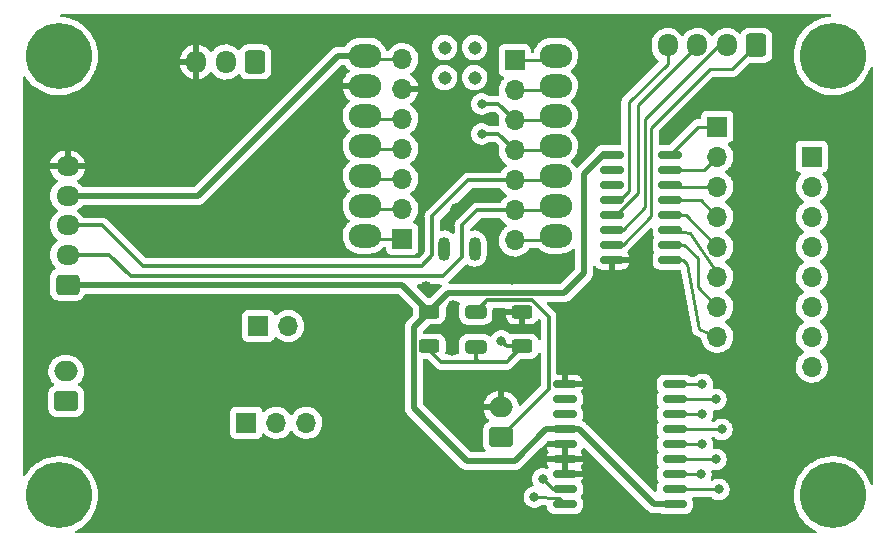
<source format=gbr>
%TF.GenerationSoftware,KiCad,Pcbnew,(6.0.6)*%
%TF.CreationDate,2022-07-29T16:25:05-07:00*%
%TF.ProjectId,ubitx raduino clone daughter board,75626974-7820-4726-9164-75696e6f2063,rev?*%
%TF.SameCoordinates,Original*%
%TF.FileFunction,Copper,L2,Bot*%
%TF.FilePolarity,Positive*%
%FSLAX46Y46*%
G04 Gerber Fmt 4.6, Leading zero omitted, Abs format (unit mm)*
G04 Created by KiCad (PCBNEW (6.0.6)) date 2022-07-29 16:25:05*
%MOMM*%
%LPD*%
G01*
G04 APERTURE LIST*
G04 Aperture macros list*
%AMRoundRect*
0 Rectangle with rounded corners*
0 $1 Rounding radius*
0 $2 $3 $4 $5 $6 $7 $8 $9 X,Y pos of 4 corners*
0 Add a 4 corners polygon primitive as box body*
4,1,4,$2,$3,$4,$5,$6,$7,$8,$9,$2,$3,0*
0 Add four circle primitives for the rounded corners*
1,1,$1+$1,$2,$3*
1,1,$1+$1,$4,$5*
1,1,$1+$1,$6,$7*
1,1,$1+$1,$8,$9*
0 Add four rect primitives between the rounded corners*
20,1,$1+$1,$2,$3,$4,$5,0*
20,1,$1+$1,$4,$5,$6,$7,0*
20,1,$1+$1,$6,$7,$8,$9,0*
20,1,$1+$1,$8,$9,$2,$3,0*%
G04 Aperture macros list end*
%TA.AperFunction,ComponentPad*%
%ADD10R,1.700000X1.700000*%
%TD*%
%TA.AperFunction,ComponentPad*%
%ADD11O,1.700000X1.700000*%
%TD*%
%TA.AperFunction,ComponentPad*%
%ADD12RoundRect,0.250000X0.750000X-0.600000X0.750000X0.600000X-0.750000X0.600000X-0.750000X-0.600000X0*%
%TD*%
%TA.AperFunction,ComponentPad*%
%ADD13O,2.000000X1.700000*%
%TD*%
%TA.AperFunction,ComponentPad*%
%ADD14C,5.600000*%
%TD*%
%TA.AperFunction,ComponentPad*%
%ADD15C,3.600000*%
%TD*%
%TA.AperFunction,ConnectorPad*%
%ADD16C,5.600000*%
%TD*%
%TA.AperFunction,ComponentPad*%
%ADD17RoundRect,0.250000X0.725000X-0.600000X0.725000X0.600000X-0.725000X0.600000X-0.725000X-0.600000X0*%
%TD*%
%TA.AperFunction,ComponentPad*%
%ADD18O,1.950000X1.700000*%
%TD*%
%TA.AperFunction,ComponentPad*%
%ADD19RoundRect,0.250000X0.600000X0.725000X-0.600000X0.725000X-0.600000X-0.725000X0.600000X-0.725000X0*%
%TD*%
%TA.AperFunction,ComponentPad*%
%ADD20O,1.700000X1.950000*%
%TD*%
%TA.AperFunction,SMDPad,CuDef*%
%ADD21RoundRect,0.150000X-0.875000X-0.150000X0.875000X-0.150000X0.875000X0.150000X-0.875000X0.150000X0*%
%TD*%
%TA.AperFunction,SMDPad,CuDef*%
%ADD22RoundRect,0.250000X0.625000X-0.312500X0.625000X0.312500X-0.625000X0.312500X-0.625000X-0.312500X0*%
%TD*%
%TA.AperFunction,SMDPad,CuDef*%
%ADD23O,2.748280X1.998980*%
%TD*%
%TA.AperFunction,SMDPad,CuDef*%
%ADD24O,1.016000X2.032000*%
%TD*%
%TA.AperFunction,SMDPad,CuDef*%
%ADD25C,1.143000*%
%TD*%
%TA.AperFunction,SMDPad,CuDef*%
%ADD26RoundRect,0.250000X-0.625000X0.312500X-0.625000X-0.312500X0.625000X-0.312500X0.625000X0.312500X0*%
%TD*%
%TA.AperFunction,SMDPad,CuDef*%
%ADD27RoundRect,0.150000X0.825000X0.150000X-0.825000X0.150000X-0.825000X-0.150000X0.825000X-0.150000X0*%
%TD*%
%TA.AperFunction,SMDPad,CuDef*%
%ADD28RoundRect,0.250000X-0.650000X0.325000X-0.650000X-0.325000X0.650000X-0.325000X0.650000X0.325000X0*%
%TD*%
%TA.AperFunction,ViaPad*%
%ADD29C,0.800000*%
%TD*%
%TA.AperFunction,ViaPad*%
%ADD30C,1.000760*%
%TD*%
%TA.AperFunction,Conductor*%
%ADD31C,0.304800*%
%TD*%
%TA.AperFunction,Conductor*%
%ADD32C,0.250000*%
%TD*%
%TA.AperFunction,Conductor*%
%ADD33C,0.508000*%
%TD*%
G04 APERTURE END LIST*
D10*
%TO.P,J4,1,Pin_1*%
%TO.N,Net-(J4-Pad1)*%
X159508000Y-61172000D03*
D11*
%TO.P,J4,2,Pin_2*%
%TO.N,Net-(C1-Pad2)*%
X159508000Y-63712000D03*
%TO.P,J4,3,Pin_3*%
%TO.N,SWR-FWD*%
X159508000Y-66252000D03*
%TO.P,J4,4,Pin_4*%
%TO.N,SWR-REV*%
X159508000Y-68792000D03*
%TO.P,J4,5,Pin_5*%
%TO.N,SDA*%
X159508000Y-71332000D03*
%TO.P,J4,6,Pin_6*%
%TO.N,SCL*%
X159508000Y-73872000D03*
%TO.P,J4,7,Pin_7*%
%TO.N,Net-(J4-Pad7)*%
X159508000Y-76412000D03*
%TD*%
D10*
%TO.P,J5,1,Pin_1*%
%TO.N,Net-(J5-Pad1)*%
X149983000Y-76295000D03*
D11*
%TO.P,J5,2,Pin_2*%
%TO.N,Net-(J5-Pad2)*%
X149983000Y-73755000D03*
%TO.P,J5,3,Pin_3*%
%TO.N,Net-(J5-Pad3)*%
X149983000Y-71215000D03*
%TO.P,J5,4,Pin_4*%
%TO.N,Net-(J5-Pad4)*%
X149983000Y-68675000D03*
%TO.P,J5,5,Pin_5*%
%TO.N,Net-(J5-Pad5)*%
X149983000Y-66135000D03*
%TO.P,J5,6,Pin_6*%
%TO.N,GND*%
X149983000Y-63595000D03*
%TO.P,J5,7,Pin_7*%
%TO.N,+5V Reg*%
X149983000Y-61055000D03*
%TD*%
D12*
%TO.P,J9,1,Pin_1*%
%TO.N,TXOUT*%
X121518000Y-89981000D03*
D13*
%TO.P,J9,2,Pin_2*%
%TO.N,TX-Pass*%
X121518000Y-87481000D03*
%TD*%
D14*
%TO.P,Hole3,1*%
%TO.N,GND*%
X186432000Y-98002000D03*
D15*
X186432000Y-98002000D03*
D16*
%TO.N,N/C*%
X186432000Y-98002000D03*
%TD*%
D10*
%TO.P,J7,1,Pin_1*%
%TO.N,Net-(J7-Pad1)*%
X176653000Y-66771856D03*
D11*
%TO.P,J7,2,Pin_2*%
%TO.N,Net-(J7-Pad2)*%
X176653000Y-69311856D03*
%TO.P,J7,3,Pin_3*%
%TO.N,Net-(J7-Pad3)*%
X176653000Y-71851856D03*
%TO.P,J7,4,Pin_4*%
%TO.N,Net-(J7-Pad4)*%
X176653000Y-74391856D03*
%TO.P,J7,5,Pin_5*%
%TO.N,Net-(J7-Pad5)*%
X176653000Y-76931856D03*
%TO.P,J7,6,Pin_6*%
%TO.N,Net-(J7-Pad6)*%
X176653000Y-79471856D03*
%TO.P,J7,7,Pin_7*%
%TO.N,Net-(J7-Pad7)*%
X176653000Y-82011856D03*
%TO.P,J7,8,Pin_8*%
%TO.N,Net-(J7-Pad8)*%
X176653000Y-84551856D03*
%TD*%
D17*
%TO.P,J2,1,Pin_1*%
%TO.N,+3.3V*%
X121645000Y-80142000D03*
D18*
%TO.P,J2,2,Pin_2*%
%TO.N,SCL*%
X121645000Y-77642000D03*
%TO.P,J2,3,Pin_3*%
%TO.N,SDA*%
X121645000Y-75142000D03*
%TO.P,J2,4,Pin_4*%
%TO.N,+5V Reg*%
X121645000Y-72642000D03*
%TO.P,J2,5,Pin_5*%
%TO.N,GND*%
X121645000Y-70142000D03*
%TD*%
D12*
%TO.P,J8,1,Pin_1*%
%TO.N,VolHi*%
X158348000Y-93029000D03*
D13*
%TO.P,J8,2,Pin_2*%
%TO.N,GND*%
X158348000Y-90529000D03*
%TD*%
D14*
%TO.P,Hole4,1*%
%TO.N,GND*%
X120900000Y-98002000D03*
D16*
%TO.N,N/C*%
X120900000Y-98002000D03*
D15*
%TO.N,GND*%
X120900000Y-98002000D03*
%TD*%
D19*
%TO.P,J3,1,Pin_1*%
%TO.N,SWR-FWD*%
X137537000Y-61299000D03*
D20*
%TO.P,J3,2,Pin_2*%
%TO.N,SWR-REV*%
X135037000Y-61299000D03*
%TO.P,J3,3,Pin_3*%
%TO.N,GND*%
X132537000Y-61299000D03*
%TD*%
D10*
%TO.P,JP1,1,A*%
%TO.N,TX-Pass*%
X136775000Y-91842500D03*
D11*
%TO.P,JP1,2,C*%
%TO.N,TXOUT*%
X139315000Y-91842500D03*
%TO.P,JP1,3,B*%
%TO.N,Net-(J5-Pad1)*%
X141855000Y-91842500D03*
%TD*%
D19*
%TO.P,J1,1,Pin_1*%
%TO.N,D10{slash}SS*%
X179955000Y-59902000D03*
D20*
%TO.P,J1,2,Pin_2*%
%TO.N,D11{slash}MOSI*%
X177455000Y-59902000D03*
%TO.P,J1,3,Pin_3*%
%TO.N,D12{slash}MISO*%
X174955000Y-59902000D03*
%TO.P,J1,4,Pin_4*%
%TO.N,D13{slash}SCK*%
X172455000Y-59902000D03*
%TD*%
D10*
%TO.P,J6,1,Pin_1*%
%TO.N,Net-(J6-Pad1)*%
X184654000Y-69311856D03*
D11*
%TO.P,J6,2,Pin_2*%
%TO.N,Net-(J6-Pad2)*%
X184654000Y-71851856D03*
%TO.P,J6,3,Pin_3*%
%TO.N,Net-(J6-Pad3)*%
X184654000Y-74391856D03*
%TO.P,J6,4,Pin_4*%
%TO.N,Net-(J6-Pad4)*%
X184654000Y-76931856D03*
%TO.P,J6,5,Pin_5*%
%TO.N,Net-(J6-Pad5)*%
X184654000Y-79471856D03*
%TO.P,J6,6,Pin_6*%
%TO.N,Net-(J6-Pad6)*%
X184654000Y-82011856D03*
%TO.P,J6,7,Pin_7*%
%TO.N,Net-(J6-Pad7)*%
X184654000Y-84551856D03*
%TO.P,J6,8,Pin_8*%
%TO.N,Net-(J6-Pad8)*%
X184654000Y-87091856D03*
%TD*%
D10*
%TO.P,JP2,1,A*%
%TO.N,TX-Pass*%
X137786000Y-83651000D03*
D11*
%TO.P,JP2,2,B*%
%TO.N,Net-(J5-Pad3)*%
X140326000Y-83651000D03*
%TD*%
D16*
%TO.P,Hole1,1*%
%TO.N,N/C*%
X120900000Y-60791000D03*
D14*
%TO.N,GND*%
X120900000Y-60791000D03*
D15*
X120900000Y-60791000D03*
%TD*%
%TO.P,Hole2,1*%
%TO.N,GND*%
X186432000Y-60791000D03*
D14*
X186432000Y-60791000D03*
D16*
%TO.N,N/C*%
X186432000Y-60791000D03*
%TD*%
D21*
%TO.P,U1,1,SCL*%
%TO.N,SCL*%
X163748000Y-98764000D03*
%TO.P,U1,2,SDA*%
%TO.N,SDA*%
X163748000Y-97494000D03*
%TO.P,U1,3,A2*%
%TO.N,GND*%
X163748000Y-96224000D03*
%TO.P,U1,4,A1*%
X163748000Y-94954000D03*
%TO.P,U1,5,A0*%
X163748000Y-93684000D03*
%TO.P,U1,6,~{RESET}*%
%TO.N,+3.3V*%
X163748000Y-92414000D03*
%TO.P,U1,7,NC*%
%TO.N,unconnected-(U1-Pad7)*%
X163748000Y-91144000D03*
%TO.P,U1,8,INT*%
%TO.N,unconnected-(U1-Pad8)*%
X163748000Y-89874000D03*
%TO.P,U1,9,VSS*%
%TO.N,GND*%
X163748000Y-88604000D03*
%TO.P,U1,10,GP0*%
%TO.N,Net-(J6-Pad1)*%
X173048000Y-88604000D03*
%TO.P,U1,11,GP1*%
%TO.N,Net-(J6-Pad2)*%
X173048000Y-89874000D03*
%TO.P,U1,12,GP2*%
%TO.N,Net-(J6-Pad3)*%
X173048000Y-91144000D03*
%TO.P,U1,13,GP3*%
%TO.N,Net-(J6-Pad4)*%
X173048000Y-92414000D03*
%TO.P,U1,14,GP4*%
%TO.N,Net-(J6-Pad5)*%
X173048000Y-93684000D03*
%TO.P,U1,15,GP5*%
%TO.N,Net-(J6-Pad6)*%
X173048000Y-94954000D03*
%TO.P,U1,16,GP6*%
%TO.N,Net-(J6-Pad7)*%
X173048000Y-96224000D03*
%TO.P,U1,17,GP7*%
%TO.N,Net-(J6-Pad8)*%
X173048000Y-97494000D03*
%TO.P,U1,18,VDD*%
%TO.N,+3.3V*%
X173048000Y-98764000D03*
%TD*%
D22*
%TO.P,R2,1*%
%TO.N,Net-(C1-Pad2)*%
X152269000Y-85367500D03*
%TO.P,R2,2*%
%TO.N,+3.3V*%
X152269000Y-82442500D03*
%TD*%
D23*
%TO.P,M1,1,D0*%
%TO.N,Net-(J4-Pad1)*%
X162971290Y-60776490D03*
%TO.P,M1,2,D1*%
%TO.N,Net-(C1-Pad2)*%
X162971290Y-63316490D03*
%TO.P,M1,3,D2*%
%TO.N,SWR-FWD*%
X162971290Y-65856490D03*
%TO.P,M1,4,D3*%
%TO.N,SWR-REV*%
X162971290Y-68396490D03*
%TO.P,M1,5,D4*%
%TO.N,SDA*%
X162971290Y-70936490D03*
%TO.P,M1,6,D5*%
%TO.N,SCL*%
X162971290Y-73476490D03*
%TO.P,M1,7,D6*%
%TO.N,Net-(J4-Pad7)*%
X162971290Y-76016490D03*
%TO.P,M1,8,D7*%
%TO.N,Net-(J5-Pad1)*%
X146806730Y-76016490D03*
%TO.P,M1,9,D8*%
%TO.N,Net-(J5-Pad2)*%
X146806730Y-73476490D03*
%TO.P,M1,10,D9*%
%TO.N,Net-(J5-Pad3)*%
X146806730Y-70936490D03*
%TO.P,M1,11,D10*%
%TO.N,Net-(J5-Pad4)*%
X146806730Y-68396490D03*
%TO.P,M1,12,3V3*%
%TO.N,Net-(J5-Pad5)*%
X146806730Y-65856490D03*
%TO.P,M1,13,GND*%
%TO.N,GND*%
X146806730Y-63316490D03*
%TO.P,M1,14,5V*%
%TO.N,+5V Reg*%
X146806730Y-60776490D03*
D24*
%TO.P,M1,15*%
%TO.N,N/C*%
X156104410Y-77094310D03*
%TO.P,M1,16*%
X153554410Y-77094310D03*
D25*
%TO.P,M1,17*%
X156105607Y-60090123D03*
%TO.P,M1,18*%
X153565607Y-60090123D03*
%TO.P,M1,19*%
X156105607Y-62630123D03*
%TO.P,M1,20*%
X153565607Y-62630123D03*
%TD*%
D26*
%TO.P,R1,1*%
%TO.N,GND*%
X160143000Y-82442500D03*
%TO.P,R1,2*%
%TO.N,Net-(C1-Pad2)*%
X160143000Y-85367500D03*
%TD*%
D27*
%TO.P,U2,1,CH0*%
%TO.N,Net-(J7-Pad1)*%
X172651000Y-69173000D03*
%TO.P,U2,2,CH1*%
%TO.N,Net-(J7-Pad2)*%
X172651000Y-70443000D03*
%TO.P,U2,3,CH2*%
%TO.N,Net-(J7-Pad3)*%
X172651000Y-71713000D03*
%TO.P,U2,4,CH3*%
%TO.N,Net-(J7-Pad4)*%
X172651000Y-72983000D03*
%TO.P,U2,5,CH4*%
%TO.N,Net-(J7-Pad5)*%
X172651000Y-74253000D03*
%TO.P,U2,6,CH5*%
%TO.N,Net-(J7-Pad6)*%
X172651000Y-75523000D03*
%TO.P,U2,7,CH6*%
%TO.N,Net-(J7-Pad7)*%
X172651000Y-76793000D03*
%TO.P,U2,8,CH7*%
%TO.N,Net-(J7-Pad8)*%
X172651000Y-78063000D03*
%TO.P,U2,9,DGND*%
%TO.N,GND*%
X167701000Y-78063000D03*
%TO.P,U2,10,~{CS}/SHDN*%
%TO.N,D10{slash}SS*%
X167701000Y-76793000D03*
%TO.P,U2,11,Din*%
%TO.N,D11{slash}MOSI*%
X167701000Y-75523000D03*
%TO.P,U2,12,Dout*%
%TO.N,D12{slash}MISO*%
X167701000Y-74253000D03*
%TO.P,U2,13,CLK*%
%TO.N,D13{slash}SCK*%
X167701000Y-72983000D03*
%TO.P,U2,14,AGND*%
%TO.N,unconnected-(U2-Pad14)*%
X167701000Y-71713000D03*
%TO.P,U2,15,Vref*%
%TO.N,unconnected-(U2-Pad15)*%
X167701000Y-70443000D03*
%TO.P,U2,16,Vdd*%
%TO.N,+3.3V*%
X167701000Y-69173000D03*
%TD*%
D28*
%TO.P,C1,1*%
%TO.N,VolHi*%
X156206000Y-82450000D03*
%TO.P,C1,2*%
%TO.N,Net-(C1-Pad2)*%
X156206000Y-85400000D03*
%TD*%
D29*
%TO.N,Net-(C1-Pad2)*%
X158365000Y-84921000D03*
%TO.N,SCL*%
X161159000Y-98129000D03*
%TO.N,SDA*%
X161866204Y-96602736D03*
%TO.N,GND*%
X143887000Y-76031000D03*
D30*
X181987000Y-64474000D03*
X159254000Y-79714000D03*
X152015000Y-80349000D03*
X154174000Y-85683000D03*
X187448000Y-65363000D03*
X166620000Y-60791000D03*
X124964000Y-99018000D03*
X118741000Y-65490000D03*
D29*
X140458000Y-85937000D03*
X140458000Y-88096000D03*
X141474000Y-77301000D03*
X180463000Y-75650000D03*
D30*
X154555000Y-73745000D03*
D29*
X137918000Y-88223000D03*
X138172000Y-86064000D03*
D30*
X154301000Y-82000000D03*
X119122000Y-93938000D03*
X181352000Y-99526000D03*
X188083000Y-93176000D03*
D29*
X143633000Y-74761000D03*
D30*
X153666000Y-65871000D03*
D29*
X132203000Y-92668000D03*
D30*
X155571000Y-79333000D03*
X126234000Y-58378000D03*
D29*
X129536000Y-92922000D03*
X181352000Y-80984000D03*
D30*
X142236000Y-65363000D03*
X163699000Y-78698000D03*
D29*
X181098000Y-77936000D03*
X182368000Y-83270000D03*
X180590000Y-72856000D03*
D30*
X150364000Y-98510000D03*
D29*
X180717000Y-70570000D03*
%TO.N,SWR-FWD*%
X156714000Y-64855000D03*
%TO.N,SWR-REV*%
X156714000Y-67395000D03*
%TO.N,Net-(J6-Pad1)*%
X175383000Y-88604000D03*
%TO.N,Net-(J6-Pad2)*%
X176526000Y-89874000D03*
%TO.N,Net-(J6-Pad3)*%
X175383000Y-91144000D03*
%TO.N,Net-(J6-Pad4)*%
X177034000Y-92414000D03*
%TO.N,Net-(J6-Pad5)*%
X175383000Y-93684000D03*
%TO.N,Net-(J6-Pad6)*%
X176526000Y-94954000D03*
%TO.N,Net-(J6-Pad7)*%
X175256000Y-96224000D03*
%TO.N,Net-(J6-Pad8)*%
X176780000Y-97494000D03*
%TD*%
D31*
%TO.N,VolHi*%
X160981922Y-81492000D02*
X157164000Y-81492000D01*
X162370600Y-82880678D02*
X160981922Y-81492000D01*
X157164000Y-81492000D02*
X156206000Y-82450000D01*
X162370600Y-89006400D02*
X162370600Y-82880678D01*
X158348000Y-93029000D02*
X162370600Y-89006400D01*
%TO.N,Net-(C1-Pad2)*%
X160143000Y-85367500D02*
X158811500Y-86699000D01*
X156206000Y-85400000D02*
X156206000Y-86445000D01*
X156460000Y-86699000D02*
X153285000Y-86699000D01*
D32*
X159508000Y-63712000D02*
X162575780Y-63712000D01*
D31*
X160143000Y-85367500D02*
X158811500Y-85367500D01*
X156206000Y-86445000D02*
X156460000Y-86699000D01*
D32*
X162575780Y-63712000D02*
X162971290Y-63316490D01*
D31*
X153285000Y-86699000D02*
X152269000Y-85683000D01*
X158811500Y-86699000D02*
X156460000Y-86699000D01*
X152269000Y-85683000D02*
X152269000Y-85367500D01*
X158811500Y-85367500D02*
X158365000Y-84921000D01*
D32*
%TO.N,D10{slash}SS*%
X177923000Y-61934000D02*
X176018000Y-61934000D01*
X176018000Y-61934000D02*
X171065000Y-66887000D01*
X179955000Y-59902000D02*
X177923000Y-61934000D01*
X171065000Y-66887000D02*
X171065000Y-74380000D01*
X168652000Y-76793000D02*
X167701000Y-76793000D01*
X171065000Y-74380000D02*
X168652000Y-76793000D01*
%TO.N,D11{slash}MOSI*%
X168652000Y-75523000D02*
X167701000Y-75523000D01*
X176780000Y-59902000D02*
X170557000Y-66125000D01*
X177455000Y-59902000D02*
X176780000Y-59902000D01*
X170557000Y-73618000D02*
X168652000Y-75523000D01*
X170557000Y-66125000D02*
X170557000Y-73618000D01*
%TO.N,D12{slash}MISO*%
X174955000Y-59902000D02*
X174955000Y-59949000D01*
X174955000Y-59949000D02*
X169922000Y-64982000D01*
X168077751Y-74253000D02*
X167701000Y-74253000D01*
X169922000Y-64982000D02*
X169922000Y-72408751D01*
X169922000Y-72408751D02*
X168077751Y-74253000D01*
%TO.N,D13{slash}SCK*%
X172455000Y-59902000D02*
X172455000Y-61433000D01*
X168398000Y-72983000D02*
X167701000Y-72983000D01*
X169160000Y-64728000D02*
X169160000Y-72221000D01*
X169160000Y-72221000D02*
X168398000Y-72983000D01*
X172455000Y-61433000D02*
X169160000Y-64728000D01*
D31*
%TO.N,SCL*%
X126996000Y-79460000D02*
X153412000Y-79460000D01*
D32*
X159508000Y-73872000D02*
X162575780Y-73872000D01*
D31*
X156333000Y-73872000D02*
X159508000Y-73872000D01*
X153412000Y-79460000D02*
X155063000Y-77809000D01*
X121645000Y-77642000D02*
X125178000Y-77642000D01*
D32*
X163240000Y-98256000D02*
X163748000Y-98764000D01*
D31*
X125178000Y-77642000D02*
X126996000Y-79460000D01*
D32*
X162575780Y-73872000D02*
X162971290Y-73476490D01*
D31*
X155063000Y-75142000D02*
X156333000Y-73872000D01*
D32*
X161159000Y-98129000D02*
X163240000Y-98256000D01*
D31*
X155063000Y-77809000D02*
X155063000Y-75142000D01*
%TO.N,SDA*%
X151634000Y-78571000D02*
X152523000Y-77682000D01*
X128012000Y-78571000D02*
X151634000Y-78571000D01*
D32*
X162575780Y-71332000D02*
X162971290Y-70936490D01*
D31*
X152523000Y-74380000D02*
X155571000Y-71332000D01*
X121645000Y-75142000D02*
X124583000Y-75142000D01*
X155571000Y-71332000D02*
X159508000Y-71332000D01*
D32*
X161866204Y-96602736D02*
X162757468Y-97494000D01*
X162757468Y-97494000D02*
X163748000Y-97494000D01*
X159508000Y-71332000D02*
X162575780Y-71332000D01*
D31*
X124583000Y-75142000D02*
X128012000Y-78571000D01*
X152523000Y-77682000D02*
X152523000Y-74380000D01*
D32*
%TO.N,SWR-FWD*%
X162575780Y-66252000D02*
X162971290Y-65856490D01*
X159508000Y-66252000D02*
X162575780Y-66252000D01*
D31*
X156714000Y-64855000D02*
X158111000Y-64855000D01*
X158111000Y-64855000D02*
X159508000Y-66252000D01*
D32*
%TO.N,SWR-REV*%
X159508000Y-68792000D02*
X162575780Y-68792000D01*
X162575780Y-68792000D02*
X162971290Y-68396490D01*
D31*
X158111000Y-67395000D02*
X159508000Y-68792000D01*
X156714000Y-67395000D02*
X158111000Y-67395000D01*
D32*
%TO.N,Net-(J4-Pad1)*%
X162575780Y-61172000D02*
X162971290Y-60776490D01*
X159508000Y-61172000D02*
X162575780Y-61172000D01*
%TO.N,Net-(J4-Pad7)*%
X159508000Y-76412000D02*
X162575780Y-76412000D01*
X162575780Y-76412000D02*
X162971290Y-76016490D01*
%TO.N,Net-(J5-Pad1)*%
X147085240Y-76295000D02*
X146806730Y-76016490D01*
X149983000Y-76295000D02*
X147085240Y-76295000D01*
%TO.N,Net-(J5-Pad2)*%
X147085240Y-73755000D02*
X146806730Y-73476490D01*
X149983000Y-73755000D02*
X147085240Y-73755000D01*
%TO.N,Net-(J5-Pad3)*%
X149983000Y-71215000D02*
X147085240Y-71215000D01*
X147085240Y-71215000D02*
X146806730Y-70936490D01*
%TO.N,Net-(J5-Pad4)*%
X149983000Y-68675000D02*
X147085240Y-68675000D01*
X147085240Y-68675000D02*
X146806730Y-68396490D01*
%TO.N,Net-(J5-Pad5)*%
X147085240Y-66135000D02*
X146806730Y-65856490D01*
X149983000Y-66135000D02*
X147085240Y-66135000D01*
%TO.N,Net-(J6-Pad1)*%
X175383000Y-88604000D02*
X173048000Y-88604000D01*
%TO.N,Net-(J6-Pad2)*%
X173048000Y-89874000D02*
X176526000Y-89874000D01*
%TO.N,Net-(J6-Pad3)*%
X173048000Y-91144000D02*
X175383000Y-91144000D01*
%TO.N,Net-(J6-Pad4)*%
X177034000Y-92414000D02*
X173048000Y-92414000D01*
%TO.N,Net-(J6-Pad5)*%
X175383000Y-93684000D02*
X173048000Y-93684000D01*
%TO.N,Net-(J6-Pad6)*%
X176526000Y-94954000D02*
X173048000Y-94954000D01*
%TO.N,Net-(J6-Pad7)*%
X175256000Y-96224000D02*
X173048000Y-96224000D01*
%TO.N,Net-(J6-Pad8)*%
X176780000Y-97494000D02*
X173048000Y-97494000D01*
%TO.N,Net-(J7-Pad1)*%
X172651000Y-69173000D02*
X175052144Y-66771856D01*
X175052144Y-66771856D02*
X176653000Y-66771856D01*
%TO.N,Net-(J7-Pad2)*%
X172651000Y-70443000D02*
X175521856Y-70443000D01*
X175521856Y-70443000D02*
X176653000Y-69311856D01*
%TO.N,Net-(J7-Pad3)*%
X172789856Y-71851856D02*
X176653000Y-71851856D01*
X172651000Y-71713000D02*
X172789856Y-71851856D01*
%TO.N,Net-(J7-Pad4)*%
X172651000Y-72983000D02*
X175244144Y-72983000D01*
X175244144Y-72983000D02*
X176653000Y-74391856D01*
%TO.N,Net-(J7-Pad5)*%
X172651000Y-74253000D02*
X173974144Y-74253000D01*
X173974144Y-74253000D02*
X176653000Y-76931856D01*
%TO.N,Net-(J7-Pad6)*%
X172651000Y-75523000D02*
X174367000Y-75777000D01*
X174367000Y-75777000D02*
X176653000Y-79148249D01*
X176653000Y-79148249D02*
X176653000Y-79471856D01*
%TO.N,Net-(J7-Pad7)*%
X173859000Y-76793000D02*
X175002000Y-77936000D01*
X175002000Y-77936000D02*
X175002000Y-80360856D01*
X172651000Y-76793000D02*
X173859000Y-76793000D01*
X175002000Y-80360856D02*
X176653000Y-82011856D01*
%TO.N,Net-(J7-Pad8)*%
X174113000Y-78444000D02*
X175129000Y-83905000D01*
X175129000Y-83905000D02*
X176653000Y-84551856D01*
X173732000Y-78063000D02*
X174113000Y-78444000D01*
X172651000Y-78063000D02*
X173732000Y-78063000D01*
D33*
%TO.N,+3.3V*%
X165350000Y-70824000D02*
X167001000Y-69173000D01*
X149968500Y-80142000D02*
X152269000Y-82442500D01*
X163699000Y-80857000D02*
X165350000Y-79206000D01*
X150940000Y-83771500D02*
X150940000Y-90577000D01*
X121645000Y-80142000D02*
X149968500Y-80142000D01*
X167001000Y-69173000D02*
X167701000Y-69173000D01*
X150940000Y-90577000D02*
X155444000Y-95081000D01*
X164969000Y-92414000D02*
X171319000Y-98764000D01*
X171319000Y-98764000D02*
X173048000Y-98764000D01*
X159508000Y-95081000D02*
X162175000Y-92414000D01*
X155444000Y-95081000D02*
X159508000Y-95081000D01*
X153854500Y-80857000D02*
X163699000Y-80857000D01*
X162175000Y-92414000D02*
X163748000Y-92414000D01*
X165350000Y-79206000D02*
X165350000Y-70824000D01*
X163748000Y-92414000D02*
X164969000Y-92414000D01*
X152269000Y-82442500D02*
X153854500Y-80857000D01*
X152269000Y-82442500D02*
X150940000Y-83771500D01*
D32*
%TO.N,+5V Reg*%
X147085240Y-61055000D02*
X146806730Y-60776490D01*
D33*
X132671000Y-72642000D02*
X144536510Y-60776490D01*
X144536510Y-60776490D02*
X146806730Y-60776490D01*
X121645000Y-72642000D02*
X132671000Y-72642000D01*
D32*
X149983000Y-61055000D02*
X147085240Y-61055000D01*
%TD*%
%TA.AperFunction,Conductor*%
%TO.N,GND*%
G36*
X186270234Y-57255502D02*
G01*
X186316727Y-57309158D01*
X186326831Y-57379432D01*
X186297337Y-57444012D01*
X186237611Y-57482396D01*
X186215502Y-57486787D01*
X185905639Y-57519901D01*
X185905631Y-57519902D01*
X185902256Y-57520263D01*
X185552117Y-57596606D01*
X185212271Y-57710317D01*
X185209178Y-57711739D01*
X185209177Y-57711740D01*
X185202974Y-57714593D01*
X184886694Y-57860066D01*
X184579193Y-58044101D01*
X184576467Y-58046163D01*
X184576465Y-58046164D01*
X184570620Y-58050585D01*
X184293367Y-58260270D01*
X184032559Y-58506043D01*
X183799819Y-58778546D01*
X183797900Y-58781358D01*
X183797897Y-58781363D01*
X183737300Y-58870195D01*
X183597871Y-59074591D01*
X183429077Y-59390714D01*
X183295411Y-59723218D01*
X183294491Y-59726492D01*
X183294489Y-59726497D01*
X183201908Y-60055865D01*
X183198437Y-60068213D01*
X183197875Y-60071570D01*
X183197875Y-60071571D01*
X183152185Y-60344608D01*
X183139290Y-60421663D01*
X183118661Y-60779434D01*
X183136792Y-61137340D01*
X183137329Y-61140695D01*
X183137330Y-61140701D01*
X183169744Y-61343069D01*
X183193470Y-61491195D01*
X183288033Y-61836859D01*
X183419374Y-62170288D01*
X183440191Y-62209938D01*
X183580129Y-62476481D01*
X183585957Y-62487582D01*
X183587858Y-62490411D01*
X183587864Y-62490421D01*
X183740703Y-62717868D01*
X183785834Y-62785029D01*
X184016665Y-63059150D01*
X184275751Y-63306738D01*
X184560061Y-63524897D01*
X184592056Y-63544350D01*
X184863355Y-63709303D01*
X184863360Y-63709306D01*
X184866270Y-63711075D01*
X184870943Y-63713264D01*
X185187710Y-63861649D01*
X185187720Y-63861653D01*
X185190794Y-63863093D01*
X185194012Y-63864195D01*
X185194015Y-63864196D01*
X185526615Y-63978071D01*
X185526623Y-63978073D01*
X185529838Y-63979174D01*
X185879435Y-64057959D01*
X185960404Y-64067184D01*
X186232114Y-64098142D01*
X186232122Y-64098142D01*
X186235497Y-64098527D01*
X186238901Y-64098545D01*
X186238904Y-64098545D01*
X186433227Y-64099562D01*
X186593857Y-64100403D01*
X186597243Y-64100053D01*
X186597245Y-64100053D01*
X186946932Y-64063917D01*
X186946941Y-64063916D01*
X186950324Y-64063566D01*
X186953657Y-64062852D01*
X186953660Y-64062851D01*
X187227815Y-64004077D01*
X187300727Y-63988446D01*
X187640968Y-63875922D01*
X187967066Y-63727311D01*
X188081466Y-63659385D01*
X188272262Y-63546099D01*
X188272267Y-63546096D01*
X188275207Y-63544350D01*
X188298566Y-63526812D01*
X188466449Y-63400761D01*
X188561786Y-63329180D01*
X188823451Y-63084319D01*
X189057140Y-62812630D01*
X189180028Y-62633827D01*
X189258190Y-62520101D01*
X189258195Y-62520094D01*
X189260120Y-62517292D01*
X189261732Y-62514298D01*
X189261737Y-62514290D01*
X189422859Y-62215054D01*
X189430017Y-62201760D01*
X189531254Y-61952443D01*
X189563562Y-61872877D01*
X189563564Y-61872872D01*
X189564842Y-61869724D01*
X189566476Y-61863990D01*
X189588321Y-61787301D01*
X189626220Y-61727266D01*
X189690560Y-61697252D01*
X189760913Y-61706787D01*
X189814943Y-61752844D01*
X189835500Y-61821820D01*
X189835500Y-96968424D01*
X189815498Y-97036545D01*
X189761842Y-97083038D01*
X189691568Y-97093142D01*
X189626988Y-97063648D01*
X189588084Y-97002099D01*
X189572297Y-96945173D01*
X189569243Y-96937497D01*
X189444421Y-96623834D01*
X189439793Y-96612205D01*
X189329735Y-96404342D01*
X189273702Y-96298513D01*
X189273698Y-96298506D01*
X189272103Y-96295494D01*
X189071190Y-95998746D01*
X189066467Y-95993176D01*
X188955645Y-95862500D01*
X188839403Y-95725432D01*
X188579454Y-95478750D01*
X188294384Y-95261585D01*
X188291472Y-95259828D01*
X188291467Y-95259825D01*
X187990443Y-95078236D01*
X187990437Y-95078233D01*
X187987528Y-95076478D01*
X187737816Y-94960565D01*
X187665571Y-94927030D01*
X187665569Y-94927029D01*
X187662475Y-94925593D01*
X187492752Y-94868145D01*
X187326255Y-94811789D01*
X187326250Y-94811788D01*
X187323028Y-94810697D01*
X187112718Y-94764072D01*
X186976493Y-94733871D01*
X186976487Y-94733870D01*
X186973158Y-94733132D01*
X186969769Y-94732758D01*
X186969764Y-94732757D01*
X186620338Y-94694180D01*
X186620333Y-94694180D01*
X186616957Y-94693807D01*
X186613558Y-94693801D01*
X186613557Y-94693801D01*
X186444080Y-94693505D01*
X186258592Y-94693182D01*
X186145413Y-94705277D01*
X185905639Y-94730901D01*
X185905631Y-94730902D01*
X185902256Y-94731263D01*
X185552117Y-94807606D01*
X185212271Y-94921317D01*
X185209178Y-94922739D01*
X185209177Y-94922740D01*
X185141213Y-94954000D01*
X184886694Y-95071066D01*
X184883760Y-95072822D01*
X184883758Y-95072823D01*
X184647855Y-95214008D01*
X184579193Y-95255101D01*
X184576467Y-95257163D01*
X184576465Y-95257164D01*
X184430442Y-95367601D01*
X184293367Y-95471270D01*
X184032559Y-95717043D01*
X184030347Y-95719633D01*
X184030345Y-95719635D01*
X183977706Y-95781267D01*
X183799819Y-95989546D01*
X183797900Y-95992358D01*
X183797897Y-95992363D01*
X183743907Y-96071510D01*
X183597871Y-96285591D01*
X183429077Y-96601714D01*
X183295411Y-96934218D01*
X183294491Y-96937492D01*
X183294489Y-96937497D01*
X183203780Y-97260206D01*
X183198437Y-97279213D01*
X183197875Y-97282570D01*
X183197875Y-97282571D01*
X183146907Y-97587148D01*
X183139290Y-97632663D01*
X183118661Y-97990434D01*
X183118833Y-97993829D01*
X183118833Y-97993830D01*
X183136551Y-98343579D01*
X183136792Y-98348340D01*
X183137329Y-98351695D01*
X183137330Y-98351701D01*
X183162713Y-98510169D01*
X183193470Y-98702195D01*
X183288033Y-99047859D01*
X183419374Y-99381288D01*
X183449386Y-99438453D01*
X183580129Y-99687481D01*
X183585957Y-99698582D01*
X183587858Y-99701411D01*
X183587864Y-99701421D01*
X183771569Y-99974800D01*
X183785834Y-99996029D01*
X184016665Y-100270150D01*
X184275751Y-100517738D01*
X184560061Y-100735897D01*
X184592056Y-100755350D01*
X184863355Y-100920303D01*
X184863360Y-100920306D01*
X184866270Y-100922075D01*
X184869358Y-100923521D01*
X184869357Y-100923521D01*
X184986507Y-100978398D01*
X185039710Y-101025408D01*
X185059052Y-101093719D01*
X185038392Y-101161643D01*
X184984289Y-101207615D01*
X184933058Y-101218500D01*
X122400567Y-101218500D01*
X122332446Y-101198498D01*
X122285953Y-101144842D01*
X122275849Y-101074568D01*
X122305343Y-101009988D01*
X122348316Y-100977845D01*
X122431955Y-100939729D01*
X122431959Y-100939727D01*
X122435066Y-100938311D01*
X122529052Y-100882506D01*
X122740262Y-100757099D01*
X122740267Y-100757096D01*
X122743207Y-100755350D01*
X123029786Y-100540180D01*
X123291451Y-100295319D01*
X123525140Y-100023630D01*
X123631750Y-99868512D01*
X123726190Y-99731101D01*
X123726195Y-99731094D01*
X123728120Y-99728292D01*
X123729732Y-99725298D01*
X123729737Y-99725290D01*
X123896395Y-99415772D01*
X123898017Y-99412760D01*
X124032842Y-99080724D01*
X124043142Y-99044568D01*
X124071037Y-98946639D01*
X124131020Y-98736070D01*
X124163673Y-98545042D01*
X124190829Y-98386175D01*
X124190829Y-98386173D01*
X124191401Y-98382828D01*
X124192543Y-98364166D01*
X124206925Y-98129000D01*
X160245496Y-98129000D01*
X160246186Y-98135565D01*
X160262187Y-98287803D01*
X160265458Y-98318928D01*
X160324473Y-98500556D01*
X160419960Y-98665944D01*
X160424378Y-98670851D01*
X160424379Y-98670852D01*
X160483102Y-98736070D01*
X160547747Y-98807866D01*
X160702248Y-98920118D01*
X160708276Y-98922802D01*
X160708278Y-98922803D01*
X160870681Y-98995109D01*
X160876712Y-98997794D01*
X160940822Y-99011421D01*
X161057056Y-99036128D01*
X161057061Y-99036128D01*
X161063513Y-99037500D01*
X161254487Y-99037500D01*
X161260939Y-99036128D01*
X161260944Y-99036128D01*
X161377178Y-99011421D01*
X161441288Y-98997794D01*
X161447319Y-98995109D01*
X161609722Y-98922803D01*
X161609724Y-98922802D01*
X161615752Y-98920118D01*
X161742402Y-98828101D01*
X161809270Y-98804243D01*
X161824138Y-98804271D01*
X162096175Y-98820873D01*
X162162951Y-98844987D01*
X162206089Y-98901376D01*
X162214500Y-98946639D01*
X162214500Y-98980502D01*
X162214693Y-98982950D01*
X162214693Y-98982958D01*
X162215901Y-98998301D01*
X162217438Y-99017831D01*
X162263855Y-99177601D01*
X162267892Y-99184427D01*
X162344509Y-99313980D01*
X162344511Y-99313983D01*
X162348547Y-99320807D01*
X162466193Y-99438453D01*
X162473017Y-99442489D01*
X162473020Y-99442491D01*
X162560006Y-99493934D01*
X162609399Y-99523145D01*
X162617010Y-99525356D01*
X162617012Y-99525357D01*
X162669231Y-99540528D01*
X162769169Y-99569562D01*
X162775574Y-99570066D01*
X162775579Y-99570067D01*
X162804042Y-99572307D01*
X162804050Y-99572307D01*
X162806498Y-99572500D01*
X164689502Y-99572500D01*
X164691950Y-99572307D01*
X164691958Y-99572307D01*
X164720421Y-99570067D01*
X164720426Y-99570066D01*
X164726831Y-99569562D01*
X164826769Y-99540528D01*
X164878988Y-99525357D01*
X164878990Y-99525356D01*
X164886601Y-99523145D01*
X164935994Y-99493934D01*
X165022980Y-99442491D01*
X165022983Y-99442489D01*
X165029807Y-99438453D01*
X165147453Y-99320807D01*
X165151489Y-99313983D01*
X165151491Y-99313980D01*
X165228108Y-99184427D01*
X165232145Y-99177601D01*
X165278562Y-99017831D01*
X165280100Y-98998301D01*
X165281307Y-98982958D01*
X165281307Y-98982950D01*
X165281500Y-98980502D01*
X165281500Y-98547498D01*
X165278562Y-98510169D01*
X165242539Y-98386175D01*
X165234357Y-98358012D01*
X165234356Y-98358010D01*
X165232145Y-98350399D01*
X165147453Y-98207193D01*
X165144771Y-98204511D01*
X165119498Y-98140139D01*
X165133400Y-98070516D01*
X165143572Y-98054688D01*
X165147453Y-98050807D01*
X165232145Y-97907601D01*
X165242698Y-97871279D01*
X165276767Y-97754008D01*
X165278562Y-97747831D01*
X165281500Y-97710502D01*
X165281500Y-97277498D01*
X165281307Y-97275042D01*
X165279067Y-97246579D01*
X165279066Y-97246574D01*
X165278562Y-97240169D01*
X165243191Y-97118420D01*
X165234357Y-97088012D01*
X165234356Y-97088010D01*
X165232145Y-97080399D01*
X165159200Y-96957056D01*
X165151493Y-96944024D01*
X165151492Y-96944023D01*
X165147453Y-96937193D01*
X165144513Y-96934253D01*
X165119180Y-96869734D01*
X165133079Y-96800111D01*
X165145126Y-96781364D01*
X165151090Y-96773676D01*
X165227648Y-96644221D01*
X165233893Y-96629790D01*
X165272939Y-96495395D01*
X165272899Y-96481294D01*
X165265630Y-96478000D01*
X163620000Y-96478000D01*
X163551879Y-96457998D01*
X163505386Y-96404342D01*
X163494000Y-96352000D01*
X163494000Y-95951885D01*
X164002000Y-95951885D01*
X164006475Y-95967124D01*
X164007865Y-95968329D01*
X164015548Y-95970000D01*
X165259878Y-95970000D01*
X165273409Y-95966027D01*
X165274544Y-95958129D01*
X165233893Y-95818210D01*
X165227648Y-95803779D01*
X165151088Y-95674322D01*
X165144811Y-95666230D01*
X165118861Y-95600146D01*
X165132759Y-95530523D01*
X165144811Y-95511770D01*
X165151088Y-95503678D01*
X165227648Y-95374221D01*
X165233893Y-95359790D01*
X165272939Y-95225395D01*
X165272899Y-95211294D01*
X165265630Y-95208000D01*
X164020115Y-95208000D01*
X164004876Y-95212475D01*
X164003671Y-95213865D01*
X164002000Y-95221548D01*
X164002000Y-95951885D01*
X163494000Y-95951885D01*
X163494000Y-95226115D01*
X163489525Y-95210876D01*
X163488135Y-95209671D01*
X163480452Y-95208000D01*
X162236122Y-95208000D01*
X162222591Y-95211973D01*
X162221456Y-95219871D01*
X162262107Y-95359790D01*
X162268352Y-95374221D01*
X162344912Y-95503678D01*
X162351189Y-95511770D01*
X162377139Y-95577854D01*
X162363241Y-95647477D01*
X162351189Y-95666230D01*
X162344910Y-95674325D01*
X162333209Y-95694110D01*
X162281317Y-95742563D01*
X162211467Y-95755269D01*
X162173506Y-95745079D01*
X162154523Y-95736627D01*
X162154522Y-95736627D01*
X162148492Y-95733942D01*
X162055092Y-95714089D01*
X161968148Y-95695608D01*
X161968143Y-95695608D01*
X161961691Y-95694236D01*
X161770717Y-95694236D01*
X161764265Y-95695608D01*
X161764260Y-95695608D01*
X161677316Y-95714089D01*
X161583916Y-95733942D01*
X161577886Y-95736627D01*
X161577885Y-95736627D01*
X161415482Y-95808933D01*
X161415480Y-95808934D01*
X161409452Y-95811618D01*
X161404111Y-95815498D01*
X161404110Y-95815499D01*
X161390528Y-95825367D01*
X161254951Y-95923870D01*
X161250530Y-95928780D01*
X161250529Y-95928781D01*
X161161378Y-96027794D01*
X161127164Y-96065792D01*
X161123863Y-96071510D01*
X161055406Y-96190081D01*
X161031677Y-96231180D01*
X160972662Y-96412808D01*
X160971972Y-96419369D01*
X160971972Y-96419371D01*
X160965828Y-96477831D01*
X160952700Y-96602736D01*
X160953390Y-96609301D01*
X160971518Y-96781775D01*
X160972662Y-96792664D01*
X161031677Y-96974292D01*
X161034980Y-96980014D01*
X161034981Y-96980015D01*
X161075055Y-97049425D01*
X161091793Y-97118420D01*
X161068573Y-97185512D01*
X161012765Y-97229399D01*
X160992133Y-97235671D01*
X160883178Y-97258831D01*
X160883173Y-97258833D01*
X160876712Y-97260206D01*
X160870682Y-97262891D01*
X160870681Y-97262891D01*
X160708278Y-97335197D01*
X160708276Y-97335198D01*
X160702248Y-97337882D01*
X160547747Y-97450134D01*
X160543326Y-97455044D01*
X160543325Y-97455045D01*
X160492731Y-97511236D01*
X160419960Y-97592056D01*
X160389878Y-97644159D01*
X160353001Y-97708033D01*
X160324473Y-97757444D01*
X160265458Y-97939072D01*
X160264768Y-97945633D01*
X160264768Y-97945635D01*
X160251643Y-98070516D01*
X160245496Y-98129000D01*
X124206925Y-98129000D01*
X124213168Y-98026928D01*
X124213278Y-98025131D01*
X124213359Y-98002000D01*
X124193979Y-97644159D01*
X124136066Y-97290505D01*
X124040297Y-96945173D01*
X124037243Y-96937497D01*
X123912421Y-96623834D01*
X123907793Y-96612205D01*
X123797735Y-96404342D01*
X123741702Y-96298513D01*
X123741698Y-96298506D01*
X123740103Y-96295494D01*
X123539190Y-95998746D01*
X123534467Y-95993176D01*
X123423645Y-95862500D01*
X123307403Y-95725432D01*
X123047454Y-95478750D01*
X122762384Y-95261585D01*
X122759472Y-95259828D01*
X122759467Y-95259825D01*
X122458443Y-95078236D01*
X122458437Y-95078233D01*
X122455528Y-95076478D01*
X122205816Y-94960565D01*
X122133571Y-94927030D01*
X122133569Y-94927029D01*
X122130475Y-94925593D01*
X121960752Y-94868145D01*
X121794255Y-94811789D01*
X121794250Y-94811788D01*
X121791028Y-94810697D01*
X121580718Y-94764072D01*
X121444493Y-94733871D01*
X121444487Y-94733870D01*
X121441158Y-94733132D01*
X121437769Y-94732758D01*
X121437764Y-94732757D01*
X121088338Y-94694180D01*
X121088333Y-94694180D01*
X121084957Y-94693807D01*
X121081558Y-94693801D01*
X121081557Y-94693801D01*
X120912080Y-94693505D01*
X120726592Y-94693182D01*
X120613413Y-94705277D01*
X120373639Y-94730901D01*
X120373631Y-94730902D01*
X120370256Y-94731263D01*
X120020117Y-94807606D01*
X119680271Y-94921317D01*
X119677178Y-94922739D01*
X119677177Y-94922740D01*
X119609213Y-94954000D01*
X119354694Y-95071066D01*
X119351760Y-95072822D01*
X119351758Y-95072823D01*
X119115855Y-95214008D01*
X119047193Y-95255101D01*
X119044467Y-95257163D01*
X119044465Y-95257164D01*
X118898442Y-95367601D01*
X118761367Y-95471270D01*
X118500559Y-95717043D01*
X118498347Y-95719633D01*
X118498345Y-95719635D01*
X118445706Y-95781267D01*
X118267819Y-95989546D01*
X118265900Y-95992358D01*
X118265897Y-95992363D01*
X118211907Y-96071510D01*
X118107886Y-96224000D01*
X118082588Y-96261085D01*
X118027677Y-96306088D01*
X117957152Y-96314259D01*
X117893405Y-96283005D01*
X117856675Y-96222248D01*
X117852500Y-96190081D01*
X117852500Y-92740634D01*
X135416500Y-92740634D01*
X135423255Y-92802816D01*
X135474385Y-92939205D01*
X135561739Y-93055761D01*
X135678295Y-93143115D01*
X135814684Y-93194245D01*
X135876866Y-93201000D01*
X137673134Y-93201000D01*
X137735316Y-93194245D01*
X137871705Y-93143115D01*
X137988261Y-93055761D01*
X138075615Y-92939205D01*
X138117454Y-92827601D01*
X138119598Y-92821882D01*
X138162240Y-92765118D01*
X138228802Y-92740418D01*
X138298150Y-92755626D01*
X138332817Y-92783614D01*
X138361250Y-92816438D01*
X138533126Y-92959132D01*
X138726000Y-93071838D01*
X138934692Y-93151530D01*
X138939760Y-93152561D01*
X138939763Y-93152562D01*
X139013206Y-93167504D01*
X139153597Y-93196067D01*
X139158772Y-93196257D01*
X139158774Y-93196257D01*
X139371673Y-93204064D01*
X139371677Y-93204064D01*
X139376837Y-93204253D01*
X139381957Y-93203597D01*
X139381959Y-93203597D01*
X139593288Y-93176525D01*
X139593289Y-93176525D01*
X139598416Y-93175868D01*
X139603366Y-93174383D01*
X139807429Y-93113161D01*
X139807434Y-93113159D01*
X139812384Y-93111674D01*
X140012994Y-93013396D01*
X140194860Y-92883673D01*
X140353096Y-92725989D01*
X140483453Y-92544577D01*
X140484776Y-92545528D01*
X140531645Y-92502357D01*
X140601580Y-92490125D01*
X140667026Y-92517644D01*
X140694875Y-92549494D01*
X140754987Y-92647588D01*
X140901250Y-92816438D01*
X141073126Y-92959132D01*
X141266000Y-93071838D01*
X141474692Y-93151530D01*
X141479760Y-93152561D01*
X141479763Y-93152562D01*
X141553206Y-93167504D01*
X141693597Y-93196067D01*
X141698772Y-93196257D01*
X141698774Y-93196257D01*
X141911673Y-93204064D01*
X141911677Y-93204064D01*
X141916837Y-93204253D01*
X141921957Y-93203597D01*
X141921959Y-93203597D01*
X142133288Y-93176525D01*
X142133289Y-93176525D01*
X142138416Y-93175868D01*
X142143366Y-93174383D01*
X142347429Y-93113161D01*
X142347434Y-93113159D01*
X142352384Y-93111674D01*
X142552994Y-93013396D01*
X142734860Y-92883673D01*
X142893096Y-92725989D01*
X143023453Y-92544577D01*
X143044320Y-92502357D01*
X143120136Y-92348953D01*
X143120137Y-92348951D01*
X143122430Y-92344311D01*
X143187370Y-92130569D01*
X143216529Y-91909090D01*
X143217101Y-91885693D01*
X143218074Y-91845865D01*
X143218074Y-91845861D01*
X143218156Y-91842500D01*
X143199852Y-91619861D01*
X143145431Y-91403202D01*
X143056354Y-91198340D01*
X142972962Y-91069435D01*
X142937822Y-91015117D01*
X142937820Y-91015114D01*
X142935014Y-91010777D01*
X142784670Y-90845551D01*
X142780619Y-90842352D01*
X142780615Y-90842348D01*
X142613414Y-90710300D01*
X142613410Y-90710298D01*
X142609359Y-90707098D01*
X142413789Y-90599138D01*
X142408920Y-90597414D01*
X142408916Y-90597412D01*
X142208087Y-90526295D01*
X142208083Y-90526294D01*
X142203212Y-90524569D01*
X142198119Y-90523662D01*
X142198116Y-90523661D01*
X141988373Y-90486300D01*
X141988367Y-90486299D01*
X141983284Y-90485394D01*
X141909452Y-90484492D01*
X141765081Y-90482728D01*
X141765079Y-90482728D01*
X141759911Y-90482665D01*
X141539091Y-90516455D01*
X141326756Y-90585857D01*
X141296443Y-90601637D01*
X141181953Y-90661237D01*
X141128607Y-90689007D01*
X141124474Y-90692110D01*
X141124471Y-90692112D01*
X140998128Y-90786973D01*
X140949965Y-90823135D01*
X140946393Y-90826873D01*
X140824839Y-90954072D01*
X140795629Y-90984638D01*
X140688201Y-91142121D01*
X140633293Y-91187121D01*
X140562768Y-91195292D01*
X140499021Y-91164038D01*
X140478324Y-91139554D01*
X140397822Y-91015117D01*
X140397820Y-91015114D01*
X140395014Y-91010777D01*
X140244670Y-90845551D01*
X140240619Y-90842352D01*
X140240615Y-90842348D01*
X140073414Y-90710300D01*
X140073410Y-90710298D01*
X140069359Y-90707098D01*
X139873789Y-90599138D01*
X139868920Y-90597414D01*
X139868916Y-90597412D01*
X139668087Y-90526295D01*
X139668083Y-90526294D01*
X139663212Y-90524569D01*
X139658119Y-90523662D01*
X139658116Y-90523661D01*
X139448373Y-90486300D01*
X139448367Y-90486299D01*
X139443284Y-90485394D01*
X139369452Y-90484492D01*
X139225081Y-90482728D01*
X139225079Y-90482728D01*
X139219911Y-90482665D01*
X138999091Y-90516455D01*
X138786756Y-90585857D01*
X138756443Y-90601637D01*
X138641953Y-90661237D01*
X138588607Y-90689007D01*
X138584474Y-90692110D01*
X138584471Y-90692112D01*
X138458128Y-90786973D01*
X138409965Y-90823135D01*
X138353537Y-90882184D01*
X138329283Y-90907564D01*
X138267759Y-90942994D01*
X138196846Y-90939537D01*
X138139060Y-90898291D01*
X138120207Y-90864743D01*
X138078767Y-90754203D01*
X138075615Y-90745795D01*
X137988261Y-90629239D01*
X137871705Y-90541885D01*
X137735316Y-90490755D01*
X137673134Y-90484000D01*
X135876866Y-90484000D01*
X135814684Y-90490755D01*
X135678295Y-90541885D01*
X135561739Y-90629239D01*
X135474385Y-90745795D01*
X135423255Y-90882184D01*
X135416500Y-90944366D01*
X135416500Y-92740634D01*
X117852500Y-92740634D01*
X117852500Y-87416774D01*
X120006102Y-87416774D01*
X120014751Y-87647158D01*
X120062093Y-87872791D01*
X120064051Y-87877750D01*
X120064052Y-87877752D01*
X120141071Y-88072774D01*
X120146776Y-88087221D01*
X120149543Y-88091780D01*
X120149544Y-88091783D01*
X120231427Y-88226721D01*
X120266377Y-88284317D01*
X120269874Y-88288347D01*
X120413281Y-88453609D01*
X120417477Y-88458445D01*
X120453120Y-88487670D01*
X120493114Y-88546329D01*
X120495046Y-88617299D01*
X120458302Y-88678048D01*
X120439532Y-88692248D01*
X120375294Y-88732000D01*
X120293652Y-88782522D01*
X120168695Y-88907697D01*
X120164855Y-88913927D01*
X120164854Y-88913928D01*
X120105642Y-89009988D01*
X120075885Y-89058262D01*
X120073581Y-89065209D01*
X120038179Y-89171944D01*
X120020203Y-89226139D01*
X120019503Y-89232975D01*
X120019502Y-89232978D01*
X120018202Y-89245665D01*
X120009500Y-89330600D01*
X120009500Y-90631400D01*
X120009837Y-90634646D01*
X120009837Y-90634650D01*
X120019064Y-90723573D01*
X120020474Y-90737166D01*
X120022655Y-90743702D01*
X120022655Y-90743704D01*
X120035765Y-90783000D01*
X120076450Y-90904946D01*
X120169522Y-91055348D01*
X120294697Y-91180305D01*
X120300927Y-91184145D01*
X120300928Y-91184146D01*
X120438090Y-91268694D01*
X120445262Y-91273115D01*
X120525005Y-91299564D01*
X120606611Y-91326632D01*
X120606613Y-91326632D01*
X120613139Y-91328797D01*
X120619975Y-91329497D01*
X120619978Y-91329498D01*
X120663031Y-91333909D01*
X120717600Y-91339500D01*
X122318400Y-91339500D01*
X122321646Y-91339163D01*
X122321650Y-91339163D01*
X122417308Y-91329238D01*
X122417312Y-91329237D01*
X122424166Y-91328526D01*
X122430702Y-91326345D01*
X122430704Y-91326345D01*
X122562806Y-91282272D01*
X122591946Y-91272550D01*
X122742348Y-91179478D01*
X122867305Y-91054303D01*
X122932965Y-90947783D01*
X122956275Y-90909968D01*
X122956276Y-90909966D01*
X122960115Y-90903738D01*
X123012502Y-90745795D01*
X123013632Y-90742389D01*
X123013632Y-90742387D01*
X123015797Y-90735861D01*
X123016662Y-90727426D01*
X123024606Y-90649887D01*
X123026500Y-90631400D01*
X123026500Y-89330600D01*
X123025818Y-89324024D01*
X123016238Y-89231692D01*
X123016237Y-89231688D01*
X123015526Y-89224834D01*
X123011311Y-89212198D01*
X122961868Y-89064002D01*
X122959550Y-89057054D01*
X122866478Y-88906652D01*
X122741303Y-88781695D01*
X122595660Y-88691919D01*
X122548168Y-88639148D01*
X122536744Y-88569076D01*
X122565018Y-88503952D01*
X122574805Y-88493490D01*
X122664637Y-88407794D01*
X122689135Y-88384424D01*
X122826754Y-88199458D01*
X122834831Y-88183573D01*
X122893033Y-88069096D01*
X122931240Y-87993949D01*
X122947989Y-87940011D01*
X122998024Y-87778871D01*
X122999607Y-87773773D01*
X123013361Y-87670001D01*
X123029198Y-87550511D01*
X123029198Y-87550506D01*
X123029898Y-87545226D01*
X123021249Y-87314842D01*
X123003831Y-87231825D01*
X122975002Y-87094428D01*
X122973907Y-87089209D01*
X122963836Y-87063707D01*
X122891185Y-86879744D01*
X122891184Y-86879742D01*
X122889224Y-86874779D01*
X122882804Y-86864198D01*
X122772390Y-86682243D01*
X122769623Y-86677683D01*
X122682755Y-86577576D01*
X122622023Y-86507588D01*
X122622021Y-86507586D01*
X122618523Y-86503555D01*
X122550398Y-86447696D01*
X122444373Y-86360760D01*
X122444367Y-86360756D01*
X122440245Y-86357376D01*
X122435609Y-86354737D01*
X122435606Y-86354735D01*
X122244529Y-86245968D01*
X122239886Y-86243325D01*
X122023175Y-86164663D01*
X122017926Y-86163714D01*
X122017923Y-86163713D01*
X121800392Y-86124377D01*
X121800385Y-86124376D01*
X121796308Y-86123639D01*
X121778586Y-86122803D01*
X121773644Y-86122570D01*
X121773637Y-86122570D01*
X121772156Y-86122500D01*
X121310110Y-86122500D01*
X121243191Y-86128178D01*
X121143591Y-86136629D01*
X121143587Y-86136630D01*
X121138280Y-86137080D01*
X121133125Y-86138418D01*
X121133119Y-86138419D01*
X120920297Y-86193657D01*
X120920293Y-86193658D01*
X120915128Y-86194999D01*
X120910262Y-86197191D01*
X120910259Y-86197192D01*
X120801980Y-86245968D01*
X120704925Y-86289688D01*
X120513681Y-86418441D01*
X120509824Y-86422120D01*
X120509822Y-86422122D01*
X120440464Y-86488287D01*
X120346865Y-86577576D01*
X120209246Y-86762542D01*
X120104760Y-86968051D01*
X120103178Y-86973145D01*
X120103177Y-86973148D01*
X120065272Y-87095221D01*
X120036393Y-87188227D01*
X120035692Y-87193516D01*
X120010986Y-87379925D01*
X120006102Y-87416774D01*
X117852500Y-87416774D01*
X117852500Y-84549134D01*
X136427500Y-84549134D01*
X136434255Y-84611316D01*
X136485385Y-84747705D01*
X136572739Y-84864261D01*
X136689295Y-84951615D01*
X136825684Y-85002745D01*
X136887866Y-85009500D01*
X138684134Y-85009500D01*
X138746316Y-85002745D01*
X138882705Y-84951615D01*
X138999261Y-84864261D01*
X139086615Y-84747705D01*
X139117532Y-84665234D01*
X139130598Y-84630382D01*
X139173240Y-84573618D01*
X139239802Y-84548918D01*
X139309150Y-84564126D01*
X139343817Y-84592114D01*
X139372250Y-84624938D01*
X139544126Y-84767632D01*
X139737000Y-84880338D01*
X139945692Y-84960030D01*
X139950760Y-84961061D01*
X139950763Y-84961062D01*
X140058017Y-84982883D01*
X140164597Y-85004567D01*
X140169772Y-85004757D01*
X140169774Y-85004757D01*
X140382673Y-85012564D01*
X140382677Y-85012564D01*
X140387837Y-85012753D01*
X140392957Y-85012097D01*
X140392959Y-85012097D01*
X140604288Y-84985025D01*
X140604289Y-84985025D01*
X140609416Y-84984368D01*
X140614366Y-84982883D01*
X140818429Y-84921661D01*
X140818434Y-84921659D01*
X140823384Y-84920174D01*
X141023994Y-84821896D01*
X141205860Y-84692173D01*
X141276516Y-84621764D01*
X141317771Y-84580652D01*
X141364096Y-84534489D01*
X141389148Y-84499626D01*
X141491435Y-84357277D01*
X141494453Y-84353077D01*
X141505629Y-84330465D01*
X141591136Y-84157453D01*
X141591137Y-84157451D01*
X141593430Y-84152811D01*
X141635036Y-84015869D01*
X141656865Y-83944023D01*
X141656865Y-83944021D01*
X141658370Y-83939069D01*
X141687529Y-83717590D01*
X141687611Y-83714240D01*
X141689074Y-83654365D01*
X141689074Y-83654361D01*
X141689156Y-83651000D01*
X141670852Y-83428361D01*
X141616431Y-83211702D01*
X141527354Y-83006840D01*
X141468839Y-82916389D01*
X141408822Y-82823617D01*
X141408820Y-82823614D01*
X141406014Y-82819277D01*
X141255670Y-82654051D01*
X141251619Y-82650852D01*
X141251615Y-82650848D01*
X141084414Y-82518800D01*
X141084410Y-82518798D01*
X141080359Y-82515598D01*
X140884789Y-82407638D01*
X140879920Y-82405914D01*
X140879916Y-82405912D01*
X140679087Y-82334795D01*
X140679083Y-82334794D01*
X140674212Y-82333069D01*
X140669119Y-82332162D01*
X140669116Y-82332161D01*
X140459373Y-82294800D01*
X140459367Y-82294799D01*
X140454284Y-82293894D01*
X140380452Y-82292992D01*
X140236081Y-82291228D01*
X140236079Y-82291228D01*
X140230911Y-82291165D01*
X140010091Y-82324955D01*
X139797756Y-82394357D01*
X139767443Y-82410137D01*
X139697272Y-82446666D01*
X139599607Y-82497507D01*
X139595474Y-82500610D01*
X139595471Y-82500612D01*
X139434217Y-82621685D01*
X139420965Y-82631635D01*
X139341668Y-82714615D01*
X139340283Y-82716064D01*
X139278759Y-82751494D01*
X139207846Y-82748037D01*
X139150060Y-82706791D01*
X139131207Y-82673243D01*
X139089767Y-82562703D01*
X139086615Y-82554295D01*
X138999261Y-82437739D01*
X138882705Y-82350385D01*
X138746316Y-82299255D01*
X138684134Y-82292500D01*
X136887866Y-82292500D01*
X136825684Y-82299255D01*
X136689295Y-82350385D01*
X136572739Y-82437739D01*
X136485385Y-82554295D01*
X136434255Y-82690684D01*
X136427500Y-82752866D01*
X136427500Y-84549134D01*
X117852500Y-84549134D01*
X117852500Y-77577774D01*
X120158102Y-77577774D01*
X120158302Y-77583103D01*
X120158302Y-77583105D01*
X120158772Y-77595615D01*
X120166751Y-77808158D01*
X120214093Y-78033791D01*
X120298776Y-78248221D01*
X120301543Y-78252780D01*
X120301544Y-78252783D01*
X120344158Y-78323008D01*
X120418377Y-78445317D01*
X120421874Y-78449347D01*
X120563600Y-78612672D01*
X120569477Y-78619445D01*
X120605120Y-78648670D01*
X120645114Y-78707329D01*
X120647046Y-78778299D01*
X120610302Y-78839048D01*
X120591532Y-78853248D01*
X120531880Y-78890162D01*
X120445652Y-78943522D01*
X120320695Y-79068697D01*
X120316855Y-79074927D01*
X120316854Y-79074928D01*
X120244065Y-79193014D01*
X120227885Y-79219262D01*
X120216238Y-79254378D01*
X120177173Y-79372156D01*
X120172203Y-79387139D01*
X120161500Y-79491600D01*
X120161500Y-80792400D01*
X120161837Y-80795646D01*
X120161837Y-80795650D01*
X120167672Y-80851883D01*
X120172474Y-80898166D01*
X120174655Y-80904702D01*
X120174655Y-80904704D01*
X120210353Y-81011704D01*
X120228450Y-81065946D01*
X120321522Y-81216348D01*
X120446697Y-81341305D01*
X120452927Y-81345145D01*
X120452928Y-81345146D01*
X120590090Y-81429694D01*
X120597262Y-81434115D01*
X120632932Y-81445946D01*
X120758611Y-81487632D01*
X120758613Y-81487632D01*
X120765139Y-81489797D01*
X120771975Y-81490497D01*
X120771978Y-81490498D01*
X120815031Y-81494909D01*
X120869600Y-81500500D01*
X122420400Y-81500500D01*
X122423646Y-81500163D01*
X122423650Y-81500163D01*
X122519308Y-81490238D01*
X122519312Y-81490237D01*
X122526166Y-81489526D01*
X122532702Y-81487345D01*
X122532704Y-81487345D01*
X122672713Y-81440634D01*
X122693946Y-81433550D01*
X122844348Y-81340478D01*
X122969305Y-81215303D01*
X123062115Y-81064738D01*
X123086628Y-80990833D01*
X123127058Y-80932473D01*
X123192623Y-80905236D01*
X123206221Y-80904500D01*
X149600472Y-80904500D01*
X149668593Y-80924502D01*
X149689567Y-80941405D01*
X150848595Y-82100433D01*
X150882621Y-82162745D01*
X150885500Y-82189528D01*
X150885500Y-82695472D01*
X150865498Y-82763593D01*
X150848595Y-82784567D01*
X150448472Y-83184690D01*
X150434059Y-83197077D01*
X150416436Y-83210046D01*
X150411692Y-83215629D01*
X150411693Y-83215629D01*
X150382021Y-83250555D01*
X150375091Y-83258071D01*
X150369347Y-83263815D01*
X150367073Y-83266689D01*
X150367067Y-83266696D01*
X150351628Y-83286211D01*
X150348837Y-83289615D01*
X150306055Y-83339972D01*
X150306052Y-83339976D01*
X150301316Y-83345551D01*
X150297988Y-83352068D01*
X150294611Y-83357132D01*
X150291384Y-83362356D01*
X150286840Y-83368100D01*
X150283741Y-83374731D01*
X150255768Y-83434582D01*
X150253837Y-83438533D01*
X150248793Y-83448412D01*
X150220457Y-83503904D01*
X150218716Y-83511019D01*
X150216579Y-83516765D01*
X150214655Y-83522548D01*
X150211556Y-83529179D01*
X150210066Y-83536343D01*
X150196608Y-83601047D01*
X150195639Y-83605329D01*
X150178196Y-83676612D01*
X150177500Y-83687830D01*
X150177461Y-83687828D01*
X150177228Y-83691729D01*
X150176839Y-83696088D01*
X150175348Y-83703256D01*
X150175546Y-83710573D01*
X150177454Y-83781077D01*
X150177500Y-83784486D01*
X150177500Y-90509624D01*
X150176067Y-90528574D01*
X150173876Y-90542973D01*
X150173876Y-90542979D01*
X150172776Y-90550208D01*
X150173369Y-90557500D01*
X150173369Y-90557503D01*
X150177085Y-90603183D01*
X150177500Y-90613398D01*
X150177500Y-90621525D01*
X150180811Y-90649924D01*
X150181238Y-90654244D01*
X150187191Y-90727426D01*
X150189447Y-90734388D01*
X150190643Y-90740376D01*
X150192051Y-90746333D01*
X150192899Y-90753607D01*
X150195397Y-90760489D01*
X150195398Y-90760493D01*
X150217945Y-90822607D01*
X150219355Y-90826711D01*
X150241987Y-90896575D01*
X150245787Y-90902838D01*
X150248325Y-90908380D01*
X150251067Y-90913856D01*
X150253566Y-90920741D01*
X150257581Y-90926865D01*
X150293815Y-90982132D01*
X150296130Y-90985800D01*
X150334227Y-91048581D01*
X150337941Y-91052786D01*
X150337943Y-91052789D01*
X150341667Y-91057005D01*
X150341638Y-91057031D01*
X150344238Y-91059962D01*
X150347042Y-91063316D01*
X150351054Y-91069435D01*
X150356366Y-91074467D01*
X150407586Y-91122988D01*
X150410028Y-91125366D01*
X154857190Y-95572528D01*
X154869577Y-95586941D01*
X154882546Y-95604564D01*
X154888129Y-95609307D01*
X154923055Y-95638979D01*
X154930571Y-95645909D01*
X154936315Y-95651653D01*
X154939189Y-95653927D01*
X154939196Y-95653933D01*
X154958711Y-95669372D01*
X154962115Y-95672163D01*
X155012472Y-95714945D01*
X155012476Y-95714948D01*
X155018051Y-95719684D01*
X155024568Y-95723012D01*
X155029632Y-95726389D01*
X155034856Y-95729616D01*
X155040600Y-95734160D01*
X155107104Y-95765242D01*
X155111001Y-95767147D01*
X155176404Y-95800543D01*
X155183518Y-95802283D01*
X155189260Y-95804419D01*
X155195051Y-95806346D01*
X155201680Y-95809444D01*
X155208843Y-95810934D01*
X155228798Y-95815085D01*
X155273569Y-95824397D01*
X155277835Y-95825363D01*
X155349112Y-95842804D01*
X155354714Y-95843152D01*
X155354717Y-95843152D01*
X155360330Y-95843500D01*
X155360328Y-95843539D01*
X155364229Y-95843772D01*
X155368588Y-95844161D01*
X155375756Y-95845652D01*
X155383073Y-95845454D01*
X155453577Y-95843546D01*
X155456986Y-95843500D01*
X159440624Y-95843500D01*
X159459574Y-95844933D01*
X159473973Y-95847124D01*
X159473979Y-95847124D01*
X159481208Y-95848224D01*
X159488500Y-95847631D01*
X159488503Y-95847631D01*
X159534183Y-95843915D01*
X159544398Y-95843500D01*
X159552525Y-95843500D01*
X159556161Y-95843076D01*
X159556163Y-95843076D01*
X159559615Y-95842673D01*
X159580924Y-95840189D01*
X159585244Y-95839762D01*
X159658426Y-95833809D01*
X159665388Y-95831553D01*
X159671376Y-95830357D01*
X159677333Y-95828949D01*
X159684607Y-95828101D01*
X159691489Y-95825603D01*
X159691493Y-95825602D01*
X159753607Y-95803055D01*
X159757711Y-95801645D01*
X159827575Y-95779013D01*
X159833838Y-95775213D01*
X159839380Y-95772675D01*
X159844856Y-95769933D01*
X159851741Y-95767434D01*
X159904918Y-95732570D01*
X159913132Y-95727185D01*
X159916800Y-95724870D01*
X159979581Y-95686773D01*
X159983786Y-95683059D01*
X159983789Y-95683057D01*
X159988005Y-95679333D01*
X159988031Y-95679362D01*
X159990962Y-95676762D01*
X159994316Y-95673958D01*
X160000435Y-95669946D01*
X160053989Y-95613413D01*
X160056366Y-95610972D01*
X161717467Y-93949871D01*
X162221456Y-93949871D01*
X162262107Y-94089790D01*
X162268352Y-94104221D01*
X162344912Y-94233678D01*
X162351189Y-94241770D01*
X162377139Y-94307854D01*
X162363241Y-94377477D01*
X162351189Y-94396230D01*
X162344912Y-94404322D01*
X162268352Y-94533779D01*
X162262107Y-94548210D01*
X162223061Y-94682605D01*
X162223101Y-94696706D01*
X162230370Y-94700000D01*
X163475885Y-94700000D01*
X163491124Y-94695525D01*
X163492329Y-94694135D01*
X163494000Y-94686452D01*
X163494000Y-93956115D01*
X163489525Y-93940876D01*
X163488135Y-93939671D01*
X163480452Y-93938000D01*
X162236122Y-93938000D01*
X162222591Y-93941973D01*
X162221456Y-93949871D01*
X161717467Y-93949871D01*
X162200433Y-93466905D01*
X162262745Y-93432879D01*
X162289528Y-93430000D01*
X163876000Y-93430000D01*
X163944121Y-93450002D01*
X163990614Y-93503658D01*
X164002000Y-93556000D01*
X164002000Y-94681885D01*
X164006475Y-94697124D01*
X164007865Y-94698329D01*
X164015548Y-94700000D01*
X165259878Y-94700000D01*
X165273409Y-94696027D01*
X165274544Y-94688129D01*
X165233893Y-94548210D01*
X165227648Y-94533779D01*
X165151088Y-94404322D01*
X165144811Y-94396230D01*
X165118861Y-94330146D01*
X165132759Y-94260523D01*
X165144811Y-94241770D01*
X165151088Y-94233678D01*
X165227648Y-94104221D01*
X165233893Y-94089790D01*
X165249320Y-94036691D01*
X165287534Y-93976856D01*
X165352030Y-93947179D01*
X165422332Y-93957083D01*
X165459412Y-93982750D01*
X170732190Y-99255528D01*
X170744577Y-99269941D01*
X170757546Y-99287564D01*
X170763129Y-99292307D01*
X170798055Y-99321979D01*
X170805571Y-99328909D01*
X170811315Y-99334653D01*
X170814189Y-99336927D01*
X170814196Y-99336933D01*
X170833711Y-99352372D01*
X170837115Y-99355163D01*
X170887472Y-99397945D01*
X170887476Y-99397948D01*
X170893051Y-99402684D01*
X170899568Y-99406012D01*
X170904632Y-99409389D01*
X170909856Y-99412616D01*
X170915600Y-99417160D01*
X170922231Y-99420259D01*
X170982082Y-99448232D01*
X170986033Y-99450163D01*
X171051404Y-99483543D01*
X171058519Y-99485284D01*
X171064265Y-99487421D01*
X171070048Y-99489345D01*
X171076679Y-99492444D01*
X171148557Y-99507394D01*
X171152829Y-99508361D01*
X171224112Y-99525804D01*
X171229711Y-99526151D01*
X171229715Y-99526152D01*
X171235330Y-99526500D01*
X171235328Y-99526539D01*
X171239229Y-99526772D01*
X171243588Y-99527161D01*
X171250756Y-99528652D01*
X171258073Y-99528454D01*
X171328577Y-99526546D01*
X171331986Y-99526500D01*
X171903015Y-99526500D01*
X171938167Y-99531503D01*
X172069169Y-99569562D01*
X172075574Y-99570066D01*
X172075579Y-99570067D01*
X172104042Y-99572307D01*
X172104050Y-99572307D01*
X172106498Y-99572500D01*
X173989502Y-99572500D01*
X173991950Y-99572307D01*
X173991958Y-99572307D01*
X174020421Y-99570067D01*
X174020426Y-99570066D01*
X174026831Y-99569562D01*
X174126769Y-99540528D01*
X174178988Y-99525357D01*
X174178990Y-99525356D01*
X174186601Y-99523145D01*
X174235994Y-99493934D01*
X174322980Y-99442491D01*
X174322983Y-99442489D01*
X174329807Y-99438453D01*
X174447453Y-99320807D01*
X174451489Y-99313983D01*
X174451491Y-99313980D01*
X174528108Y-99184427D01*
X174532145Y-99177601D01*
X174578562Y-99017831D01*
X174580100Y-98998301D01*
X174581307Y-98982958D01*
X174581307Y-98982950D01*
X174581500Y-98980502D01*
X174581500Y-98547498D01*
X174578562Y-98510169D01*
X174542539Y-98386175D01*
X174534357Y-98358012D01*
X174534356Y-98358010D01*
X174532145Y-98350399D01*
X174512769Y-98317637D01*
X174495311Y-98248822D01*
X174517828Y-98181491D01*
X174573173Y-98137022D01*
X174621224Y-98127500D01*
X176071800Y-98127500D01*
X176139921Y-98147502D01*
X176159147Y-98163843D01*
X176159420Y-98163540D01*
X176164332Y-98167963D01*
X176168747Y-98172866D01*
X176180618Y-98181491D01*
X176214662Y-98206225D01*
X176323248Y-98285118D01*
X176329276Y-98287802D01*
X176329278Y-98287803D01*
X176486971Y-98358012D01*
X176497712Y-98362794D01*
X176591112Y-98382647D01*
X176678056Y-98401128D01*
X176678061Y-98401128D01*
X176684513Y-98402500D01*
X176875487Y-98402500D01*
X176881939Y-98401128D01*
X176881944Y-98401128D01*
X176968887Y-98382647D01*
X177062288Y-98362794D01*
X177073029Y-98358012D01*
X177230722Y-98287803D01*
X177230724Y-98287802D01*
X177236752Y-98285118D01*
X177391253Y-98172866D01*
X177414091Y-98147502D01*
X177514621Y-98035852D01*
X177514622Y-98035851D01*
X177519040Y-98030944D01*
X177614527Y-97865556D01*
X177673542Y-97683928D01*
X177678076Y-97640795D01*
X177692814Y-97500565D01*
X177693504Y-97494000D01*
X177688485Y-97446251D01*
X177674232Y-97310635D01*
X177674232Y-97310633D01*
X177673542Y-97304072D01*
X177614527Y-97122444D01*
X177597610Y-97093142D01*
X177525603Y-96968424D01*
X177519040Y-96957056D01*
X177495631Y-96931057D01*
X177395675Y-96820045D01*
X177395674Y-96820044D01*
X177391253Y-96815134D01*
X177236752Y-96702882D01*
X177230724Y-96700198D01*
X177230722Y-96700197D01*
X177068319Y-96627891D01*
X177068318Y-96627891D01*
X177062288Y-96625206D01*
X176956576Y-96602736D01*
X176881944Y-96586872D01*
X176881939Y-96586872D01*
X176875487Y-96585500D01*
X176684513Y-96585500D01*
X176678061Y-96586872D01*
X176678056Y-96586872D01*
X176603424Y-96602736D01*
X176497712Y-96625206D01*
X176491682Y-96627891D01*
X176491681Y-96627891D01*
X176329278Y-96700197D01*
X176329276Y-96700198D01*
X176323248Y-96702882D01*
X176286691Y-96729442D01*
X176219825Y-96753301D01*
X176150673Y-96737222D01*
X176101192Y-96686309D01*
X176087092Y-96616726D01*
X176092797Y-96588571D01*
X176135223Y-96457998D01*
X176149542Y-96413928D01*
X176161673Y-96298513D01*
X176168814Y-96230565D01*
X176169504Y-96224000D01*
X176149542Y-96034072D01*
X176136254Y-95993176D01*
X176134226Y-95922209D01*
X176170889Y-95861411D01*
X176234601Y-95830085D01*
X176282284Y-95830993D01*
X176424056Y-95861128D01*
X176424061Y-95861128D01*
X176430513Y-95862500D01*
X176621487Y-95862500D01*
X176627939Y-95861128D01*
X176627944Y-95861128D01*
X176714887Y-95842647D01*
X176808288Y-95822794D01*
X176833390Y-95811618D01*
X176976722Y-95747803D01*
X176976724Y-95747802D01*
X176982752Y-95745118D01*
X176997835Y-95734160D01*
X177073297Y-95679333D01*
X177137253Y-95632866D01*
X177155862Y-95612199D01*
X177260621Y-95495852D01*
X177260622Y-95495851D01*
X177265040Y-95490944D01*
X177360527Y-95325556D01*
X177419542Y-95143928D01*
X177426447Y-95078236D01*
X177438814Y-94960565D01*
X177439504Y-94954000D01*
X177436404Y-94924501D01*
X177420232Y-94770635D01*
X177420232Y-94770633D01*
X177419542Y-94764072D01*
X177360527Y-94582444D01*
X177265040Y-94417056D01*
X177175400Y-94317500D01*
X177141675Y-94280045D01*
X177141674Y-94280044D01*
X177137253Y-94275134D01*
X176982752Y-94162882D01*
X176976724Y-94160198D01*
X176976722Y-94160197D01*
X176814319Y-94087891D01*
X176814318Y-94087891D01*
X176808288Y-94085206D01*
X176714888Y-94065353D01*
X176627944Y-94046872D01*
X176627939Y-94046872D01*
X176621487Y-94045500D01*
X176430513Y-94045500D01*
X176418709Y-94048009D01*
X176347918Y-94042609D01*
X176291285Y-93999794D01*
X176266789Y-93933157D01*
X176272675Y-93885829D01*
X176274503Y-93880204D01*
X176274503Y-93880202D01*
X176276542Y-93873928D01*
X176296504Y-93684000D01*
X176276542Y-93494072D01*
X176217527Y-93312444D01*
X176200409Y-93282794D01*
X176173681Y-93236500D01*
X176156943Y-93167504D01*
X176180164Y-93100413D01*
X176235971Y-93056526D01*
X176282800Y-93047500D01*
X176325800Y-93047500D01*
X176393921Y-93067502D01*
X176413147Y-93083843D01*
X176413420Y-93083540D01*
X176418332Y-93087963D01*
X176422747Y-93092866D01*
X176433135Y-93100413D01*
X176563457Y-93195098D01*
X176577248Y-93205118D01*
X176583276Y-93207802D01*
X176583278Y-93207803D01*
X176723872Y-93270399D01*
X176751712Y-93282794D01*
X176845112Y-93302647D01*
X176932056Y-93321128D01*
X176932061Y-93321128D01*
X176938513Y-93322500D01*
X177129487Y-93322500D01*
X177135939Y-93321128D01*
X177135944Y-93321128D01*
X177222887Y-93302647D01*
X177316288Y-93282794D01*
X177344128Y-93270399D01*
X177484722Y-93207803D01*
X177484724Y-93207802D01*
X177490752Y-93205118D01*
X177504544Y-93195098D01*
X177576091Y-93143115D01*
X177645253Y-93092866D01*
X177668091Y-93067502D01*
X177768621Y-92955852D01*
X177768622Y-92955851D01*
X177773040Y-92950944D01*
X177868527Y-92785556D01*
X177927542Y-92603928D01*
X177938218Y-92502357D01*
X177946814Y-92420565D01*
X177947504Y-92414000D01*
X177946814Y-92407435D01*
X177928232Y-92230635D01*
X177928232Y-92230633D01*
X177927542Y-92224072D01*
X177868527Y-92042444D01*
X177773040Y-91877056D01*
X177740636Y-91841067D01*
X177649675Y-91740045D01*
X177649674Y-91740044D01*
X177645253Y-91735134D01*
X177490752Y-91622882D01*
X177484724Y-91620198D01*
X177484722Y-91620197D01*
X177322319Y-91547891D01*
X177322318Y-91547891D01*
X177316288Y-91545206D01*
X177203721Y-91521279D01*
X177135944Y-91506872D01*
X177135939Y-91506872D01*
X177129487Y-91505500D01*
X176938513Y-91505500D01*
X176932061Y-91506872D01*
X176932056Y-91506872D01*
X176864279Y-91521279D01*
X176751712Y-91545206D01*
X176745682Y-91547891D01*
X176745681Y-91547891D01*
X176583278Y-91620197D01*
X176583276Y-91620198D01*
X176577248Y-91622882D01*
X176571907Y-91626762D01*
X176571906Y-91626763D01*
X176461687Y-91706842D01*
X176422747Y-91735134D01*
X176418332Y-91740037D01*
X176413420Y-91744460D01*
X176412295Y-91743211D01*
X176358986Y-91776051D01*
X176325800Y-91780500D01*
X176282800Y-91780500D01*
X176214679Y-91760498D01*
X176168186Y-91706842D01*
X176158082Y-91636568D01*
X176173681Y-91591500D01*
X176214223Y-91521279D01*
X176214224Y-91521278D01*
X176217527Y-91515556D01*
X176276542Y-91333928D01*
X176282692Y-91275419D01*
X176295814Y-91150565D01*
X176296504Y-91144000D01*
X176287361Y-91057005D01*
X176277232Y-90960635D01*
X176277232Y-90960633D01*
X176276542Y-90954072D01*
X176272675Y-90942171D01*
X176270649Y-90871203D01*
X176307313Y-90810406D01*
X176371025Y-90779082D01*
X176418709Y-90779991D01*
X176430513Y-90782500D01*
X176621487Y-90782500D01*
X176627939Y-90781128D01*
X176627944Y-90781128D01*
X176725021Y-90760493D01*
X176808288Y-90742794D01*
X176836128Y-90730399D01*
X176976722Y-90667803D01*
X176976724Y-90667802D01*
X176982752Y-90665118D01*
X176993926Y-90657000D01*
X177053938Y-90613398D01*
X177137253Y-90552866D01*
X177147140Y-90541885D01*
X177260621Y-90415852D01*
X177260622Y-90415851D01*
X177265040Y-90410944D01*
X177340648Y-90279988D01*
X177357223Y-90251279D01*
X177357224Y-90251278D01*
X177360527Y-90245556D01*
X177419542Y-90063928D01*
X177433832Y-89927971D01*
X177438814Y-89880565D01*
X177439504Y-89874000D01*
X177419542Y-89684072D01*
X177360527Y-89502444D01*
X177265040Y-89337056D01*
X177175400Y-89237500D01*
X177141675Y-89200045D01*
X177141674Y-89200044D01*
X177137253Y-89195134D01*
X176982752Y-89082882D01*
X176976724Y-89080198D01*
X176976722Y-89080197D01*
X176814319Y-89007891D01*
X176814318Y-89007891D01*
X176808288Y-89005206D01*
X176714887Y-88985353D01*
X176627944Y-88966872D01*
X176627939Y-88966872D01*
X176621487Y-88965500D01*
X176430513Y-88965500D01*
X176418709Y-88968009D01*
X176347918Y-88962609D01*
X176291285Y-88919794D01*
X176266789Y-88853157D01*
X176272675Y-88805829D01*
X176274503Y-88800204D01*
X176274503Y-88800202D01*
X176276542Y-88793928D01*
X176278232Y-88777854D01*
X176295814Y-88610565D01*
X176296504Y-88604000D01*
X176290443Y-88546329D01*
X176277232Y-88420635D01*
X176277232Y-88420633D01*
X176276542Y-88414072D01*
X176217527Y-88232444D01*
X176198483Y-88199458D01*
X176180314Y-88167990D01*
X176122040Y-88067056D01*
X176110303Y-88054020D01*
X175998675Y-87930045D01*
X175998674Y-87930044D01*
X175994253Y-87925134D01*
X175839752Y-87812882D01*
X175833724Y-87810198D01*
X175833722Y-87810197D01*
X175671319Y-87737891D01*
X175671318Y-87737891D01*
X175665288Y-87735206D01*
X175571887Y-87715353D01*
X175484944Y-87696872D01*
X175484939Y-87696872D01*
X175478487Y-87695500D01*
X175287513Y-87695500D01*
X175281061Y-87696872D01*
X175281056Y-87696872D01*
X175194113Y-87715353D01*
X175100712Y-87735206D01*
X175094682Y-87737891D01*
X175094681Y-87737891D01*
X174932278Y-87810197D01*
X174932276Y-87810198D01*
X174926248Y-87812882D01*
X174920907Y-87816762D01*
X174920906Y-87816763D01*
X174850974Y-87867572D01*
X174771747Y-87925134D01*
X174767332Y-87930037D01*
X174762420Y-87934460D01*
X174761295Y-87933211D01*
X174707986Y-87966051D01*
X174674800Y-87970500D01*
X174422950Y-87970500D01*
X174354829Y-87950498D01*
X174341729Y-87939941D01*
X174341675Y-87940011D01*
X174335415Y-87935155D01*
X174329807Y-87929547D01*
X174322983Y-87925511D01*
X174322980Y-87925509D01*
X174193427Y-87848892D01*
X174193428Y-87848892D01*
X174186601Y-87844855D01*
X174178990Y-87842644D01*
X174178988Y-87842643D01*
X174126769Y-87827472D01*
X174026831Y-87798438D01*
X174020426Y-87797934D01*
X174020421Y-87797933D01*
X173991958Y-87795693D01*
X173991950Y-87795693D01*
X173989502Y-87795500D01*
X172106498Y-87795500D01*
X172104050Y-87795693D01*
X172104042Y-87795693D01*
X172075579Y-87797933D01*
X172075574Y-87797934D01*
X172069169Y-87798438D01*
X171969231Y-87827472D01*
X171917012Y-87842643D01*
X171917010Y-87842644D01*
X171909399Y-87844855D01*
X171902572Y-87848892D01*
X171902573Y-87848892D01*
X171773020Y-87925509D01*
X171773017Y-87925511D01*
X171766193Y-87929547D01*
X171648547Y-88047193D01*
X171644511Y-88054017D01*
X171644509Y-88054020D01*
X171580893Y-88161589D01*
X171563855Y-88190399D01*
X171561644Y-88198010D01*
X171561643Y-88198012D01*
X171551640Y-88232444D01*
X171517438Y-88350169D01*
X171516934Y-88356574D01*
X171516933Y-88356579D01*
X171514742Y-88384424D01*
X171514500Y-88387498D01*
X171514500Y-88820502D01*
X171517438Y-88857831D01*
X171531622Y-88906652D01*
X171561586Y-89009790D01*
X171563855Y-89017601D01*
X171648547Y-89160807D01*
X171651229Y-89163489D01*
X171676502Y-89227861D01*
X171662600Y-89297484D01*
X171652428Y-89313312D01*
X171648547Y-89317193D01*
X171563855Y-89460399D01*
X171561644Y-89468010D01*
X171561643Y-89468012D01*
X171551640Y-89502444D01*
X171517438Y-89620169D01*
X171516934Y-89626574D01*
X171516933Y-89626579D01*
X171514693Y-89655042D01*
X171514500Y-89657498D01*
X171514500Y-90090502D01*
X171517438Y-90127831D01*
X171519233Y-90134008D01*
X171553303Y-90251279D01*
X171563855Y-90287601D01*
X171648547Y-90430807D01*
X171651229Y-90433489D01*
X171676502Y-90497861D01*
X171662600Y-90567484D01*
X171652428Y-90583312D01*
X171648547Y-90587193D01*
X171563855Y-90730399D01*
X171561644Y-90738010D01*
X171561643Y-90738012D01*
X171556939Y-90754203D01*
X171517438Y-90890169D01*
X171516934Y-90896575D01*
X171516934Y-90896576D01*
X171515451Y-90915421D01*
X171514500Y-90927498D01*
X171514500Y-91360502D01*
X171517438Y-91397831D01*
X171544435Y-91490756D01*
X171553303Y-91521279D01*
X171563855Y-91557601D01*
X171648547Y-91700807D01*
X171651229Y-91703489D01*
X171676502Y-91767861D01*
X171662600Y-91837484D01*
X171652428Y-91853312D01*
X171648547Y-91857193D01*
X171563855Y-92000399D01*
X171561644Y-92008010D01*
X171561643Y-92008012D01*
X171551640Y-92042444D01*
X171517438Y-92160169D01*
X171514500Y-92197498D01*
X171514500Y-92630502D01*
X171514693Y-92632950D01*
X171514693Y-92632958D01*
X171516152Y-92651490D01*
X171517438Y-92667831D01*
X171519233Y-92674008D01*
X171553303Y-92791279D01*
X171563855Y-92827601D01*
X171648547Y-92970807D01*
X171651229Y-92973489D01*
X171676502Y-93037861D01*
X171662600Y-93107484D01*
X171652428Y-93123312D01*
X171648547Y-93127193D01*
X171563855Y-93270399D01*
X171561644Y-93278010D01*
X171561643Y-93278012D01*
X171551640Y-93312444D01*
X171517438Y-93430169D01*
X171516934Y-93436574D01*
X171516933Y-93436579D01*
X171515877Y-93450002D01*
X171514500Y-93467498D01*
X171514500Y-93900502D01*
X171517438Y-93937831D01*
X171528776Y-93976856D01*
X171561586Y-94089790D01*
X171563855Y-94097601D01*
X171648547Y-94240807D01*
X171651229Y-94243489D01*
X171676502Y-94307861D01*
X171662600Y-94377484D01*
X171652428Y-94393312D01*
X171648547Y-94397193D01*
X171563855Y-94540399D01*
X171561644Y-94548010D01*
X171561643Y-94548012D01*
X171551640Y-94582444D01*
X171517438Y-94700169D01*
X171516934Y-94706574D01*
X171516933Y-94706579D01*
X171514785Y-94733871D01*
X171514500Y-94737498D01*
X171514500Y-95170502D01*
X171517438Y-95207831D01*
X171533055Y-95261585D01*
X171561586Y-95359790D01*
X171563855Y-95367601D01*
X171648547Y-95510807D01*
X171651229Y-95513489D01*
X171676502Y-95577861D01*
X171662600Y-95647484D01*
X171652428Y-95663312D01*
X171648547Y-95667193D01*
X171563855Y-95810399D01*
X171561644Y-95818010D01*
X171561643Y-95818012D01*
X171553038Y-95847631D01*
X171517438Y-95970169D01*
X171516934Y-95976574D01*
X171516933Y-95976579D01*
X171514693Y-96005042D01*
X171514500Y-96007498D01*
X171514500Y-96440502D01*
X171517438Y-96477831D01*
X171519233Y-96484008D01*
X171561586Y-96629790D01*
X171563855Y-96637601D01*
X171648547Y-96780807D01*
X171651229Y-96783489D01*
X171676502Y-96847861D01*
X171662600Y-96917484D01*
X171652428Y-96933312D01*
X171648547Y-96937193D01*
X171563855Y-97080399D01*
X171561644Y-97088010D01*
X171561643Y-97088012D01*
X171552809Y-97118420D01*
X171517438Y-97240169D01*
X171516934Y-97246574D01*
X171516933Y-97246579D01*
X171514693Y-97275042D01*
X171514500Y-97277498D01*
X171514500Y-97576972D01*
X171494498Y-97645093D01*
X171440842Y-97691586D01*
X171370568Y-97701690D01*
X171305988Y-97672196D01*
X171299405Y-97666067D01*
X165555810Y-91922472D01*
X165543423Y-91908059D01*
X165534795Y-91896335D01*
X165530454Y-91890436D01*
X165499363Y-91864022D01*
X165489945Y-91856021D01*
X165482429Y-91849091D01*
X165476685Y-91843347D01*
X165473811Y-91841073D01*
X165473804Y-91841067D01*
X165454289Y-91825628D01*
X165450885Y-91822837D01*
X165400528Y-91780055D01*
X165400524Y-91780052D01*
X165394949Y-91775316D01*
X165388432Y-91771988D01*
X165383368Y-91768611D01*
X165378144Y-91765384D01*
X165372400Y-91760840D01*
X165337353Y-91744460D01*
X165305918Y-91729768D01*
X165301970Y-91727838D01*
X165288848Y-91721138D01*
X165237274Y-91672346D01*
X165220266Y-91603417D01*
X165229950Y-91561313D01*
X165232145Y-91557601D01*
X165242698Y-91521279D01*
X165251565Y-91490756D01*
X165278562Y-91397831D01*
X165281500Y-91360502D01*
X165281500Y-90927498D01*
X165280550Y-90915421D01*
X165279066Y-90896576D01*
X165279066Y-90896575D01*
X165278562Y-90890169D01*
X165239061Y-90754203D01*
X165234357Y-90738012D01*
X165234356Y-90738010D01*
X165232145Y-90730399D01*
X165147453Y-90587193D01*
X165144771Y-90584511D01*
X165119498Y-90520139D01*
X165133400Y-90450516D01*
X165143572Y-90434688D01*
X165147453Y-90430807D01*
X165232145Y-90287601D01*
X165242698Y-90251279D01*
X165276767Y-90134008D01*
X165278562Y-90127831D01*
X165281500Y-90090502D01*
X165281500Y-89657498D01*
X165281307Y-89655042D01*
X165279067Y-89626579D01*
X165279066Y-89626574D01*
X165278562Y-89620169D01*
X165244360Y-89502444D01*
X165234357Y-89468012D01*
X165234356Y-89468010D01*
X165232145Y-89460399D01*
X165158538Y-89335937D01*
X165151493Y-89324024D01*
X165151492Y-89324023D01*
X165147453Y-89317193D01*
X165144513Y-89314253D01*
X165119180Y-89249734D01*
X165133079Y-89180111D01*
X165145126Y-89161364D01*
X165151090Y-89153676D01*
X165227648Y-89024221D01*
X165233893Y-89009790D01*
X165272939Y-88875395D01*
X165272899Y-88861294D01*
X165265630Y-88858000D01*
X163620000Y-88858000D01*
X163551879Y-88837998D01*
X163505386Y-88784342D01*
X163494000Y-88732000D01*
X163494000Y-88331885D01*
X164002000Y-88331885D01*
X164006475Y-88347124D01*
X164007865Y-88348329D01*
X164015548Y-88350000D01*
X165259878Y-88350000D01*
X165273409Y-88346027D01*
X165274544Y-88338129D01*
X165233893Y-88198210D01*
X165227648Y-88183779D01*
X165151089Y-88054322D01*
X165141449Y-88041896D01*
X165035104Y-87935551D01*
X165022678Y-87925911D01*
X164893221Y-87849352D01*
X164878790Y-87843107D01*
X164732935Y-87800731D01*
X164720333Y-87798430D01*
X164691916Y-87796193D01*
X164686986Y-87796000D01*
X164020115Y-87796000D01*
X164004876Y-87800475D01*
X164003671Y-87801865D01*
X164002000Y-87809548D01*
X164002000Y-88331885D01*
X163494000Y-88331885D01*
X163494000Y-87814116D01*
X163489525Y-87798877D01*
X163488135Y-87797672D01*
X163480452Y-87796001D01*
X163157500Y-87796001D01*
X163089379Y-87775999D01*
X163042886Y-87722343D01*
X163031500Y-87670001D01*
X163031500Y-87058551D01*
X183291251Y-87058551D01*
X183291548Y-87063704D01*
X183291548Y-87063707D01*
X183303084Y-87263777D01*
X183304110Y-87281571D01*
X183305247Y-87286617D01*
X183305248Y-87286623D01*
X183321828Y-87360192D01*
X183353222Y-87499495D01*
X183437266Y-87706472D01*
X183454874Y-87735206D01*
X183500829Y-87810197D01*
X183553987Y-87896944D01*
X183700250Y-88065794D01*
X183872126Y-88208488D01*
X184065000Y-88321194D01*
X184273692Y-88400886D01*
X184278760Y-88401917D01*
X184278763Y-88401918D01*
X184370761Y-88420635D01*
X184492597Y-88445423D01*
X184497772Y-88445613D01*
X184497774Y-88445613D01*
X184710673Y-88453420D01*
X184710677Y-88453420D01*
X184715837Y-88453609D01*
X184720957Y-88452953D01*
X184720959Y-88452953D01*
X184932288Y-88425881D01*
X184932289Y-88425881D01*
X184937416Y-88425224D01*
X184952712Y-88420635D01*
X185146429Y-88362517D01*
X185146434Y-88362515D01*
X185151384Y-88361030D01*
X185351994Y-88262752D01*
X185533860Y-88133029D01*
X185575251Y-88091783D01*
X185688435Y-87978993D01*
X185692096Y-87975345D01*
X185695578Y-87970500D01*
X185819435Y-87798133D01*
X185822453Y-87793933D01*
X185831317Y-87775999D01*
X185919136Y-87598309D01*
X185919137Y-87598307D01*
X185921430Y-87593667D01*
X185986370Y-87379925D01*
X186015529Y-87158446D01*
X186015611Y-87155096D01*
X186017074Y-87095221D01*
X186017074Y-87095217D01*
X186017156Y-87091856D01*
X185998852Y-86869217D01*
X185944431Y-86652558D01*
X185855354Y-86447696D01*
X185734014Y-86260133D01*
X185583670Y-86094907D01*
X185579619Y-86091708D01*
X185579615Y-86091704D01*
X185412414Y-85959656D01*
X185412410Y-85959654D01*
X185408359Y-85956454D01*
X185367053Y-85933652D01*
X185317084Y-85883220D01*
X185302312Y-85813777D01*
X185327428Y-85747372D01*
X185354780Y-85720765D01*
X185414924Y-85677865D01*
X185533860Y-85593029D01*
X185692096Y-85435345D01*
X185751594Y-85352545D01*
X185819435Y-85258133D01*
X185822453Y-85253933D01*
X185921430Y-85053667D01*
X185986370Y-84839925D01*
X186015529Y-84618446D01*
X186016065Y-84596517D01*
X186017074Y-84555221D01*
X186017074Y-84555217D01*
X186017156Y-84551856D01*
X185998852Y-84329217D01*
X185944431Y-84112558D01*
X185855354Y-83907696D01*
X185774540Y-83782777D01*
X185736822Y-83724473D01*
X185736820Y-83724470D01*
X185734014Y-83720133D01*
X185583670Y-83554907D01*
X185579619Y-83551708D01*
X185579615Y-83551704D01*
X185412414Y-83419656D01*
X185412410Y-83419654D01*
X185408359Y-83416454D01*
X185367053Y-83393652D01*
X185317084Y-83343220D01*
X185302312Y-83273777D01*
X185327428Y-83207372D01*
X185354780Y-83180765D01*
X185398603Y-83149506D01*
X185533860Y-83053029D01*
X185539721Y-83047189D01*
X185650908Y-82936389D01*
X185692096Y-82895345D01*
X185751594Y-82812545D01*
X185819435Y-82718133D01*
X185822453Y-82713933D01*
X185828171Y-82702365D01*
X185919136Y-82518309D01*
X185919137Y-82518307D01*
X185921430Y-82513667D01*
X185986370Y-82299925D01*
X186015529Y-82078446D01*
X186017156Y-82011856D01*
X185998852Y-81789217D01*
X185944431Y-81572558D01*
X185855354Y-81367696D01*
X185756767Y-81215303D01*
X185736822Y-81184473D01*
X185736820Y-81184470D01*
X185734014Y-81180133D01*
X185583670Y-81014907D01*
X185579619Y-81011708D01*
X185579615Y-81011704D01*
X185412414Y-80879656D01*
X185412410Y-80879654D01*
X185408359Y-80876454D01*
X185367053Y-80853652D01*
X185317084Y-80803220D01*
X185302312Y-80733777D01*
X185327428Y-80667372D01*
X185354780Y-80640765D01*
X185398603Y-80609506D01*
X185533860Y-80513029D01*
X185692096Y-80355345D01*
X185713326Y-80325801D01*
X185819435Y-80178133D01*
X185822453Y-80173933D01*
X185836243Y-80146032D01*
X185919136Y-79978309D01*
X185919137Y-79978307D01*
X185921430Y-79973667D01*
X185986370Y-79759925D01*
X186015529Y-79538446D01*
X186017156Y-79471856D01*
X185998852Y-79249217D01*
X185944431Y-79032558D01*
X185855354Y-78827696D01*
X185802209Y-78745547D01*
X185736822Y-78644473D01*
X185736820Y-78644470D01*
X185734014Y-78640133D01*
X185583670Y-78474907D01*
X185579619Y-78471708D01*
X185579615Y-78471704D01*
X185412414Y-78339656D01*
X185412410Y-78339654D01*
X185408359Y-78336454D01*
X185367053Y-78313652D01*
X185317084Y-78263220D01*
X185302312Y-78193777D01*
X185327428Y-78127372D01*
X185354780Y-78100765D01*
X185398603Y-78069506D01*
X185533860Y-77973029D01*
X185692096Y-77815345D01*
X185697261Y-77808158D01*
X185819435Y-77638133D01*
X185822453Y-77633933D01*
X185838483Y-77601500D01*
X185919136Y-77438309D01*
X185919137Y-77438307D01*
X185921430Y-77433667D01*
X185953900Y-77326796D01*
X185984865Y-77224879D01*
X185984865Y-77224877D01*
X185986370Y-77219925D01*
X186015529Y-76998446D01*
X186016039Y-76977560D01*
X186017074Y-76935221D01*
X186017074Y-76935217D01*
X186017156Y-76931856D01*
X185998852Y-76709217D01*
X185944431Y-76492558D01*
X185855354Y-76287696D01*
X185748699Y-76122832D01*
X185736822Y-76104473D01*
X185736820Y-76104470D01*
X185734014Y-76100133D01*
X185583670Y-75934907D01*
X185579619Y-75931708D01*
X185579615Y-75931704D01*
X185412414Y-75799656D01*
X185412410Y-75799654D01*
X185408359Y-75796454D01*
X185367053Y-75773652D01*
X185317084Y-75723220D01*
X185302312Y-75653777D01*
X185327428Y-75587372D01*
X185354780Y-75560765D01*
X185399913Y-75528572D01*
X185533860Y-75433029D01*
X185551196Y-75415754D01*
X185688435Y-75278993D01*
X185692096Y-75275345D01*
X185751594Y-75192545D01*
X185819435Y-75098133D01*
X185822453Y-75093933D01*
X185827805Y-75083105D01*
X185919136Y-74898309D01*
X185919137Y-74898307D01*
X185921430Y-74893667D01*
X185958575Y-74771408D01*
X185984865Y-74684879D01*
X185984865Y-74684877D01*
X185986370Y-74679925D01*
X186015529Y-74458446D01*
X186015768Y-74448665D01*
X186017074Y-74395221D01*
X186017074Y-74395217D01*
X186017156Y-74391856D01*
X185998852Y-74169217D01*
X185944431Y-73952558D01*
X185855354Y-73747696D01*
X185783419Y-73636502D01*
X185736822Y-73564473D01*
X185736820Y-73564470D01*
X185734014Y-73560133D01*
X185583670Y-73394907D01*
X185579619Y-73391708D01*
X185579615Y-73391704D01*
X185412414Y-73259656D01*
X185412410Y-73259654D01*
X185408359Y-73256454D01*
X185367053Y-73233652D01*
X185317084Y-73183220D01*
X185302312Y-73113777D01*
X185327428Y-73047372D01*
X185354780Y-73020765D01*
X185399407Y-72988933D01*
X185533860Y-72893029D01*
X185574396Y-72852635D01*
X185665478Y-72761870D01*
X185692096Y-72735345D01*
X185751594Y-72652545D01*
X185819435Y-72558133D01*
X185822453Y-72553933D01*
X185832952Y-72532691D01*
X185919136Y-72358309D01*
X185919137Y-72358307D01*
X185921430Y-72353667D01*
X185957771Y-72234055D01*
X185984865Y-72144879D01*
X185984865Y-72144877D01*
X185986370Y-72139925D01*
X186015529Y-71918446D01*
X186015768Y-71908665D01*
X186017074Y-71855221D01*
X186017074Y-71855217D01*
X186017156Y-71851856D01*
X185998852Y-71629217D01*
X185944431Y-71412558D01*
X185855354Y-71207696D01*
X185771450Y-71078000D01*
X185736822Y-71024473D01*
X185736820Y-71024470D01*
X185734014Y-71020133D01*
X185715519Y-70999807D01*
X185586798Y-70858344D01*
X185555746Y-70794498D01*
X185564141Y-70723999D01*
X185609317Y-70669231D01*
X185635761Y-70655562D01*
X185742297Y-70615623D01*
X185750705Y-70612471D01*
X185867261Y-70525117D01*
X185954615Y-70408561D01*
X186005745Y-70272172D01*
X186012500Y-70209990D01*
X186012500Y-68413722D01*
X186005745Y-68351540D01*
X185954615Y-68215151D01*
X185867261Y-68098595D01*
X185750705Y-68011241D01*
X185614316Y-67960111D01*
X185552134Y-67953356D01*
X183755866Y-67953356D01*
X183693684Y-67960111D01*
X183557295Y-68011241D01*
X183440739Y-68098595D01*
X183353385Y-68215151D01*
X183302255Y-68351540D01*
X183295500Y-68413722D01*
X183295500Y-70209990D01*
X183302255Y-70272172D01*
X183353385Y-70408561D01*
X183440739Y-70525117D01*
X183557295Y-70612471D01*
X183565704Y-70615623D01*
X183565705Y-70615624D01*
X183674451Y-70656391D01*
X183731216Y-70699032D01*
X183755916Y-70765594D01*
X183740709Y-70834943D01*
X183721316Y-70861424D01*
X183594629Y-70993994D01*
X183591715Y-70998266D01*
X183591714Y-70998267D01*
X183557262Y-71048772D01*
X183468743Y-71178536D01*
X183430081Y-71261826D01*
X183386368Y-71355999D01*
X183374688Y-71381161D01*
X183314989Y-71596426D01*
X183291251Y-71818551D01*
X183291548Y-71823704D01*
X183291548Y-71823707D01*
X183302457Y-72012902D01*
X183304110Y-72041571D01*
X183305247Y-72046617D01*
X183305248Y-72046623D01*
X183323825Y-72129051D01*
X183353222Y-72259495D01*
X183399392Y-72373198D01*
X183420911Y-72426193D01*
X183437266Y-72466472D01*
X183455298Y-72495897D01*
X183533064Y-72622800D01*
X183553987Y-72656944D01*
X183700250Y-72825794D01*
X183872126Y-72968488D01*
X183907114Y-72988933D01*
X183945445Y-73011332D01*
X183994169Y-73062970D01*
X184007240Y-73132753D01*
X183980509Y-73198525D01*
X183940055Y-73231883D01*
X183927607Y-73238363D01*
X183923474Y-73241466D01*
X183923471Y-73241468D01*
X183753100Y-73369386D01*
X183748965Y-73372491D01*
X183594629Y-73533994D01*
X183591715Y-73538266D01*
X183591714Y-73538267D01*
X183589750Y-73541146D01*
X183468743Y-73718536D01*
X183441668Y-73776865D01*
X183387581Y-73893386D01*
X183374688Y-73921161D01*
X183314989Y-74136426D01*
X183291251Y-74358551D01*
X183291548Y-74363704D01*
X183291548Y-74363707D01*
X183302434Y-74552509D01*
X183304110Y-74581571D01*
X183305247Y-74586617D01*
X183305248Y-74586623D01*
X183324346Y-74671365D01*
X183353222Y-74799495D01*
X183399392Y-74913198D01*
X183420911Y-74966193D01*
X183437266Y-75006472D01*
X183454927Y-75035292D01*
X183534547Y-75165220D01*
X183553987Y-75196944D01*
X183700250Y-75365794D01*
X183872126Y-75508488D01*
X183906496Y-75528572D01*
X183945445Y-75551332D01*
X183994169Y-75602970D01*
X184007240Y-75672753D01*
X183980509Y-75738525D01*
X183940055Y-75771883D01*
X183927607Y-75778363D01*
X183923474Y-75781466D01*
X183923471Y-75781468D01*
X183753100Y-75909386D01*
X183748965Y-75912491D01*
X183594629Y-76073994D01*
X183591715Y-76078266D01*
X183591714Y-76078267D01*
X183541698Y-76151588D01*
X183468743Y-76258536D01*
X183434033Y-76333312D01*
X183401100Y-76404262D01*
X183374688Y-76461161D01*
X183314989Y-76676426D01*
X183291251Y-76898551D01*
X183291548Y-76903704D01*
X183291548Y-76903707D01*
X183302653Y-77096307D01*
X183304110Y-77121571D01*
X183305247Y-77126617D01*
X183305248Y-77126623D01*
X183324346Y-77211365D01*
X183353222Y-77339495D01*
X183399412Y-77453248D01*
X183420911Y-77506193D01*
X183437266Y-77546472D01*
X183453209Y-77572489D01*
X183500340Y-77649399D01*
X183553987Y-77736944D01*
X183700250Y-77905794D01*
X183872126Y-78048488D01*
X183942595Y-78089667D01*
X183945445Y-78091332D01*
X183994169Y-78142970D01*
X184007240Y-78212753D01*
X183980509Y-78278525D01*
X183940055Y-78311883D01*
X183927607Y-78318363D01*
X183923474Y-78321466D01*
X183923471Y-78321468D01*
X183753476Y-78449104D01*
X183748965Y-78452491D01*
X183745393Y-78456229D01*
X183608549Y-78599428D01*
X183594629Y-78613994D01*
X183591715Y-78618266D01*
X183591714Y-78618267D01*
X183566542Y-78655168D01*
X183468743Y-78798536D01*
X183435078Y-78871061D01*
X183399038Y-78948704D01*
X183374688Y-79001161D01*
X183314989Y-79216426D01*
X183291251Y-79438551D01*
X183291548Y-79443704D01*
X183291548Y-79443707D01*
X183301102Y-79609400D01*
X183304110Y-79661571D01*
X183305247Y-79666617D01*
X183305248Y-79666623D01*
X183317149Y-79719429D01*
X183353222Y-79879495D01*
X183437266Y-80086472D01*
X183458560Y-80121221D01*
X183538228Y-80251227D01*
X183553987Y-80276944D01*
X183700250Y-80445794D01*
X183872126Y-80588488D01*
X183942595Y-80629667D01*
X183945445Y-80631332D01*
X183994169Y-80682970D01*
X184007240Y-80752753D01*
X183980509Y-80818525D01*
X183940055Y-80851883D01*
X183927607Y-80858363D01*
X183923474Y-80861466D01*
X183923471Y-80861468D01*
X183817005Y-80941405D01*
X183748965Y-80992491D01*
X183594629Y-81153994D01*
X183468743Y-81338536D01*
X183453003Y-81372446D01*
X183393719Y-81500163D01*
X183374688Y-81541161D01*
X183314989Y-81756426D01*
X183291251Y-81978551D01*
X183291548Y-81983704D01*
X183291548Y-81983707D01*
X183299488Y-82121407D01*
X183304110Y-82201571D01*
X183305247Y-82206617D01*
X183305248Y-82206623D01*
X183327392Y-82304879D01*
X183353222Y-82419495D01*
X183437266Y-82626472D01*
X183482921Y-82700975D01*
X183548873Y-82808598D01*
X183553987Y-82816944D01*
X183700250Y-82985794D01*
X183872126Y-83128488D01*
X183916524Y-83154432D01*
X183945445Y-83171332D01*
X183994169Y-83222970D01*
X184007240Y-83292753D01*
X183980509Y-83358525D01*
X183940055Y-83391883D01*
X183927607Y-83398363D01*
X183923477Y-83401464D01*
X183923471Y-83401468D01*
X183753376Y-83529179D01*
X183748965Y-83532491D01*
X183594629Y-83693994D01*
X183591715Y-83698266D01*
X183591714Y-83698267D01*
X183573838Y-83724473D01*
X183468743Y-83878536D01*
X183453003Y-83912446D01*
X183379216Y-84071407D01*
X183374688Y-84081161D01*
X183314989Y-84296426D01*
X183291251Y-84518551D01*
X183291548Y-84523704D01*
X183291548Y-84523707D01*
X183300545Y-84679746D01*
X183304110Y-84741571D01*
X183305247Y-84746617D01*
X183305248Y-84746623D01*
X183309238Y-84764327D01*
X183353222Y-84959495D01*
X183437266Y-85166472D01*
X183553987Y-85356944D01*
X183700250Y-85525794D01*
X183872126Y-85668488D01*
X183888173Y-85677865D01*
X183945445Y-85711332D01*
X183994169Y-85762970D01*
X184007240Y-85832753D01*
X183980509Y-85898525D01*
X183940055Y-85931883D01*
X183927607Y-85938363D01*
X183923474Y-85941466D01*
X183923471Y-85941468D01*
X183753100Y-86069386D01*
X183748965Y-86072491D01*
X183745393Y-86076229D01*
X183631894Y-86194999D01*
X183594629Y-86233994D01*
X183468743Y-86418536D01*
X183432610Y-86496379D01*
X183392934Y-86581854D01*
X183374688Y-86621161D01*
X183314989Y-86836426D01*
X183291251Y-87058551D01*
X163031500Y-87058551D01*
X163031500Y-82907930D01*
X163031792Y-82899360D01*
X163034925Y-82853410D01*
X163034925Y-82853406D01*
X163035441Y-82845834D01*
X163030140Y-82815457D01*
X163025233Y-82787344D01*
X163024270Y-82780818D01*
X163018050Y-82729415D01*
X163018049Y-82729412D01*
X163017137Y-82721873D01*
X163014451Y-82714765D01*
X163012740Y-82707799D01*
X163011321Y-82702610D01*
X163009244Y-82695731D01*
X163007939Y-82688254D01*
X162984076Y-82633893D01*
X162981585Y-82627789D01*
X162981088Y-82626472D01*
X162960594Y-82572237D01*
X162956294Y-82565980D01*
X162952960Y-82559603D01*
X162950360Y-82554933D01*
X162946695Y-82548736D01*
X162943642Y-82541781D01*
X162918268Y-82508713D01*
X162907494Y-82494673D01*
X162903616Y-82489335D01*
X162874291Y-82446666D01*
X162874289Y-82446664D01*
X162869989Y-82440407D01*
X162826790Y-82401918D01*
X162821514Y-82396938D01*
X162259171Y-81834595D01*
X162225146Y-81772283D01*
X162230210Y-81701468D01*
X162272757Y-81644632D01*
X162339277Y-81619821D01*
X162348266Y-81619500D01*
X163631624Y-81619500D01*
X163650574Y-81620933D01*
X163664973Y-81623124D01*
X163664979Y-81623124D01*
X163672208Y-81624224D01*
X163679500Y-81623631D01*
X163679503Y-81623631D01*
X163725183Y-81619915D01*
X163735398Y-81619500D01*
X163743525Y-81619500D01*
X163747161Y-81619076D01*
X163747163Y-81619076D01*
X163750615Y-81618673D01*
X163771924Y-81616189D01*
X163776244Y-81615762D01*
X163849426Y-81609809D01*
X163856388Y-81607553D01*
X163862376Y-81606357D01*
X163868333Y-81604949D01*
X163875607Y-81604101D01*
X163882489Y-81601603D01*
X163882493Y-81601602D01*
X163944607Y-81579055D01*
X163948711Y-81577645D01*
X164018575Y-81555013D01*
X164024838Y-81551213D01*
X164030380Y-81548675D01*
X164035856Y-81545933D01*
X164042741Y-81543434D01*
X164104132Y-81503185D01*
X164107800Y-81500870D01*
X164170581Y-81462773D01*
X164174786Y-81459059D01*
X164174789Y-81459057D01*
X164179005Y-81455333D01*
X164179031Y-81455362D01*
X164181962Y-81452762D01*
X164185316Y-81449958D01*
X164191435Y-81445946D01*
X164244989Y-81389413D01*
X164247366Y-81386972D01*
X165841528Y-79792810D01*
X165855941Y-79780423D01*
X165867665Y-79771795D01*
X165873564Y-79767454D01*
X165907979Y-79726945D01*
X165914909Y-79719429D01*
X165920653Y-79713685D01*
X165922927Y-79710811D01*
X165922933Y-79710804D01*
X165938372Y-79691289D01*
X165941163Y-79687885D01*
X165983945Y-79637528D01*
X165983948Y-79637524D01*
X165988684Y-79631949D01*
X165992012Y-79625432D01*
X165995389Y-79620368D01*
X165998616Y-79615144D01*
X166003160Y-79609400D01*
X166034242Y-79542896D01*
X166036147Y-79538999D01*
X166069543Y-79473596D01*
X166071284Y-79466482D01*
X166073416Y-79460748D01*
X166075344Y-79454952D01*
X166078444Y-79448320D01*
X166093395Y-79376440D01*
X166094365Y-79372156D01*
X166110469Y-79306342D01*
X166111804Y-79300888D01*
X166112500Y-79289670D01*
X166112537Y-79289672D01*
X166112773Y-79285773D01*
X166113163Y-79281402D01*
X166114652Y-79274243D01*
X166112546Y-79196423D01*
X166112500Y-79193014D01*
X166112500Y-78675198D01*
X166132502Y-78607077D01*
X166186158Y-78560584D01*
X166256432Y-78550480D01*
X166321012Y-78579974D01*
X166346952Y-78611057D01*
X166347907Y-78612672D01*
X166357551Y-78625104D01*
X166463896Y-78731449D01*
X166476322Y-78741089D01*
X166605779Y-78817648D01*
X166620210Y-78823893D01*
X166766065Y-78866269D01*
X166778667Y-78868570D01*
X166807084Y-78870807D01*
X166812014Y-78871000D01*
X167428885Y-78871000D01*
X167444124Y-78866525D01*
X167445329Y-78865135D01*
X167447000Y-78857452D01*
X167447000Y-78852884D01*
X167955000Y-78852884D01*
X167959475Y-78868123D01*
X167960865Y-78869328D01*
X167968548Y-78870999D01*
X168589984Y-78870999D01*
X168594920Y-78870805D01*
X168623336Y-78868570D01*
X168635931Y-78866270D01*
X168781790Y-78823893D01*
X168796221Y-78817648D01*
X168925678Y-78741089D01*
X168938104Y-78731449D01*
X169044449Y-78625104D01*
X169054089Y-78612678D01*
X169130648Y-78483221D01*
X169136893Y-78468790D01*
X169175939Y-78334395D01*
X169175899Y-78320294D01*
X169168630Y-78317000D01*
X167973115Y-78317000D01*
X167957876Y-78321475D01*
X167956671Y-78322865D01*
X167955000Y-78330548D01*
X167955000Y-78852884D01*
X167447000Y-78852884D01*
X167447000Y-77935000D01*
X167467002Y-77866879D01*
X167520658Y-77820386D01*
X167573000Y-77809000D01*
X169162878Y-77809000D01*
X169176409Y-77805027D01*
X169177544Y-77797129D01*
X169136893Y-77657210D01*
X169130648Y-77642779D01*
X169054089Y-77513323D01*
X169048129Y-77505640D01*
X169022180Y-77439556D01*
X169036078Y-77369933D01*
X169046421Y-77353839D01*
X169050453Y-77349807D01*
X169128261Y-77218240D01*
X169147619Y-77193285D01*
X170952405Y-75388499D01*
X171014717Y-75354473D01*
X171085532Y-75359538D01*
X171142368Y-75402085D01*
X171167179Y-75468605D01*
X171167500Y-75477594D01*
X171167500Y-75739502D01*
X171167693Y-75741950D01*
X171167693Y-75741958D01*
X171169793Y-75768631D01*
X171170438Y-75776831D01*
X171216855Y-75936601D01*
X171301547Y-76079807D01*
X171304229Y-76082489D01*
X171329502Y-76146861D01*
X171315600Y-76216484D01*
X171305428Y-76232312D01*
X171301547Y-76236193D01*
X171216855Y-76379399D01*
X171214644Y-76387010D01*
X171214643Y-76387012D01*
X171209632Y-76404262D01*
X171170438Y-76539169D01*
X171169934Y-76545574D01*
X171169933Y-76545579D01*
X171167693Y-76574042D01*
X171167500Y-76576498D01*
X171167500Y-77009502D01*
X171167693Y-77011950D01*
X171167693Y-77011958D01*
X171169194Y-77031020D01*
X171170438Y-77046831D01*
X171197736Y-77140791D01*
X171212943Y-77193134D01*
X171216855Y-77206601D01*
X171301547Y-77349807D01*
X171304229Y-77352489D01*
X171329502Y-77416861D01*
X171315600Y-77486484D01*
X171305428Y-77502312D01*
X171301547Y-77506193D01*
X171216855Y-77649399D01*
X171214644Y-77657010D01*
X171214643Y-77657012D01*
X171199472Y-77709231D01*
X171170438Y-77809169D01*
X171169934Y-77815574D01*
X171169933Y-77815579D01*
X171169555Y-77820386D01*
X171167500Y-77846498D01*
X171167500Y-78279502D01*
X171167693Y-78281950D01*
X171167693Y-78281958D01*
X171169342Y-78302900D01*
X171170438Y-78316831D01*
X171183113Y-78360458D01*
X171214586Y-78468790D01*
X171216855Y-78476601D01*
X171220892Y-78483427D01*
X171297509Y-78612980D01*
X171297511Y-78612983D01*
X171301547Y-78619807D01*
X171419193Y-78737453D01*
X171426017Y-78741489D01*
X171426020Y-78741491D01*
X171510086Y-78791207D01*
X171562399Y-78822145D01*
X171570010Y-78824356D01*
X171570012Y-78824357D01*
X171616876Y-78837972D01*
X171722169Y-78868562D01*
X171728574Y-78869066D01*
X171728579Y-78869067D01*
X171757042Y-78871307D01*
X171757050Y-78871307D01*
X171759498Y-78871500D01*
X173443445Y-78871500D01*
X173511566Y-78891502D01*
X173558059Y-78945158D01*
X173567319Y-78974453D01*
X174485132Y-83907696D01*
X174504798Y-84013403D01*
X174505232Y-84015869D01*
X174515265Y-84076466D01*
X174517081Y-84087437D01*
X174528162Y-84112558D01*
X174533150Y-84123867D01*
X174537875Y-84136324D01*
X174550005Y-84174242D01*
X174554223Y-84180955D01*
X174563127Y-84195128D01*
X174571718Y-84211307D01*
X174578477Y-84226630D01*
X174581677Y-84233884D01*
X174606305Y-84265179D01*
X174613972Y-84276061D01*
X174630933Y-84303058D01*
X174630936Y-84303061D01*
X174635153Y-84309774D01*
X174653064Y-84326748D01*
X174665405Y-84340278D01*
X174680662Y-84359665D01*
X174712295Y-84383849D01*
X174722430Y-84392485D01*
X174745574Y-84414417D01*
X174745577Y-84414419D01*
X174751331Y-84419872D01*
X174772901Y-84431858D01*
X174788215Y-84441891D01*
X174807817Y-84456877D01*
X174815111Y-84459973D01*
X174815113Y-84459974D01*
X174844465Y-84472432D01*
X174856439Y-84478280D01*
X174891240Y-84497619D01*
X174898907Y-84499625D01*
X174898910Y-84499626D01*
X174915111Y-84503864D01*
X174932445Y-84509775D01*
X175188476Y-84618446D01*
X175226813Y-84634718D01*
X175281704Y-84679746D01*
X175302357Y-84733165D01*
X175302812Y-84736401D01*
X175303110Y-84741571D01*
X175352222Y-84959495D01*
X175436266Y-85166472D01*
X175552987Y-85356944D01*
X175699250Y-85525794D01*
X175871126Y-85668488D01*
X176064000Y-85781194D01*
X176272692Y-85860886D01*
X176277760Y-85861917D01*
X176277763Y-85861918D01*
X176372371Y-85881166D01*
X176491597Y-85905423D01*
X176496772Y-85905613D01*
X176496774Y-85905613D01*
X176709673Y-85913420D01*
X176709677Y-85913420D01*
X176714837Y-85913609D01*
X176719957Y-85912953D01*
X176719959Y-85912953D01*
X176931288Y-85885881D01*
X176931289Y-85885881D01*
X176936416Y-85885224D01*
X176977094Y-85873020D01*
X177145429Y-85822517D01*
X177145434Y-85822515D01*
X177150384Y-85821030D01*
X177350994Y-85722752D01*
X177532860Y-85593029D01*
X177691096Y-85435345D01*
X177750594Y-85352545D01*
X177818435Y-85258133D01*
X177821453Y-85253933D01*
X177920430Y-85053667D01*
X177985370Y-84839925D01*
X178014529Y-84618446D01*
X178015065Y-84596517D01*
X178016074Y-84555221D01*
X178016074Y-84555217D01*
X178016156Y-84551856D01*
X177997852Y-84329217D01*
X177943431Y-84112558D01*
X177854354Y-83907696D01*
X177773540Y-83782777D01*
X177735822Y-83724473D01*
X177735820Y-83724470D01*
X177733014Y-83720133D01*
X177582670Y-83554907D01*
X177578619Y-83551708D01*
X177578615Y-83551704D01*
X177411414Y-83419656D01*
X177411410Y-83419654D01*
X177407359Y-83416454D01*
X177366053Y-83393652D01*
X177316084Y-83343220D01*
X177301312Y-83273777D01*
X177326428Y-83207372D01*
X177353780Y-83180765D01*
X177397603Y-83149506D01*
X177532860Y-83053029D01*
X177538721Y-83047189D01*
X177649908Y-82936389D01*
X177691096Y-82895345D01*
X177750594Y-82812545D01*
X177818435Y-82718133D01*
X177821453Y-82713933D01*
X177827171Y-82702365D01*
X177918136Y-82518309D01*
X177918137Y-82518307D01*
X177920430Y-82513667D01*
X177985370Y-82299925D01*
X178014529Y-82078446D01*
X178016156Y-82011856D01*
X177997852Y-81789217D01*
X177943431Y-81572558D01*
X177854354Y-81367696D01*
X177755767Y-81215303D01*
X177735822Y-81184473D01*
X177735820Y-81184470D01*
X177733014Y-81180133D01*
X177582670Y-81014907D01*
X177578619Y-81011708D01*
X177578615Y-81011704D01*
X177411414Y-80879656D01*
X177411410Y-80879654D01*
X177407359Y-80876454D01*
X177366053Y-80853652D01*
X177316084Y-80803220D01*
X177301312Y-80733777D01*
X177326428Y-80667372D01*
X177353780Y-80640765D01*
X177397603Y-80609506D01*
X177532860Y-80513029D01*
X177691096Y-80355345D01*
X177712326Y-80325801D01*
X177818435Y-80178133D01*
X177821453Y-80173933D01*
X177835243Y-80146032D01*
X177918136Y-79978309D01*
X177918137Y-79978307D01*
X177920430Y-79973667D01*
X177985370Y-79759925D01*
X178014529Y-79538446D01*
X178016156Y-79471856D01*
X177997852Y-79249217D01*
X177943431Y-79032558D01*
X177854354Y-78827696D01*
X177801209Y-78745547D01*
X177735822Y-78644473D01*
X177735820Y-78644470D01*
X177733014Y-78640133D01*
X177582670Y-78474907D01*
X177578619Y-78471708D01*
X177578615Y-78471704D01*
X177411414Y-78339656D01*
X177411410Y-78339654D01*
X177407359Y-78336454D01*
X177366053Y-78313652D01*
X177316084Y-78263220D01*
X177301312Y-78193777D01*
X177326428Y-78127372D01*
X177353780Y-78100765D01*
X177397603Y-78069506D01*
X177532860Y-77973029D01*
X177691096Y-77815345D01*
X177696261Y-77808158D01*
X177818435Y-77638133D01*
X177821453Y-77633933D01*
X177837483Y-77601500D01*
X177918136Y-77438309D01*
X177918137Y-77438307D01*
X177920430Y-77433667D01*
X177952900Y-77326796D01*
X177983865Y-77224879D01*
X177983865Y-77224877D01*
X177985370Y-77219925D01*
X178014529Y-76998446D01*
X178015039Y-76977560D01*
X178016074Y-76935221D01*
X178016074Y-76935217D01*
X178016156Y-76931856D01*
X177997852Y-76709217D01*
X177943431Y-76492558D01*
X177854354Y-76287696D01*
X177747699Y-76122832D01*
X177735822Y-76104473D01*
X177735820Y-76104470D01*
X177733014Y-76100133D01*
X177582670Y-75934907D01*
X177578619Y-75931708D01*
X177578615Y-75931704D01*
X177411414Y-75799656D01*
X177411410Y-75799654D01*
X177407359Y-75796454D01*
X177366053Y-75773652D01*
X177316084Y-75723220D01*
X177301312Y-75653777D01*
X177326428Y-75587372D01*
X177353780Y-75560765D01*
X177398913Y-75528572D01*
X177532860Y-75433029D01*
X177550196Y-75415754D01*
X177687435Y-75278993D01*
X177691096Y-75275345D01*
X177750594Y-75192545D01*
X177818435Y-75098133D01*
X177821453Y-75093933D01*
X177826805Y-75083105D01*
X177918136Y-74898309D01*
X177918137Y-74898307D01*
X177920430Y-74893667D01*
X177957575Y-74771408D01*
X177983865Y-74684879D01*
X177983865Y-74684877D01*
X177985370Y-74679925D01*
X178014529Y-74458446D01*
X178014768Y-74448665D01*
X178016074Y-74395221D01*
X178016074Y-74395217D01*
X178016156Y-74391856D01*
X177997852Y-74169217D01*
X177943431Y-73952558D01*
X177854354Y-73747696D01*
X177782419Y-73636502D01*
X177735822Y-73564473D01*
X177735820Y-73564470D01*
X177733014Y-73560133D01*
X177582670Y-73394907D01*
X177578619Y-73391708D01*
X177578615Y-73391704D01*
X177411414Y-73259656D01*
X177411410Y-73259654D01*
X177407359Y-73256454D01*
X177366053Y-73233652D01*
X177316084Y-73183220D01*
X177301312Y-73113777D01*
X177326428Y-73047372D01*
X177353780Y-73020765D01*
X177398407Y-72988933D01*
X177532860Y-72893029D01*
X177573396Y-72852635D01*
X177664478Y-72761870D01*
X177691096Y-72735345D01*
X177750594Y-72652545D01*
X177818435Y-72558133D01*
X177821453Y-72553933D01*
X177831952Y-72532691D01*
X177918136Y-72358309D01*
X177918137Y-72358307D01*
X177920430Y-72353667D01*
X177956771Y-72234055D01*
X177983865Y-72144879D01*
X177983865Y-72144877D01*
X177985370Y-72139925D01*
X178014529Y-71918446D01*
X178014768Y-71908665D01*
X178016074Y-71855221D01*
X178016074Y-71855217D01*
X178016156Y-71851856D01*
X177997852Y-71629217D01*
X177943431Y-71412558D01*
X177854354Y-71207696D01*
X177770450Y-71078000D01*
X177735822Y-71024473D01*
X177735820Y-71024470D01*
X177733014Y-71020133D01*
X177582670Y-70854907D01*
X177578619Y-70851708D01*
X177578615Y-70851704D01*
X177411414Y-70719656D01*
X177411410Y-70719654D01*
X177407359Y-70716454D01*
X177366053Y-70693652D01*
X177316084Y-70643220D01*
X177301312Y-70573777D01*
X177326428Y-70507372D01*
X177353780Y-70480765D01*
X177447388Y-70413995D01*
X177532860Y-70353029D01*
X177573396Y-70312635D01*
X177664478Y-70221870D01*
X177691096Y-70195345D01*
X177781772Y-70069156D01*
X177818435Y-70018133D01*
X177821453Y-70013933D01*
X177831952Y-69992691D01*
X177918136Y-69818309D01*
X177918137Y-69818307D01*
X177920430Y-69813667D01*
X177956771Y-69694055D01*
X177983865Y-69604879D01*
X177983865Y-69604877D01*
X177985370Y-69599925D01*
X178014529Y-69378446D01*
X178014768Y-69368665D01*
X178016074Y-69315221D01*
X178016074Y-69315217D01*
X178016156Y-69311856D01*
X177997852Y-69089217D01*
X177943431Y-68872558D01*
X177854354Y-68667696D01*
X177744927Y-68498547D01*
X177735822Y-68484473D01*
X177735820Y-68484470D01*
X177733014Y-68480133D01*
X177729532Y-68476306D01*
X177585798Y-68318344D01*
X177554746Y-68254498D01*
X177563141Y-68183999D01*
X177608317Y-68129231D01*
X177634761Y-68115562D01*
X177741297Y-68075623D01*
X177749705Y-68072471D01*
X177866261Y-67985117D01*
X177953615Y-67868561D01*
X178004745Y-67732172D01*
X178011500Y-67669990D01*
X178011500Y-65873722D01*
X178004745Y-65811540D01*
X177953615Y-65675151D01*
X177866261Y-65558595D01*
X177749705Y-65471241D01*
X177613316Y-65420111D01*
X177551134Y-65413356D01*
X175754866Y-65413356D01*
X175692684Y-65420111D01*
X175556295Y-65471241D01*
X175439739Y-65558595D01*
X175352385Y-65675151D01*
X175301255Y-65811540D01*
X175294500Y-65873722D01*
X175294500Y-66012356D01*
X175274498Y-66080477D01*
X175220842Y-66126970D01*
X175168500Y-66138356D01*
X175130907Y-66138356D01*
X175119723Y-66137829D01*
X175112235Y-66136155D01*
X175104312Y-66136404D01*
X175044177Y-66138294D01*
X175040219Y-66138356D01*
X175012288Y-66138356D01*
X175008373Y-66138851D01*
X175008369Y-66138851D01*
X175008311Y-66138859D01*
X175008282Y-66138862D01*
X174996440Y-66139795D01*
X174952254Y-66141183D01*
X174938038Y-66145313D01*
X174932802Y-66146834D01*
X174913450Y-66150842D01*
X174901212Y-66152388D01*
X174901210Y-66152389D01*
X174893347Y-66153382D01*
X174852230Y-66169662D01*
X174841029Y-66173497D01*
X174798550Y-66185838D01*
X174791731Y-66189871D01*
X174791726Y-66189873D01*
X174781115Y-66196149D01*
X174763365Y-66204846D01*
X174744527Y-66212304D01*
X174738111Y-66216965D01*
X174738110Y-66216966D01*
X174708769Y-66238284D01*
X174698845Y-66244803D01*
X174667604Y-66263278D01*
X174667599Y-66263282D01*
X174660781Y-66267314D01*
X174646457Y-66281638D01*
X174631425Y-66294477D01*
X174615037Y-66306384D01*
X174586856Y-66340449D01*
X174578866Y-66349229D01*
X172600500Y-68327595D01*
X172538188Y-68361621D01*
X172511405Y-68364500D01*
X171824500Y-68364500D01*
X171756379Y-68344498D01*
X171709886Y-68290842D01*
X171698500Y-68238500D01*
X171698500Y-67201594D01*
X171718502Y-67133473D01*
X171735405Y-67112499D01*
X176243500Y-62604405D01*
X176305812Y-62570379D01*
X176332595Y-62567500D01*
X177844233Y-62567500D01*
X177855416Y-62568027D01*
X177862909Y-62569702D01*
X177870835Y-62569453D01*
X177870836Y-62569453D01*
X177930986Y-62567562D01*
X177934945Y-62567500D01*
X177962856Y-62567500D01*
X177966791Y-62567003D01*
X177966856Y-62566995D01*
X177978693Y-62566062D01*
X178011693Y-62565025D01*
X178014970Y-62564922D01*
X178022889Y-62564673D01*
X178042343Y-62559021D01*
X178061700Y-62555013D01*
X178073930Y-62553468D01*
X178073931Y-62553468D01*
X178081797Y-62552474D01*
X178089168Y-62549555D01*
X178089170Y-62549555D01*
X178122912Y-62536196D01*
X178134142Y-62532351D01*
X178168983Y-62522229D01*
X178168984Y-62522229D01*
X178176593Y-62520018D01*
X178183412Y-62515985D01*
X178183417Y-62515983D01*
X178194028Y-62509707D01*
X178211776Y-62501012D01*
X178230617Y-62493552D01*
X178240207Y-62486585D01*
X178266387Y-62467564D01*
X178276307Y-62461048D01*
X178307535Y-62442580D01*
X178307538Y-62442578D01*
X178314362Y-62438542D01*
X178328683Y-62424221D01*
X178343717Y-62411380D01*
X178360107Y-62399472D01*
X178388298Y-62365395D01*
X178396288Y-62356616D01*
X179330499Y-61422405D01*
X179392811Y-61388379D01*
X179419594Y-61385500D01*
X180605400Y-61385500D01*
X180608646Y-61385163D01*
X180608650Y-61385163D01*
X180704308Y-61375238D01*
X180704312Y-61375237D01*
X180711166Y-61374526D01*
X180717702Y-61372345D01*
X180717704Y-61372345D01*
X180871998Y-61320868D01*
X180878946Y-61318550D01*
X181029348Y-61225478D01*
X181154305Y-61100303D01*
X181158146Y-61094072D01*
X181243275Y-60955968D01*
X181243276Y-60955966D01*
X181247115Y-60949738D01*
X181298594Y-60794532D01*
X181300632Y-60788389D01*
X181300632Y-60788387D01*
X181302797Y-60781861D01*
X181313500Y-60677400D01*
X181313500Y-59126600D01*
X181313163Y-59123350D01*
X181303238Y-59027692D01*
X181303237Y-59027688D01*
X181302526Y-59020834D01*
X181298710Y-59009394D01*
X181248868Y-58860002D01*
X181246550Y-58853054D01*
X181153478Y-58702652D01*
X181028303Y-58577695D01*
X181022072Y-58573854D01*
X180883968Y-58488725D01*
X180883966Y-58488724D01*
X180877738Y-58484885D01*
X180797995Y-58458436D01*
X180716389Y-58431368D01*
X180716387Y-58431368D01*
X180709861Y-58429203D01*
X180703025Y-58428503D01*
X180703022Y-58428502D01*
X180659969Y-58424091D01*
X180605400Y-58418500D01*
X179304600Y-58418500D01*
X179301354Y-58418837D01*
X179301350Y-58418837D01*
X179205692Y-58428762D01*
X179205688Y-58428763D01*
X179198834Y-58429474D01*
X179192298Y-58431655D01*
X179192296Y-58431655D01*
X179153220Y-58444692D01*
X179031054Y-58485450D01*
X178880652Y-58578522D01*
X178755695Y-58703697D01*
X178682170Y-58822977D01*
X178665920Y-58849339D01*
X178613148Y-58896832D01*
X178543076Y-58908256D01*
X178477952Y-58879982D01*
X178467490Y-58870195D01*
X178382748Y-58781363D01*
X178358424Y-58755865D01*
X178173458Y-58618246D01*
X178168707Y-58615830D01*
X178168703Y-58615828D01*
X177974390Y-58517035D01*
X177967949Y-58513760D01*
X177962855Y-58512178D01*
X177962852Y-58512177D01*
X177752871Y-58446976D01*
X177747773Y-58445393D01*
X177742484Y-58444692D01*
X177524511Y-58415802D01*
X177524506Y-58415802D01*
X177519226Y-58415102D01*
X177513897Y-58415302D01*
X177513895Y-58415302D01*
X177404034Y-58419427D01*
X177288842Y-58423751D01*
X177283623Y-58424846D01*
X177261566Y-58429474D01*
X177063209Y-58471093D01*
X177058250Y-58473051D01*
X177058248Y-58473052D01*
X176853744Y-58553815D01*
X176853742Y-58553816D01*
X176848779Y-58555776D01*
X176844220Y-58558543D01*
X176844217Y-58558544D01*
X176745832Y-58618246D01*
X176651683Y-58675377D01*
X176647653Y-58678874D01*
X176522189Y-58787746D01*
X176477555Y-58826477D01*
X176458809Y-58849339D01*
X176334760Y-59000627D01*
X176334756Y-59000633D01*
X176331376Y-59004755D01*
X176313448Y-59036250D01*
X176262368Y-59085555D01*
X176192738Y-59099417D01*
X176126667Y-59073434D01*
X176099427Y-59044284D01*
X176077314Y-59011438D01*
X176017559Y-58922681D01*
X175858424Y-58755865D01*
X175673458Y-58618246D01*
X175668707Y-58615830D01*
X175668703Y-58615828D01*
X175474390Y-58517035D01*
X175467949Y-58513760D01*
X175462855Y-58512178D01*
X175462852Y-58512177D01*
X175252871Y-58446976D01*
X175247773Y-58445393D01*
X175242484Y-58444692D01*
X175024511Y-58415802D01*
X175024506Y-58415802D01*
X175019226Y-58415102D01*
X175013897Y-58415302D01*
X175013895Y-58415302D01*
X174904034Y-58419427D01*
X174788842Y-58423751D01*
X174783623Y-58424846D01*
X174761566Y-58429474D01*
X174563209Y-58471093D01*
X174558250Y-58473051D01*
X174558248Y-58473052D01*
X174353744Y-58553815D01*
X174353742Y-58553816D01*
X174348779Y-58555776D01*
X174344220Y-58558543D01*
X174344217Y-58558544D01*
X174245832Y-58618246D01*
X174151683Y-58675377D01*
X174147653Y-58678874D01*
X174022189Y-58787746D01*
X173977555Y-58826477D01*
X173958809Y-58849339D01*
X173834760Y-59000627D01*
X173834756Y-59000633D01*
X173831376Y-59004755D01*
X173813448Y-59036250D01*
X173762368Y-59085555D01*
X173692738Y-59099417D01*
X173626667Y-59073434D01*
X173599427Y-59044284D01*
X173577314Y-59011438D01*
X173517559Y-58922681D01*
X173358424Y-58755865D01*
X173173458Y-58618246D01*
X173168707Y-58615830D01*
X173168703Y-58615828D01*
X172974390Y-58517035D01*
X172967949Y-58513760D01*
X172962855Y-58512178D01*
X172962852Y-58512177D01*
X172752871Y-58446976D01*
X172747773Y-58445393D01*
X172742484Y-58444692D01*
X172524511Y-58415802D01*
X172524506Y-58415802D01*
X172519226Y-58415102D01*
X172513897Y-58415302D01*
X172513895Y-58415302D01*
X172404034Y-58419427D01*
X172288842Y-58423751D01*
X172283623Y-58424846D01*
X172261566Y-58429474D01*
X172063209Y-58471093D01*
X172058250Y-58473051D01*
X172058248Y-58473052D01*
X171853744Y-58553815D01*
X171853742Y-58553816D01*
X171848779Y-58555776D01*
X171844220Y-58558543D01*
X171844217Y-58558544D01*
X171745832Y-58618246D01*
X171651683Y-58675377D01*
X171647653Y-58678874D01*
X171522189Y-58787746D01*
X171477555Y-58826477D01*
X171458809Y-58849339D01*
X171334760Y-59000627D01*
X171334756Y-59000633D01*
X171331376Y-59004755D01*
X171328738Y-59009390D01*
X171328735Y-59009394D01*
X171269233Y-59113925D01*
X171217325Y-59205114D01*
X171138663Y-59421825D01*
X171137714Y-59427074D01*
X171137713Y-59427077D01*
X171098377Y-59644608D01*
X171098376Y-59644615D01*
X171097639Y-59648692D01*
X171096500Y-59672844D01*
X171096500Y-60084890D01*
X171097279Y-60094071D01*
X171110437Y-60249137D01*
X171111080Y-60256720D01*
X171112418Y-60261875D01*
X171112419Y-60261881D01*
X171160826Y-60448384D01*
X171168999Y-60479872D01*
X171171191Y-60484738D01*
X171171192Y-60484741D01*
X171228047Y-60610954D01*
X171263688Y-60690075D01*
X171392441Y-60881319D01*
X171396120Y-60885176D01*
X171396122Y-60885178D01*
X171457710Y-60949738D01*
X171551576Y-61048135D01*
X171659557Y-61128475D01*
X171702269Y-61185184D01*
X171707542Y-61255984D01*
X171673438Y-61318658D01*
X170220569Y-62771526D01*
X168767747Y-64224348D01*
X168759461Y-64231888D01*
X168752982Y-64236000D01*
X168747557Y-64241777D01*
X168706357Y-64285651D01*
X168703602Y-64288493D01*
X168683865Y-64308230D01*
X168681385Y-64311427D01*
X168673682Y-64320447D01*
X168643414Y-64352679D01*
X168639595Y-64359625D01*
X168639593Y-64359628D01*
X168633652Y-64370434D01*
X168622801Y-64386953D01*
X168610386Y-64402959D01*
X168607241Y-64410228D01*
X168607238Y-64410232D01*
X168592826Y-64443537D01*
X168587609Y-64454187D01*
X168566305Y-64492940D01*
X168564334Y-64500615D01*
X168564334Y-64500616D01*
X168561267Y-64512562D01*
X168554863Y-64531266D01*
X168546819Y-64549855D01*
X168545580Y-64557678D01*
X168545577Y-64557688D01*
X168539901Y-64593524D01*
X168537495Y-64605144D01*
X168528856Y-64638792D01*
X168526500Y-64647970D01*
X168526500Y-64668224D01*
X168524949Y-64687934D01*
X168521780Y-64707943D01*
X168522526Y-64715835D01*
X168525941Y-64751961D01*
X168526500Y-64763819D01*
X168526500Y-68238500D01*
X168506498Y-68306621D01*
X168452842Y-68353114D01*
X168400500Y-68364500D01*
X166809498Y-68364500D01*
X166807050Y-68364693D01*
X166807042Y-68364693D01*
X166778579Y-68366933D01*
X166778574Y-68366934D01*
X166772169Y-68367438D01*
X166672231Y-68396472D01*
X166620012Y-68411643D01*
X166620010Y-68411644D01*
X166612399Y-68413855D01*
X166605572Y-68417892D01*
X166605573Y-68417892D01*
X166476020Y-68494509D01*
X166476017Y-68494511D01*
X166469193Y-68498547D01*
X166351547Y-68616193D01*
X166347511Y-68623017D01*
X166347509Y-68623020D01*
X166310669Y-68685313D01*
X166266855Y-68759399D01*
X166264644Y-68767010D01*
X166264643Y-68767012D01*
X166247458Y-68826164D01*
X166215556Y-68880106D01*
X164866569Y-70229093D01*
X164804257Y-70263119D01*
X164733442Y-70258054D01*
X164676606Y-70215507D01*
X164666188Y-70198106D01*
X164666034Y-70198194D01*
X164663532Y-70193789D01*
X164661395Y-70189207D01*
X164658553Y-70185025D01*
X164527843Y-69992691D01*
X164527840Y-69992687D01*
X164524997Y-69988504D01*
X164358265Y-69812189D01*
X164299227Y-69767051D01*
X164257261Y-69709789D01*
X164252916Y-69638925D01*
X164292433Y-69572443D01*
X164430429Y-69450784D01*
X164430432Y-69450781D01*
X164434226Y-69447436D01*
X164588253Y-69259920D01*
X164710319Y-69050191D01*
X164736605Y-68981715D01*
X164795467Y-68828372D01*
X164795468Y-68828369D01*
X164797282Y-68823643D01*
X164846906Y-68586106D01*
X164849156Y-68536570D01*
X164854450Y-68419977D01*
X164857914Y-68343691D01*
X164854982Y-68318344D01*
X164836471Y-68158363D01*
X164830023Y-68102634D01*
X164827358Y-68093214D01*
X164765328Y-67874006D01*
X164765327Y-67874004D01*
X164763950Y-67869137D01*
X164761816Y-67864562D01*
X164761814Y-67864555D01*
X164663532Y-67653789D01*
X164663530Y-67653785D01*
X164661395Y-67649207D01*
X164628838Y-67601301D01*
X164527843Y-67452691D01*
X164527840Y-67452687D01*
X164524997Y-67448504D01*
X164358265Y-67272189D01*
X164299227Y-67227051D01*
X164257261Y-67169789D01*
X164252916Y-67098925D01*
X164292433Y-67032443D01*
X164430429Y-66910784D01*
X164430432Y-66910781D01*
X164434226Y-66907436D01*
X164588253Y-66719920D01*
X164710319Y-66510191D01*
X164718887Y-66487872D01*
X164795467Y-66288372D01*
X164795468Y-66288369D01*
X164797282Y-66283643D01*
X164846906Y-66046106D01*
X164849156Y-65996570D01*
X164856809Y-65828018D01*
X164857914Y-65803691D01*
X164848829Y-65725166D01*
X164836487Y-65618500D01*
X164830023Y-65562634D01*
X164827358Y-65553214D01*
X164765328Y-65334006D01*
X164765327Y-65334004D01*
X164763950Y-65329137D01*
X164761816Y-65324562D01*
X164761814Y-65324555D01*
X164663532Y-65113789D01*
X164663530Y-65113785D01*
X164661395Y-65109207D01*
X164650922Y-65093797D01*
X164527843Y-64912691D01*
X164527840Y-64912687D01*
X164524997Y-64908504D01*
X164358265Y-64732189D01*
X164299227Y-64687051D01*
X164257261Y-64629789D01*
X164252916Y-64558925D01*
X164292433Y-64492443D01*
X164430429Y-64370784D01*
X164430432Y-64370781D01*
X164434226Y-64367436D01*
X164451095Y-64346900D01*
X164516030Y-64267846D01*
X164588253Y-64179920D01*
X164710319Y-63970191D01*
X164718887Y-63947872D01*
X164795467Y-63748372D01*
X164795468Y-63748369D01*
X164797282Y-63743643D01*
X164846906Y-63506106D01*
X164849156Y-63456570D01*
X164854996Y-63327947D01*
X164857914Y-63263691D01*
X164855902Y-63246297D01*
X164836949Y-63082492D01*
X164830023Y-63022634D01*
X164819821Y-62986579D01*
X164765328Y-62794006D01*
X164765327Y-62794004D01*
X164763950Y-62789137D01*
X164761816Y-62784562D01*
X164761814Y-62784555D01*
X164663532Y-62573789D01*
X164663530Y-62573785D01*
X164661395Y-62569207D01*
X164654123Y-62558507D01*
X164527843Y-62372691D01*
X164527840Y-62372687D01*
X164524997Y-62368504D01*
X164358265Y-62192189D01*
X164299227Y-62147051D01*
X164257261Y-62089789D01*
X164252916Y-62018925D01*
X164292433Y-61952443D01*
X164430429Y-61830784D01*
X164430432Y-61830781D01*
X164434226Y-61827436D01*
X164588253Y-61639920D01*
X164710319Y-61430191D01*
X164731414Y-61375238D01*
X164795467Y-61208372D01*
X164795468Y-61208369D01*
X164797282Y-61203643D01*
X164846906Y-60966106D01*
X164847367Y-60955968D01*
X164853207Y-60827342D01*
X164857914Y-60723691D01*
X164854538Y-60694508D01*
X164836234Y-60536316D01*
X164830023Y-60482634D01*
X164824989Y-60464842D01*
X164765328Y-60254006D01*
X164765327Y-60254004D01*
X164763950Y-60249137D01*
X164761816Y-60244562D01*
X164761814Y-60244555D01*
X164663532Y-60033789D01*
X164663530Y-60033785D01*
X164661395Y-60029207D01*
X164657236Y-60023087D01*
X164527843Y-59832691D01*
X164527840Y-59832687D01*
X164524997Y-59828504D01*
X164358265Y-59652189D01*
X164353691Y-59648692D01*
X164169508Y-59507873D01*
X164169504Y-59507870D01*
X164165488Y-59504800D01*
X163951626Y-59390128D01*
X163722182Y-59311124D01*
X163483058Y-59269820D01*
X163479099Y-59269640D01*
X163479097Y-59269640D01*
X163455407Y-59268564D01*
X163455386Y-59268564D01*
X163453987Y-59268500D01*
X162535663Y-59268500D01*
X162533155Y-59268702D01*
X162533150Y-59268702D01*
X162359797Y-59282649D01*
X162359792Y-59282650D01*
X162354756Y-59283055D01*
X162349848Y-59284260D01*
X162349845Y-59284261D01*
X162125292Y-59339417D01*
X162119096Y-59340939D01*
X162114444Y-59342914D01*
X162114440Y-59342915D01*
X162008908Y-59387711D01*
X161895721Y-59435756D01*
X161891437Y-59438454D01*
X161694659Y-59562372D01*
X161694656Y-59562374D01*
X161690380Y-59565067D01*
X161686586Y-59568412D01*
X161512151Y-59722196D01*
X161512148Y-59722199D01*
X161508354Y-59725544D01*
X161505144Y-59729452D01*
X161505143Y-59729453D01*
X161454509Y-59791096D01*
X161354327Y-59913060D01*
X161232261Y-60122789D01*
X161230447Y-60127515D01*
X161230445Y-60127519D01*
X161147606Y-60343324D01*
X161145298Y-60349337D01*
X161127076Y-60436561D01*
X161126720Y-60438266D01*
X161093211Y-60500857D01*
X161031181Y-60535395D01*
X161003383Y-60538500D01*
X160992500Y-60538500D01*
X160924379Y-60518498D01*
X160877886Y-60464842D01*
X160866500Y-60412500D01*
X160866500Y-60273866D01*
X160859745Y-60211684D01*
X160808615Y-60075295D01*
X160721261Y-59958739D01*
X160604705Y-59871385D01*
X160468316Y-59820255D01*
X160406134Y-59813500D01*
X158609866Y-59813500D01*
X158547684Y-59820255D01*
X158411295Y-59871385D01*
X158294739Y-59958739D01*
X158207385Y-60075295D01*
X158156255Y-60211684D01*
X158149500Y-60273866D01*
X158149500Y-62070134D01*
X158156255Y-62132316D01*
X158207385Y-62268705D01*
X158294739Y-62385261D01*
X158411295Y-62472615D01*
X158419704Y-62475767D01*
X158419705Y-62475768D01*
X158528451Y-62516535D01*
X158585216Y-62559176D01*
X158609916Y-62625738D01*
X158594709Y-62695087D01*
X158575316Y-62721568D01*
X158506072Y-62794028D01*
X158448629Y-62854138D01*
X158322743Y-63038680D01*
X158228688Y-63241305D01*
X158168989Y-63456570D01*
X158145251Y-63678695D01*
X158145548Y-63683848D01*
X158145548Y-63683851D01*
X158156733Y-63877837D01*
X158158110Y-63901715D01*
X158159247Y-63906761D01*
X158159248Y-63906767D01*
X158189364Y-64040399D01*
X158184828Y-64111251D01*
X158142706Y-64168402D01*
X158076373Y-64193708D01*
X158066447Y-64194100D01*
X157390921Y-64194100D01*
X157322800Y-64174098D01*
X157316860Y-64170036D01*
X157176094Y-64067763D01*
X157176093Y-64067762D01*
X157170752Y-64063882D01*
X157164724Y-64061198D01*
X157164722Y-64061197D01*
X157002319Y-63988891D01*
X157002318Y-63988891D01*
X156996288Y-63986206D01*
X156898691Y-63965461D01*
X156815944Y-63947872D01*
X156815939Y-63947872D01*
X156809487Y-63946500D01*
X156618513Y-63946500D01*
X156612061Y-63947872D01*
X156612056Y-63947872D01*
X156529309Y-63965461D01*
X156431712Y-63986206D01*
X156425682Y-63988891D01*
X156425681Y-63988891D01*
X156263278Y-64061197D01*
X156263276Y-64061198D01*
X156257248Y-64063882D01*
X156251907Y-64067762D01*
X156251906Y-64067763D01*
X156210093Y-64098142D01*
X156102747Y-64176134D01*
X156098326Y-64181044D01*
X156098325Y-64181045D01*
X156001579Y-64288493D01*
X155974960Y-64318056D01*
X155879473Y-64483444D01*
X155820458Y-64665072D01*
X155819768Y-64671633D01*
X155819768Y-64671635D01*
X155818055Y-64687935D01*
X155800496Y-64855000D01*
X155801186Y-64861565D01*
X155815007Y-64993060D01*
X155820458Y-65044928D01*
X155879473Y-65226556D01*
X155882776Y-65232278D01*
X155882777Y-65232279D01*
X155906519Y-65273401D01*
X155974960Y-65391944D01*
X155979378Y-65396851D01*
X155979379Y-65396852D01*
X156086570Y-65515900D01*
X156102747Y-65533866D01*
X156257248Y-65646118D01*
X156263276Y-65648802D01*
X156263278Y-65648803D01*
X156425681Y-65721109D01*
X156431712Y-65723794D01*
X156525113Y-65743647D01*
X156612056Y-65762128D01*
X156612061Y-65762128D01*
X156618513Y-65763500D01*
X156809487Y-65763500D01*
X156815939Y-65762128D01*
X156815944Y-65762128D01*
X156902887Y-65743647D01*
X156996288Y-65723794D01*
X157002319Y-65721109D01*
X157164722Y-65648803D01*
X157164724Y-65648802D01*
X157170752Y-65646118D01*
X157213039Y-65615395D01*
X157316860Y-65539964D01*
X157383728Y-65516106D01*
X157390921Y-65515900D01*
X157785056Y-65515900D01*
X157853177Y-65535902D01*
X157874151Y-65552805D01*
X158149364Y-65828018D01*
X158183390Y-65890330D01*
X158181687Y-65950782D01*
X158168989Y-65996570D01*
X158145251Y-66218695D01*
X158145548Y-66223848D01*
X158145548Y-66223851D01*
X158150038Y-66301726D01*
X158158110Y-66441715D01*
X158159247Y-66446761D01*
X158159248Y-66446767D01*
X158189364Y-66580399D01*
X158184828Y-66651251D01*
X158142706Y-66708402D01*
X158076373Y-66733708D01*
X158066447Y-66734100D01*
X157390921Y-66734100D01*
X157322800Y-66714098D01*
X157316860Y-66710036D01*
X157176094Y-66607763D01*
X157176093Y-66607762D01*
X157170752Y-66603882D01*
X157164724Y-66601198D01*
X157164722Y-66601197D01*
X157002319Y-66528891D01*
X157002318Y-66528891D01*
X156996288Y-66526206D01*
X156898691Y-66505461D01*
X156815944Y-66487872D01*
X156815939Y-66487872D01*
X156809487Y-66486500D01*
X156618513Y-66486500D01*
X156612061Y-66487872D01*
X156612056Y-66487872D01*
X156529309Y-66505461D01*
X156431712Y-66526206D01*
X156425682Y-66528891D01*
X156425681Y-66528891D01*
X156263278Y-66601197D01*
X156263276Y-66601198D01*
X156257248Y-66603882D01*
X156102747Y-66716134D01*
X156098326Y-66721044D01*
X156098325Y-66721045D01*
X155993850Y-66837077D01*
X155974960Y-66858056D01*
X155879473Y-67023444D01*
X155820458Y-67205072D01*
X155819768Y-67211633D01*
X155819768Y-67211635D01*
X155815912Y-67248327D01*
X155800496Y-67395000D01*
X155801186Y-67401565D01*
X155815432Y-67537104D01*
X155820458Y-67584928D01*
X155879473Y-67766556D01*
X155882776Y-67772278D01*
X155882777Y-67772279D01*
X155906519Y-67813401D01*
X155974960Y-67931944D01*
X155979378Y-67936851D01*
X155979379Y-67936852D01*
X156086570Y-68055900D01*
X156102747Y-68073866D01*
X156167424Y-68120857D01*
X156243947Y-68176454D01*
X156257248Y-68186118D01*
X156263276Y-68188802D01*
X156263278Y-68188803D01*
X156425681Y-68261109D01*
X156431712Y-68263794D01*
X156525113Y-68283647D01*
X156612056Y-68302128D01*
X156612061Y-68302128D01*
X156618513Y-68303500D01*
X156809487Y-68303500D01*
X156815939Y-68302128D01*
X156815944Y-68302128D01*
X156902887Y-68283647D01*
X156996288Y-68263794D01*
X157002319Y-68261109D01*
X157164722Y-68188803D01*
X157164724Y-68188802D01*
X157170752Y-68186118D01*
X157184054Y-68176454D01*
X157316860Y-68079964D01*
X157383728Y-68056106D01*
X157390921Y-68055900D01*
X157785056Y-68055900D01*
X157853177Y-68075902D01*
X157874151Y-68092805D01*
X158149364Y-68368018D01*
X158183390Y-68430330D01*
X158181687Y-68490782D01*
X158168989Y-68536570D01*
X158145251Y-68758695D01*
X158145548Y-68763848D01*
X158145548Y-68763851D01*
X158154492Y-68918974D01*
X158158110Y-68981715D01*
X158159247Y-68986761D01*
X158159248Y-68986767D01*
X158165870Y-69016150D01*
X158207222Y-69199639D01*
X158262165Y-69334948D01*
X158279272Y-69377077D01*
X158291266Y-69406616D01*
X158318332Y-69450784D01*
X158401561Y-69586601D01*
X158407987Y-69597088D01*
X158554250Y-69765938D01*
X158726126Y-69908632D01*
X158774537Y-69936921D01*
X158799445Y-69951476D01*
X158848169Y-70003114D01*
X158861240Y-70072897D01*
X158834509Y-70138669D01*
X158794055Y-70172027D01*
X158781607Y-70178507D01*
X158777474Y-70181610D01*
X158777471Y-70181612D01*
X158607100Y-70309530D01*
X158602965Y-70312635D01*
X158448629Y-70474138D01*
X158445715Y-70478410D01*
X158445714Y-70478411D01*
X158351786Y-70616104D01*
X158296875Y-70661107D01*
X158247698Y-70671100D01*
X155598263Y-70671100D01*
X155589692Y-70670808D01*
X155536157Y-70667158D01*
X155528680Y-70668463D01*
X155528679Y-70668463D01*
X155524279Y-70669231D01*
X155477653Y-70677369D01*
X155471135Y-70678330D01*
X155452777Y-70680552D01*
X155419738Y-70684550D01*
X155419736Y-70684550D01*
X155412195Y-70685463D01*
X155405087Y-70688149D01*
X155398121Y-70689860D01*
X155392932Y-70691279D01*
X155386053Y-70693356D01*
X155378576Y-70694661D01*
X155324205Y-70718529D01*
X155318114Y-70721014D01*
X155269664Y-70739321D01*
X155269662Y-70739322D01*
X155262559Y-70742006D01*
X155256298Y-70746309D01*
X155249974Y-70749615D01*
X155245202Y-70752271D01*
X155239056Y-70755906D01*
X155232104Y-70758958D01*
X155203743Y-70780720D01*
X155184999Y-70795102D01*
X155179672Y-70798973D01*
X155130729Y-70832611D01*
X155102339Y-70864475D01*
X155092232Y-70875819D01*
X155087251Y-70881095D01*
X152074961Y-73893386D01*
X152068696Y-73899239D01*
X152028248Y-73934524D01*
X152012047Y-73957576D01*
X151994109Y-73983099D01*
X151990177Y-73988393D01*
X151953537Y-74035121D01*
X151950411Y-74042045D01*
X151946698Y-74048176D01*
X151944062Y-74052796D01*
X151940640Y-74059178D01*
X151936269Y-74065397D01*
X151933509Y-74072476D01*
X151914702Y-74120713D01*
X151912146Y-74126792D01*
X151887711Y-74180912D01*
X151886325Y-74188388D01*
X151884170Y-74195266D01*
X151882710Y-74200391D01*
X151880922Y-74207355D01*
X151878162Y-74214434D01*
X151877170Y-74221966D01*
X151877170Y-74221968D01*
X151870414Y-74273292D01*
X151869384Y-74279798D01*
X151858560Y-74338197D01*
X151858997Y-74345777D01*
X151858997Y-74345778D01*
X151861891Y-74395967D01*
X151862100Y-74403220D01*
X151862100Y-77356057D01*
X151842098Y-77424178D01*
X151825195Y-77445152D01*
X151397152Y-77873195D01*
X151334840Y-77907221D01*
X151308057Y-77910100D01*
X128337944Y-77910100D01*
X128269823Y-77890098D01*
X128248849Y-77873195D01*
X125069614Y-74693961D01*
X125063760Y-74687695D01*
X125028476Y-74647248D01*
X124979898Y-74613107D01*
X124974604Y-74609175D01*
X124933855Y-74577223D01*
X124933856Y-74577223D01*
X124927879Y-74572537D01*
X124920955Y-74569411D01*
X124914824Y-74565698D01*
X124910204Y-74563062D01*
X124903822Y-74559640D01*
X124897603Y-74555269D01*
X124842286Y-74533701D01*
X124836207Y-74531146D01*
X124827990Y-74527436D01*
X124782088Y-74506711D01*
X124774612Y-74505325D01*
X124767734Y-74503170D01*
X124762609Y-74501710D01*
X124755645Y-74499922D01*
X124748566Y-74497162D01*
X124741034Y-74496170D01*
X124741032Y-74496170D01*
X124715804Y-74492849D01*
X124689700Y-74489413D01*
X124683202Y-74488384D01*
X124624803Y-74477560D01*
X124617223Y-74477997D01*
X124617222Y-74477997D01*
X124567033Y-74480891D01*
X124559780Y-74481100D01*
X123028969Y-74481100D01*
X122960848Y-74461098D01*
X122921250Y-74420465D01*
X122874394Y-74343248D01*
X122874389Y-74343241D01*
X122871623Y-74338683D01*
X122814880Y-74273292D01*
X122724023Y-74168588D01*
X122724021Y-74168586D01*
X122720523Y-74164555D01*
X122635202Y-74094596D01*
X122546373Y-74021760D01*
X122546367Y-74021756D01*
X122542245Y-74018376D01*
X122510750Y-74000448D01*
X122461445Y-73949368D01*
X122447583Y-73879738D01*
X122473566Y-73813667D01*
X122502716Y-73786427D01*
X122560245Y-73747696D01*
X122624319Y-73704559D01*
X122679624Y-73651801D01*
X122709991Y-73622832D01*
X122791135Y-73545424D01*
X122858199Y-73455287D01*
X122914909Y-73412574D01*
X122959288Y-73404500D01*
X132603624Y-73404500D01*
X132622574Y-73405933D01*
X132636973Y-73408124D01*
X132636979Y-73408124D01*
X132644208Y-73409224D01*
X132651500Y-73408631D01*
X132651503Y-73408631D01*
X132697183Y-73404915D01*
X132707398Y-73404500D01*
X132715525Y-73404500D01*
X132719161Y-73404076D01*
X132719163Y-73404076D01*
X132722615Y-73403673D01*
X132743924Y-73401189D01*
X132748244Y-73400762D01*
X132821426Y-73394809D01*
X132828388Y-73392553D01*
X132834376Y-73391357D01*
X132840333Y-73389949D01*
X132847607Y-73389101D01*
X132854489Y-73386603D01*
X132854493Y-73386602D01*
X132916607Y-73364055D01*
X132920711Y-73362645D01*
X132990575Y-73340013D01*
X132996838Y-73336213D01*
X133002380Y-73333675D01*
X133007856Y-73330933D01*
X133014741Y-73328434D01*
X133076132Y-73288185D01*
X133079800Y-73285870D01*
X133142581Y-73247773D01*
X133146786Y-73244059D01*
X133146789Y-73244057D01*
X133151005Y-73240333D01*
X133151031Y-73240362D01*
X133153962Y-73237762D01*
X133157316Y-73234958D01*
X133163435Y-73230946D01*
X133216989Y-73174413D01*
X133219366Y-73171972D01*
X144815443Y-61575895D01*
X144877755Y-61541869D01*
X144904538Y-61538990D01*
X145060253Y-61538990D01*
X145128374Y-61558992D01*
X145164464Y-61594166D01*
X145201836Y-61649157D01*
X145228574Y-61688500D01*
X145253023Y-61724476D01*
X145419755Y-61900791D01*
X145423781Y-61903869D01*
X145423782Y-61903870D01*
X145479196Y-61946237D01*
X145521164Y-62003501D01*
X145525509Y-62074365D01*
X145485992Y-62140847D01*
X145347948Y-62262549D01*
X145340945Y-62269801D01*
X145193391Y-62449436D01*
X145187637Y-62457714D01*
X145070698Y-62658635D01*
X145066341Y-62667730D01*
X144983031Y-62884758D01*
X144980184Y-62894430D01*
X144948780Y-63044754D01*
X144949903Y-63058815D01*
X144960011Y-63062490D01*
X146934730Y-63062490D01*
X147002851Y-63082492D01*
X147049344Y-63136148D01*
X147060730Y-63188490D01*
X147060730Y-63444490D01*
X147040728Y-63512611D01*
X146987072Y-63559104D01*
X146934730Y-63570490D01*
X144962004Y-63570490D01*
X144947918Y-63574626D01*
X144945869Y-63587604D01*
X144947907Y-63605217D01*
X144949869Y-63615125D01*
X145013162Y-63838799D01*
X145016676Y-63848250D01*
X145114924Y-64058943D01*
X145119903Y-64067707D01*
X145250566Y-64259971D01*
X145256898Y-64267846D01*
X145416609Y-64436736D01*
X145424112Y-64443492D01*
X145479174Y-64485590D01*
X145521141Y-64542855D01*
X145525486Y-64613719D01*
X145485969Y-64680200D01*
X145347591Y-64802196D01*
X145347588Y-64802199D01*
X145343794Y-64805544D01*
X145189767Y-64993060D01*
X145067701Y-65202789D01*
X145065887Y-65207515D01*
X145065885Y-65207519D01*
X144982553Y-65424608D01*
X144980738Y-65429337D01*
X144931114Y-65666874D01*
X144930885Y-65671923D01*
X144930884Y-65671929D01*
X144926726Y-65763500D01*
X144920106Y-65909289D01*
X144920687Y-65914309D01*
X144920687Y-65914313D01*
X144924907Y-65950784D01*
X144947997Y-66150346D01*
X144949376Y-66155220D01*
X144949377Y-66155224D01*
X144988783Y-66294480D01*
X145014070Y-66383843D01*
X145016204Y-66388418D01*
X145016206Y-66388425D01*
X145114488Y-66599191D01*
X145116625Y-66603773D01*
X145119467Y-66607954D01*
X145119467Y-66607955D01*
X145250177Y-66800289D01*
X145250180Y-66800293D01*
X145253023Y-66804476D01*
X145419755Y-66980791D01*
X145478793Y-67025929D01*
X145520759Y-67083191D01*
X145525104Y-67154055D01*
X145485587Y-67220537D01*
X145347591Y-67342196D01*
X145347588Y-67342199D01*
X145343794Y-67345544D01*
X145189767Y-67533060D01*
X145067701Y-67742789D01*
X145065887Y-67747515D01*
X145065885Y-67747519D01*
X144982553Y-67964608D01*
X144980738Y-67969337D01*
X144931114Y-68206874D01*
X144930885Y-68211923D01*
X144930884Y-68211929D01*
X144926208Y-68314907D01*
X144920106Y-68449289D01*
X144920687Y-68454309D01*
X144920687Y-68454313D01*
X144921145Y-68458267D01*
X144947997Y-68690346D01*
X144949376Y-68695220D01*
X144949377Y-68695224D01*
X145008160Y-68902959D01*
X145014070Y-68923843D01*
X145016204Y-68928418D01*
X145016206Y-68928425D01*
X145114488Y-69139191D01*
X145116625Y-69143773D01*
X145119467Y-69147954D01*
X145119467Y-69147955D01*
X145250177Y-69340289D01*
X145250180Y-69340293D01*
X145253023Y-69344476D01*
X145419755Y-69520791D01*
X145478793Y-69565929D01*
X145520759Y-69623191D01*
X145525104Y-69694055D01*
X145485587Y-69760537D01*
X145347591Y-69882196D01*
X145347588Y-69882199D01*
X145343794Y-69885544D01*
X145189767Y-70073060D01*
X145067701Y-70282789D01*
X145065887Y-70287515D01*
X145065885Y-70287519D01*
X144990943Y-70482752D01*
X144980738Y-70509337D01*
X144931114Y-70746874D01*
X144930885Y-70751923D01*
X144930884Y-70751929D01*
X144929805Y-70775702D01*
X144920106Y-70989289D01*
X144920687Y-70994309D01*
X144920687Y-70994313D01*
X144930370Y-71078000D01*
X144947997Y-71230346D01*
X144949376Y-71235220D01*
X144949377Y-71235224D01*
X145012692Y-71458974D01*
X145014070Y-71463843D01*
X145016204Y-71468418D01*
X145016206Y-71468425D01*
X145109544Y-71668588D01*
X145116625Y-71683773D01*
X145119467Y-71687954D01*
X145119467Y-71687955D01*
X145250177Y-71880289D01*
X145250180Y-71880293D01*
X145253023Y-71884476D01*
X145419755Y-72060791D01*
X145478793Y-72105929D01*
X145520759Y-72163191D01*
X145525104Y-72234055D01*
X145485587Y-72300537D01*
X145347591Y-72422196D01*
X145347588Y-72422199D01*
X145343794Y-72425544D01*
X145340584Y-72429452D01*
X145340583Y-72429453D01*
X145310175Y-72466472D01*
X145189767Y-72613060D01*
X145067701Y-72822789D01*
X145065887Y-72827515D01*
X145065885Y-72827519D01*
X144985682Y-73036457D01*
X144980738Y-73049337D01*
X144931114Y-73286874D01*
X144930885Y-73291922D01*
X144930884Y-73291929D01*
X144927993Y-73355596D01*
X144920106Y-73529289D01*
X144920687Y-73534309D01*
X144920687Y-73534313D01*
X144930370Y-73618000D01*
X144947997Y-73770346D01*
X144949376Y-73775220D01*
X144949377Y-73775224D01*
X145008200Y-73983099D01*
X145014070Y-74003843D01*
X145016204Y-74008418D01*
X145016206Y-74008425D01*
X145112270Y-74214434D01*
X145116625Y-74223773D01*
X145119467Y-74227954D01*
X145119467Y-74227955D01*
X145250177Y-74420289D01*
X145250180Y-74420293D01*
X145253023Y-74424476D01*
X145419755Y-74600791D01*
X145478793Y-74645929D01*
X145520759Y-74703191D01*
X145525104Y-74774055D01*
X145485587Y-74840537D01*
X145347591Y-74962196D01*
X145347588Y-74962199D01*
X145343794Y-74965544D01*
X145340584Y-74969452D01*
X145340583Y-74969453D01*
X145310175Y-75006472D01*
X145189767Y-75153060D01*
X145067701Y-75362789D01*
X145065887Y-75367515D01*
X145065885Y-75367519D01*
X144982553Y-75584608D01*
X144980738Y-75589337D01*
X144931114Y-75826874D01*
X144930885Y-75831923D01*
X144930884Y-75831929D01*
X144929094Y-75871359D01*
X144920106Y-76069289D01*
X144920687Y-76074309D01*
X144920687Y-76074313D01*
X144925909Y-76119445D01*
X144947997Y-76310346D01*
X144949376Y-76315220D01*
X144949377Y-76315224D01*
X145007821Y-76521760D01*
X145014070Y-76543843D01*
X145016204Y-76548418D01*
X145016206Y-76548425D01*
X145104875Y-76738576D01*
X145116625Y-76763773D01*
X145119467Y-76767954D01*
X145119467Y-76767955D01*
X145250177Y-76960289D01*
X145250180Y-76960293D01*
X145253023Y-76964476D01*
X145419755Y-77140791D01*
X145423781Y-77143869D01*
X145423782Y-77143870D01*
X145608512Y-77285107D01*
X145608516Y-77285110D01*
X145612532Y-77288180D01*
X145826394Y-77402852D01*
X146055838Y-77481856D01*
X146294962Y-77523160D01*
X146298921Y-77523340D01*
X146298923Y-77523340D01*
X146322613Y-77524416D01*
X146322634Y-77524416D01*
X146324033Y-77524480D01*
X147242357Y-77524480D01*
X147244865Y-77524278D01*
X147244870Y-77524278D01*
X147418223Y-77510331D01*
X147418228Y-77510330D01*
X147423264Y-77509925D01*
X147428172Y-77508720D01*
X147428175Y-77508719D01*
X147654010Y-77453248D01*
X147658924Y-77452041D01*
X147663576Y-77450066D01*
X147663580Y-77450065D01*
X147877641Y-77359201D01*
X147882299Y-77357224D01*
X147986997Y-77291292D01*
X148083361Y-77230608D01*
X148083364Y-77230606D01*
X148087640Y-77227913D01*
X148179137Y-77147248D01*
X148265869Y-77070784D01*
X148265872Y-77070781D01*
X148269666Y-77067436D01*
X148272875Y-77063529D01*
X148272884Y-77063520D01*
X148345986Y-76974524D01*
X148404680Y-76934581D01*
X148443350Y-76928500D01*
X148498500Y-76928500D01*
X148566621Y-76948502D01*
X148613114Y-77002158D01*
X148624500Y-77054500D01*
X148624500Y-77193134D01*
X148631255Y-77255316D01*
X148682385Y-77391705D01*
X148769739Y-77508261D01*
X148886295Y-77595615D01*
X149022684Y-77646745D01*
X149084866Y-77653500D01*
X150881134Y-77653500D01*
X150943316Y-77646745D01*
X151079705Y-77595615D01*
X151196261Y-77508261D01*
X151283615Y-77391705D01*
X151334745Y-77255316D01*
X151341500Y-77193134D01*
X151341500Y-75396866D01*
X151334745Y-75334684D01*
X151283615Y-75198295D01*
X151196261Y-75081739D01*
X151079705Y-74994385D01*
X151031821Y-74976434D01*
X150961203Y-74949960D01*
X150904439Y-74907318D01*
X150879739Y-74840756D01*
X150894947Y-74771408D01*
X150916493Y-74742727D01*
X150971718Y-74687695D01*
X151021096Y-74638489D01*
X151040697Y-74611212D01*
X151148435Y-74461277D01*
X151151453Y-74457077D01*
X151155611Y-74448665D01*
X151248136Y-74261453D01*
X151248137Y-74261451D01*
X151250430Y-74256811D01*
X151305225Y-74076461D01*
X151313865Y-74048023D01*
X151313865Y-74048021D01*
X151315370Y-74043069D01*
X151344529Y-73821590D01*
X151345388Y-73786427D01*
X151346074Y-73758365D01*
X151346074Y-73758361D01*
X151346156Y-73755000D01*
X151327852Y-73532361D01*
X151273431Y-73315702D01*
X151184354Y-73110840D01*
X151093951Y-72971098D01*
X151065822Y-72927617D01*
X151065820Y-72927614D01*
X151063014Y-72923277D01*
X150912670Y-72758051D01*
X150908619Y-72754852D01*
X150908615Y-72754848D01*
X150741414Y-72622800D01*
X150741410Y-72622798D01*
X150737359Y-72619598D01*
X150696053Y-72596796D01*
X150646084Y-72546364D01*
X150631312Y-72476921D01*
X150656428Y-72410516D01*
X150683780Y-72383909D01*
X150733123Y-72348713D01*
X150862860Y-72256173D01*
X150869267Y-72249789D01*
X150990427Y-72129051D01*
X151021096Y-72098489D01*
X151061996Y-72041571D01*
X151148435Y-71921277D01*
X151151453Y-71917077D01*
X151155611Y-71908665D01*
X151248136Y-71721453D01*
X151248137Y-71721451D01*
X151250430Y-71716811D01*
X151310719Y-71518376D01*
X151313865Y-71508023D01*
X151313865Y-71508021D01*
X151315370Y-71503069D01*
X151344529Y-71281590D01*
X151346156Y-71215000D01*
X151327852Y-70992361D01*
X151273431Y-70775702D01*
X151184354Y-70570840D01*
X151084020Y-70415747D01*
X151065822Y-70387617D01*
X151065820Y-70387614D01*
X151063014Y-70383277D01*
X150912670Y-70218051D01*
X150908619Y-70214852D01*
X150908615Y-70214848D01*
X150741414Y-70082800D01*
X150741410Y-70082798D01*
X150737359Y-70079598D01*
X150696053Y-70056796D01*
X150646084Y-70006364D01*
X150631312Y-69936921D01*
X150656428Y-69870516D01*
X150683780Y-69843909D01*
X150733123Y-69808713D01*
X150862860Y-69716173D01*
X150869267Y-69709789D01*
X150986776Y-69592689D01*
X151021096Y-69558489D01*
X151061996Y-69501571D01*
X151148435Y-69381277D01*
X151151453Y-69377077D01*
X151155611Y-69368665D01*
X151248136Y-69181453D01*
X151248137Y-69181451D01*
X151250430Y-69176811D01*
X151290337Y-69045461D01*
X151313865Y-68968023D01*
X151313865Y-68968021D01*
X151315370Y-68963069D01*
X151344529Y-68741590D01*
X151345904Y-68685313D01*
X151346074Y-68678365D01*
X151346074Y-68678361D01*
X151346156Y-68675000D01*
X151327852Y-68452361D01*
X151273431Y-68235702D01*
X151184354Y-68030840D01*
X151084020Y-67875747D01*
X151065822Y-67847617D01*
X151065820Y-67847614D01*
X151063014Y-67843277D01*
X150912670Y-67678051D01*
X150908619Y-67674852D01*
X150908615Y-67674848D01*
X150741414Y-67542800D01*
X150741410Y-67542798D01*
X150737359Y-67539598D01*
X150696053Y-67516796D01*
X150646084Y-67466364D01*
X150631312Y-67396921D01*
X150656428Y-67330516D01*
X150683780Y-67303909D01*
X150732557Y-67269117D01*
X150862860Y-67176173D01*
X150869267Y-67169789D01*
X151007093Y-67032443D01*
X151021096Y-67018489D01*
X151064363Y-66958277D01*
X151148435Y-66841277D01*
X151151453Y-66837077D01*
X151155611Y-66828665D01*
X151248136Y-66641453D01*
X151248137Y-66641451D01*
X151250430Y-66636811D01*
X151315370Y-66423069D01*
X151344529Y-66201590D01*
X151346156Y-66135000D01*
X151327852Y-65912361D01*
X151273431Y-65695702D01*
X151184354Y-65490840D01*
X151105489Y-65368933D01*
X151065822Y-65307617D01*
X151065820Y-65307614D01*
X151063014Y-65303277D01*
X150912670Y-65138051D01*
X150908619Y-65134852D01*
X150908615Y-65134848D01*
X150741414Y-65002800D01*
X150741410Y-65002798D01*
X150737359Y-64999598D01*
X150725516Y-64993060D01*
X150695569Y-64976529D01*
X150645598Y-64926097D01*
X150630826Y-64856654D01*
X150655942Y-64790248D01*
X150683294Y-64763641D01*
X150858328Y-64638792D01*
X150866200Y-64632139D01*
X151017052Y-64481812D01*
X151023730Y-64473965D01*
X151148003Y-64301020D01*
X151153313Y-64292183D01*
X151247670Y-64101267D01*
X151251469Y-64091672D01*
X151313377Y-63887910D01*
X151315555Y-63877837D01*
X151316986Y-63866962D01*
X151314775Y-63852778D01*
X151301617Y-63849000D01*
X149855000Y-63849000D01*
X149786879Y-63828998D01*
X149740386Y-63775342D01*
X149729000Y-63723000D01*
X149729000Y-63467000D01*
X149749002Y-63398879D01*
X149802658Y-63352386D01*
X149855000Y-63341000D01*
X151301344Y-63341000D01*
X151314875Y-63337027D01*
X151316180Y-63327947D01*
X151274214Y-63160875D01*
X151270894Y-63151124D01*
X151185972Y-62955814D01*
X151181105Y-62946739D01*
X151065426Y-62767926D01*
X151059136Y-62759757D01*
X150915806Y-62602240D01*
X150915260Y-62601731D01*
X152481352Y-62601731D01*
X152494334Y-62799796D01*
X152543193Y-62992179D01*
X152626292Y-63172436D01*
X152629625Y-63177152D01*
X152737068Y-63329180D01*
X152740850Y-63334532D01*
X152883029Y-63473036D01*
X153048068Y-63583312D01*
X153053371Y-63585590D01*
X153053374Y-63585592D01*
X153129176Y-63618159D01*
X153230439Y-63661665D01*
X153283017Y-63673562D01*
X153418398Y-63704196D01*
X153418403Y-63704197D01*
X153424035Y-63705471D01*
X153429806Y-63705698D01*
X153429808Y-63705698D01*
X153488869Y-63708018D01*
X153622372Y-63713264D01*
X153720590Y-63699023D01*
X153813094Y-63685611D01*
X153813099Y-63685610D01*
X153818808Y-63684782D01*
X154006765Y-63620979D01*
X154179946Y-63523993D01*
X154332554Y-63397070D01*
X154459477Y-63244462D01*
X154556463Y-63071281D01*
X154620266Y-62883324D01*
X154621094Y-62877615D01*
X154621095Y-62877610D01*
X154638457Y-62757861D01*
X154648748Y-62686888D01*
X154650234Y-62630123D01*
X154647625Y-62601731D01*
X155021352Y-62601731D01*
X155034334Y-62799796D01*
X155083193Y-62992179D01*
X155166292Y-63172436D01*
X155169625Y-63177152D01*
X155277068Y-63329180D01*
X155280850Y-63334532D01*
X155423029Y-63473036D01*
X155588068Y-63583312D01*
X155593371Y-63585590D01*
X155593374Y-63585592D01*
X155669176Y-63618159D01*
X155770439Y-63661665D01*
X155823017Y-63673562D01*
X155958398Y-63704196D01*
X155958403Y-63704197D01*
X155964035Y-63705471D01*
X155969806Y-63705698D01*
X155969808Y-63705698D01*
X156028869Y-63708018D01*
X156162372Y-63713264D01*
X156260590Y-63699023D01*
X156353094Y-63685611D01*
X156353099Y-63685610D01*
X156358808Y-63684782D01*
X156546765Y-63620979D01*
X156719946Y-63523993D01*
X156872554Y-63397070D01*
X156999477Y-63244462D01*
X157096463Y-63071281D01*
X157160266Y-62883324D01*
X157161094Y-62877615D01*
X157161095Y-62877610D01*
X157178457Y-62757861D01*
X157188748Y-62686888D01*
X157190234Y-62630123D01*
X157172072Y-62432465D01*
X157166126Y-62411380D01*
X157129600Y-62281870D01*
X157118194Y-62241427D01*
X157030404Y-62063407D01*
X156911642Y-61904366D01*
X156903787Y-61897105D01*
X156770127Y-61773551D01*
X156770125Y-61773549D01*
X156765886Y-61769631D01*
X156598017Y-61663713D01*
X156592657Y-61661575D01*
X156592654Y-61661573D01*
X156505837Y-61626937D01*
X156413658Y-61590161D01*
X156408001Y-61589036D01*
X156407995Y-61589034D01*
X156224648Y-61552565D01*
X156224646Y-61552565D01*
X156218981Y-61551438D01*
X156213206Y-61551362D01*
X156213202Y-61551362D01*
X156114245Y-61550067D01*
X156020508Y-61548840D01*
X156014811Y-61549819D01*
X156014810Y-61549819D01*
X155890874Y-61571115D01*
X155824885Y-61582454D01*
X155638663Y-61651155D01*
X155468079Y-61752641D01*
X155318846Y-61883515D01*
X155315271Y-61888050D01*
X155315270Y-61888051D01*
X155305227Y-61900791D01*
X155195962Y-62039393D01*
X155193273Y-62044504D01*
X155193271Y-62044507D01*
X155164511Y-62099171D01*
X155103542Y-62215054D01*
X155044682Y-62404616D01*
X155021352Y-62601731D01*
X154647625Y-62601731D01*
X154632072Y-62432465D01*
X154626126Y-62411380D01*
X154589600Y-62281870D01*
X154578194Y-62241427D01*
X154490404Y-62063407D01*
X154371642Y-61904366D01*
X154363787Y-61897105D01*
X154230127Y-61773551D01*
X154230125Y-61773549D01*
X154225886Y-61769631D01*
X154058017Y-61663713D01*
X154052657Y-61661575D01*
X154052654Y-61661573D01*
X153965837Y-61626937D01*
X153873658Y-61590161D01*
X153868001Y-61589036D01*
X153867995Y-61589034D01*
X153684648Y-61552565D01*
X153684646Y-61552565D01*
X153678981Y-61551438D01*
X153673206Y-61551362D01*
X153673202Y-61551362D01*
X153574245Y-61550067D01*
X153480508Y-61548840D01*
X153474811Y-61549819D01*
X153474810Y-61549819D01*
X153350874Y-61571115D01*
X153284885Y-61582454D01*
X153098663Y-61651155D01*
X152928079Y-61752641D01*
X152778846Y-61883515D01*
X152775271Y-61888050D01*
X152775270Y-61888051D01*
X152765227Y-61900791D01*
X152655962Y-62039393D01*
X152653273Y-62044504D01*
X152653271Y-62044507D01*
X152624511Y-62099171D01*
X152563542Y-62215054D01*
X152504682Y-62404616D01*
X152481352Y-62601731D01*
X150915260Y-62601731D01*
X150908273Y-62595215D01*
X150741139Y-62463222D01*
X150732556Y-62457520D01*
X150695602Y-62437120D01*
X150645631Y-62386687D01*
X150630859Y-62317245D01*
X150655975Y-62250839D01*
X150683327Y-62224232D01*
X150722565Y-62196244D01*
X150862860Y-62096173D01*
X150869267Y-62089789D01*
X151017435Y-61942137D01*
X151021096Y-61938489D01*
X151098490Y-61830784D01*
X151148435Y-61761277D01*
X151151453Y-61757077D01*
X151155611Y-61748665D01*
X151248136Y-61561453D01*
X151248137Y-61561451D01*
X151250430Y-61556811D01*
X151301604Y-61388379D01*
X151313865Y-61348023D01*
X151313865Y-61348021D01*
X151315370Y-61343069D01*
X151344529Y-61121590D01*
X151345049Y-61100303D01*
X151346074Y-61058365D01*
X151346074Y-61058361D01*
X151346156Y-61055000D01*
X151327852Y-60832361D01*
X151273431Y-60615702D01*
X151184354Y-60410840D01*
X151097952Y-60277283D01*
X151065822Y-60227617D01*
X151065820Y-60227614D01*
X151063014Y-60223277D01*
X150916019Y-60061731D01*
X152481352Y-60061731D01*
X152494334Y-60259796D01*
X152543193Y-60452179D01*
X152626292Y-60632436D01*
X152629625Y-60637152D01*
X152736509Y-60788389D01*
X152740850Y-60794532D01*
X152883029Y-60933036D01*
X153048068Y-61043312D01*
X153053371Y-61045590D01*
X153053374Y-61045592D01*
X153192774Y-61105483D01*
X153230439Y-61121665D01*
X153284709Y-61133945D01*
X153418398Y-61164196D01*
X153418403Y-61164197D01*
X153424035Y-61165471D01*
X153429806Y-61165698D01*
X153429808Y-61165698D01*
X153488869Y-61168018D01*
X153622372Y-61173264D01*
X153720590Y-61159023D01*
X153813094Y-61145611D01*
X153813099Y-61145610D01*
X153818808Y-61144782D01*
X153830831Y-61140701D01*
X153934579Y-61105483D01*
X154006765Y-61080979D01*
X154179946Y-60983993D01*
X154332554Y-60857070D01*
X154459477Y-60704462D01*
X154556463Y-60531281D01*
X154620266Y-60343324D01*
X154621094Y-60337615D01*
X154621095Y-60337610D01*
X154638100Y-60220327D01*
X154648748Y-60146888D01*
X154650234Y-60090123D01*
X154647625Y-60061731D01*
X155021352Y-60061731D01*
X155034334Y-60259796D01*
X155083193Y-60452179D01*
X155166292Y-60632436D01*
X155169625Y-60637152D01*
X155276509Y-60788389D01*
X155280850Y-60794532D01*
X155423029Y-60933036D01*
X155588068Y-61043312D01*
X155593371Y-61045590D01*
X155593374Y-61045592D01*
X155732774Y-61105483D01*
X155770439Y-61121665D01*
X155824709Y-61133945D01*
X155958398Y-61164196D01*
X155958403Y-61164197D01*
X155964035Y-61165471D01*
X155969806Y-61165698D01*
X155969808Y-61165698D01*
X156028869Y-61168018D01*
X156162372Y-61173264D01*
X156260590Y-61159023D01*
X156353094Y-61145611D01*
X156353099Y-61145610D01*
X156358808Y-61144782D01*
X156370831Y-61140701D01*
X156474579Y-61105483D01*
X156546765Y-61080979D01*
X156719946Y-60983993D01*
X156872554Y-60857070D01*
X156999477Y-60704462D01*
X157096463Y-60531281D01*
X157160266Y-60343324D01*
X157161094Y-60337615D01*
X157161095Y-60337610D01*
X157178100Y-60220327D01*
X157188748Y-60146888D01*
X157190234Y-60090123D01*
X157172072Y-59892465D01*
X157169248Y-59882450D01*
X157149407Y-59812102D01*
X157118194Y-59701427D01*
X157030404Y-59523407D01*
X156931317Y-59390714D01*
X156915095Y-59368990D01*
X156915095Y-59368989D01*
X156911642Y-59364366D01*
X156907406Y-59360450D01*
X156770127Y-59233551D01*
X156770125Y-59233549D01*
X156765886Y-59229631D01*
X156727029Y-59205114D01*
X156602897Y-59126792D01*
X156602896Y-59126792D01*
X156598017Y-59123713D01*
X156592657Y-59121575D01*
X156592654Y-59121573D01*
X156468410Y-59072005D01*
X156413658Y-59050161D01*
X156408001Y-59049036D01*
X156407995Y-59049034D01*
X156224648Y-59012565D01*
X156224646Y-59012565D01*
X156218981Y-59011438D01*
X156213206Y-59011362D01*
X156213202Y-59011362D01*
X156114245Y-59010067D01*
X156020508Y-59008840D01*
X156014811Y-59009819D01*
X156014810Y-59009819D01*
X155824885Y-59042454D01*
X155638663Y-59111155D01*
X155468079Y-59212641D01*
X155318846Y-59343515D01*
X155315271Y-59348050D01*
X155315270Y-59348051D01*
X155302408Y-59364366D01*
X155195962Y-59499393D01*
X155193273Y-59504504D01*
X155193271Y-59504507D01*
X155162827Y-59562372D01*
X155103542Y-59675054D01*
X155044682Y-59864616D01*
X155021352Y-60061731D01*
X154647625Y-60061731D01*
X154632072Y-59892465D01*
X154629248Y-59882450D01*
X154609407Y-59812102D01*
X154578194Y-59701427D01*
X154490404Y-59523407D01*
X154391317Y-59390714D01*
X154375095Y-59368990D01*
X154375095Y-59368989D01*
X154371642Y-59364366D01*
X154367406Y-59360450D01*
X154230127Y-59233551D01*
X154230125Y-59233549D01*
X154225886Y-59229631D01*
X154187029Y-59205114D01*
X154062897Y-59126792D01*
X154062896Y-59126792D01*
X154058017Y-59123713D01*
X154052657Y-59121575D01*
X154052654Y-59121573D01*
X153928410Y-59072005D01*
X153873658Y-59050161D01*
X153868001Y-59049036D01*
X153867995Y-59049034D01*
X153684648Y-59012565D01*
X153684646Y-59012565D01*
X153678981Y-59011438D01*
X153673206Y-59011362D01*
X153673202Y-59011362D01*
X153574245Y-59010067D01*
X153480508Y-59008840D01*
X153474811Y-59009819D01*
X153474810Y-59009819D01*
X153284885Y-59042454D01*
X153098663Y-59111155D01*
X152928079Y-59212641D01*
X152778846Y-59343515D01*
X152775271Y-59348050D01*
X152775270Y-59348051D01*
X152762408Y-59364366D01*
X152655962Y-59499393D01*
X152653273Y-59504504D01*
X152653271Y-59504507D01*
X152622827Y-59562372D01*
X152563542Y-59675054D01*
X152504682Y-59864616D01*
X152481352Y-60061731D01*
X150916019Y-60061731D01*
X150912670Y-60058051D01*
X150908619Y-60054852D01*
X150908615Y-60054848D01*
X150741414Y-59922800D01*
X150741410Y-59922798D01*
X150737359Y-59919598D01*
X150726572Y-59913643D01*
X150644057Y-59868093D01*
X150541789Y-59811638D01*
X150536920Y-59809914D01*
X150536916Y-59809912D01*
X150336087Y-59738795D01*
X150336083Y-59738794D01*
X150331212Y-59737069D01*
X150326119Y-59736162D01*
X150326116Y-59736161D01*
X150116373Y-59698800D01*
X150116367Y-59698799D01*
X150111284Y-59697894D01*
X150037452Y-59696992D01*
X149893081Y-59695228D01*
X149893079Y-59695228D01*
X149887911Y-59695165D01*
X149667091Y-59728955D01*
X149454756Y-59798357D01*
X149396844Y-59828504D01*
X149320795Y-59868093D01*
X149256607Y-59901507D01*
X149252474Y-59904610D01*
X149252471Y-59904612D01*
X149082100Y-60032530D01*
X149077965Y-60035635D01*
X149032030Y-60083703D01*
X148945324Y-60174436D01*
X148923629Y-60197138D01*
X148920715Y-60201410D01*
X148920714Y-60201411D01*
X148835978Y-60325630D01*
X148781067Y-60370633D01*
X148710542Y-60378804D01*
X148646795Y-60347550D01*
X148610652Y-60288937D01*
X148599390Y-60249137D01*
X148597256Y-60244562D01*
X148597254Y-60244555D01*
X148498972Y-60033789D01*
X148498970Y-60033785D01*
X148496835Y-60029207D01*
X148492676Y-60023087D01*
X148363283Y-59832691D01*
X148363280Y-59832687D01*
X148360437Y-59828504D01*
X148193705Y-59652189D01*
X148189131Y-59648692D01*
X148004948Y-59507873D01*
X148004944Y-59507870D01*
X148000928Y-59504800D01*
X147787066Y-59390128D01*
X147557622Y-59311124D01*
X147318498Y-59269820D01*
X147314539Y-59269640D01*
X147314537Y-59269640D01*
X147290847Y-59268564D01*
X147290826Y-59268564D01*
X147289427Y-59268500D01*
X146371103Y-59268500D01*
X146368595Y-59268702D01*
X146368590Y-59268702D01*
X146195237Y-59282649D01*
X146195232Y-59282650D01*
X146190196Y-59283055D01*
X146185288Y-59284260D01*
X146185285Y-59284261D01*
X145960732Y-59339417D01*
X145954536Y-59340939D01*
X145949884Y-59342914D01*
X145949880Y-59342915D01*
X145844348Y-59387711D01*
X145731161Y-59435756D01*
X145726877Y-59438454D01*
X145530099Y-59562372D01*
X145530096Y-59562374D01*
X145525820Y-59565067D01*
X145522026Y-59568412D01*
X145347591Y-59722196D01*
X145347588Y-59722199D01*
X145343794Y-59725544D01*
X145340584Y-59729452D01*
X145340583Y-59729453D01*
X145289949Y-59791096D01*
X145189767Y-59913060D01*
X145167793Y-59950815D01*
X145167469Y-59951372D01*
X145115915Y-60000185D01*
X145058571Y-60013990D01*
X144603878Y-60013990D01*
X144584930Y-60012557D01*
X144577543Y-60011433D01*
X144570534Y-60010367D01*
X144570532Y-60010367D01*
X144563302Y-60009267D01*
X144556010Y-60009860D01*
X144556007Y-60009860D01*
X144510335Y-60013575D01*
X144500121Y-60013990D01*
X144491985Y-60013990D01*
X144463566Y-60017304D01*
X144459239Y-60017731D01*
X144424497Y-60020557D01*
X144393384Y-60023087D01*
X144393382Y-60023087D01*
X144386084Y-60023681D01*
X144379117Y-60025938D01*
X144373117Y-60027137D01*
X144367177Y-60028541D01*
X144359903Y-60029389D01*
X144353021Y-60031887D01*
X144353017Y-60031888D01*
X144290903Y-60054435D01*
X144286799Y-60055845D01*
X144216935Y-60078477D01*
X144210672Y-60082277D01*
X144205130Y-60084815D01*
X144199654Y-60087557D01*
X144192769Y-60090056D01*
X144186645Y-60094071D01*
X144131378Y-60130305D01*
X144127710Y-60132620D01*
X144064929Y-60170717D01*
X144060722Y-60174433D01*
X144060718Y-60174436D01*
X144056505Y-60178158D01*
X144056479Y-60178128D01*
X144053551Y-60180726D01*
X144050197Y-60183530D01*
X144044075Y-60187544D01*
X144039042Y-60192857D01*
X143990504Y-60244095D01*
X143988126Y-60246537D01*
X132392067Y-71842595D01*
X132329755Y-71876621D01*
X132302972Y-71879500D01*
X122964530Y-71879500D01*
X122896409Y-71859498D01*
X122869364Y-71836080D01*
X122858628Y-71823707D01*
X122784755Y-71738576D01*
X122724023Y-71668588D01*
X122724021Y-71668586D01*
X122720523Y-71664555D01*
X122631358Y-71591444D01*
X122546373Y-71521760D01*
X122546367Y-71521756D01*
X122542245Y-71518376D01*
X122537602Y-71515733D01*
X122510265Y-71500171D01*
X122460959Y-71449088D01*
X122447098Y-71379458D01*
X122473082Y-71313387D01*
X122502232Y-71286149D01*
X122619578Y-71207148D01*
X122627870Y-71200481D01*
X122786900Y-71048772D01*
X122793941Y-71040814D01*
X122925141Y-70864475D01*
X122930745Y-70855438D01*
X123030357Y-70659516D01*
X123034357Y-70649665D01*
X123099534Y-70439760D01*
X123101817Y-70429376D01*
X123103861Y-70413957D01*
X123101665Y-70399793D01*
X123088478Y-70396000D01*
X120203808Y-70396000D01*
X120190277Y-70399973D01*
X120188752Y-70410580D01*
X120213477Y-70528421D01*
X120216537Y-70538617D01*
X120297263Y-70743029D01*
X120301994Y-70752561D01*
X120416016Y-70940462D01*
X120422280Y-70949052D01*
X120566327Y-71115052D01*
X120573958Y-71122472D01*
X120743911Y-71261826D01*
X120752674Y-71267848D01*
X120779711Y-71283238D01*
X120829018Y-71334320D01*
X120842880Y-71403951D01*
X120816897Y-71470022D01*
X120787747Y-71497261D01*
X120771762Y-71508023D01*
X120665681Y-71579441D01*
X120661824Y-71583120D01*
X120661822Y-71583122D01*
X120647876Y-71596426D01*
X120498865Y-71738576D01*
X120361246Y-71923542D01*
X120358830Y-71928293D01*
X120358828Y-71928297D01*
X120324518Y-71995780D01*
X120256760Y-72129051D01*
X120255178Y-72134145D01*
X120255177Y-72134148D01*
X120213054Y-72269807D01*
X120188393Y-72349227D01*
X120187692Y-72354516D01*
X120160237Y-72561669D01*
X120158102Y-72577774D01*
X120158302Y-72583103D01*
X120158302Y-72583105D01*
X120160909Y-72652545D01*
X120166751Y-72808158D01*
X120214093Y-73033791D01*
X120216051Y-73038750D01*
X120216052Y-73038752D01*
X120294646Y-73237762D01*
X120298776Y-73248221D01*
X120301543Y-73252780D01*
X120301544Y-73252783D01*
X120363933Y-73355596D01*
X120418377Y-73445317D01*
X120421874Y-73449347D01*
X120508438Y-73549103D01*
X120569477Y-73619445D01*
X120594325Y-73639819D01*
X120743627Y-73762240D01*
X120743633Y-73762244D01*
X120747755Y-73765624D01*
X120779250Y-73783552D01*
X120828555Y-73834632D01*
X120842417Y-73904262D01*
X120816434Y-73970333D01*
X120787284Y-73997573D01*
X120665681Y-74079441D01*
X120661824Y-74083120D01*
X120661822Y-74083122D01*
X120622417Y-74120713D01*
X120498865Y-74238576D01*
X120361246Y-74423542D01*
X120358830Y-74428293D01*
X120358828Y-74428297D01*
X120327755Y-74489414D01*
X120256760Y-74629051D01*
X120255178Y-74634145D01*
X120255177Y-74634148D01*
X120228853Y-74718925D01*
X120188393Y-74849227D01*
X120187692Y-74854516D01*
X120159331Y-75068504D01*
X120158102Y-75077774D01*
X120158302Y-75083103D01*
X120158302Y-75083105D01*
X120158709Y-75093933D01*
X120166751Y-75308158D01*
X120214093Y-75533791D01*
X120216051Y-75538750D01*
X120216052Y-75538752D01*
X120296303Y-75741958D01*
X120298776Y-75748221D01*
X120301543Y-75752780D01*
X120301544Y-75752783D01*
X120373498Y-75871359D01*
X120418377Y-75945317D01*
X120421874Y-75949347D01*
X120533745Y-76078267D01*
X120569477Y-76119445D01*
X120573608Y-76122832D01*
X120743627Y-76262240D01*
X120743633Y-76262244D01*
X120747755Y-76265624D01*
X120779250Y-76283552D01*
X120828555Y-76334632D01*
X120842417Y-76404262D01*
X120816434Y-76470333D01*
X120787284Y-76497573D01*
X120665681Y-76579441D01*
X120498865Y-76738576D01*
X120361246Y-76923542D01*
X120358830Y-76928293D01*
X120358828Y-76928297D01*
X120324866Y-76995096D01*
X120256760Y-77129051D01*
X120255178Y-77134145D01*
X120255177Y-77134148D01*
X120228212Y-77220990D01*
X120188393Y-77349227D01*
X120187692Y-77354516D01*
X120161499Y-77552145D01*
X120158102Y-77577774D01*
X117852500Y-77577774D01*
X117852500Y-69870043D01*
X120186139Y-69870043D01*
X120188335Y-69884207D01*
X120201522Y-69888000D01*
X121372885Y-69888000D01*
X121388124Y-69883525D01*
X121389329Y-69882135D01*
X121391000Y-69874452D01*
X121391000Y-69869885D01*
X121899000Y-69869885D01*
X121903475Y-69885124D01*
X121904865Y-69886329D01*
X121912548Y-69888000D01*
X123086192Y-69888000D01*
X123099723Y-69884027D01*
X123101248Y-69873420D01*
X123076523Y-69755579D01*
X123073463Y-69745383D01*
X122992737Y-69540971D01*
X122988006Y-69531439D01*
X122873984Y-69343538D01*
X122867720Y-69334948D01*
X122723673Y-69168948D01*
X122716042Y-69161528D01*
X122546089Y-69022174D01*
X122537322Y-69016150D01*
X122346318Y-68907424D01*
X122336654Y-68902959D01*
X122130059Y-68827969D01*
X122119792Y-68825198D01*
X121916826Y-68788496D01*
X121903586Y-68789915D01*
X121899000Y-68804550D01*
X121899000Y-69869885D01*
X121391000Y-69869885D01*
X121391000Y-68808151D01*
X121386690Y-68793473D01*
X121374807Y-68791410D01*
X121295675Y-68798124D01*
X121285203Y-68799914D01*
X121072465Y-68855130D01*
X121062425Y-68858665D01*
X120862030Y-68948937D01*
X120852744Y-68954106D01*
X120670425Y-69076850D01*
X120662130Y-69083519D01*
X120503100Y-69235228D01*
X120496059Y-69243186D01*
X120364859Y-69419525D01*
X120359255Y-69428562D01*
X120259643Y-69624484D01*
X120255643Y-69634335D01*
X120190466Y-69844240D01*
X120188183Y-69854624D01*
X120186139Y-69870043D01*
X117852500Y-69870043D01*
X117852500Y-62601199D01*
X117872502Y-62533078D01*
X117926158Y-62486585D01*
X117996432Y-62476481D01*
X118061012Y-62505975D01*
X118083081Y-62530923D01*
X118160905Y-62646737D01*
X118253834Y-62785029D01*
X118484665Y-63059150D01*
X118743751Y-63306738D01*
X119028061Y-63524897D01*
X119060056Y-63544350D01*
X119331355Y-63709303D01*
X119331360Y-63709306D01*
X119334270Y-63711075D01*
X119338943Y-63713264D01*
X119655710Y-63861649D01*
X119655720Y-63861653D01*
X119658794Y-63863093D01*
X119662012Y-63864195D01*
X119662015Y-63864196D01*
X119994615Y-63978071D01*
X119994623Y-63978073D01*
X119997838Y-63979174D01*
X120347435Y-64057959D01*
X120428404Y-64067184D01*
X120700114Y-64098142D01*
X120700122Y-64098142D01*
X120703497Y-64098527D01*
X120706901Y-64098545D01*
X120706904Y-64098545D01*
X120901227Y-64099562D01*
X121061857Y-64100403D01*
X121065243Y-64100053D01*
X121065245Y-64100053D01*
X121414932Y-64063917D01*
X121414941Y-64063916D01*
X121418324Y-64063566D01*
X121421657Y-64062852D01*
X121421660Y-64062851D01*
X121695815Y-64004077D01*
X121768727Y-63988446D01*
X122108968Y-63875922D01*
X122435066Y-63727311D01*
X122549466Y-63659385D01*
X122740262Y-63546099D01*
X122740267Y-63546096D01*
X122743207Y-63544350D01*
X122766566Y-63526812D01*
X122934449Y-63400761D01*
X123029786Y-63329180D01*
X123291451Y-63084319D01*
X123525140Y-62812630D01*
X123648028Y-62633827D01*
X123726190Y-62520101D01*
X123726195Y-62520094D01*
X123728120Y-62517292D01*
X123729732Y-62514298D01*
X123729737Y-62514290D01*
X123890859Y-62215054D01*
X123898017Y-62201760D01*
X123999254Y-61952443D01*
X124031562Y-61872877D01*
X124031564Y-61872872D01*
X124032842Y-61869724D01*
X124034476Y-61863990D01*
X124073170Y-61728153D01*
X124118451Y-61569193D01*
X131186410Y-61569193D01*
X131193124Y-61648325D01*
X131194914Y-61658797D01*
X131250130Y-61871535D01*
X131253665Y-61881575D01*
X131343937Y-62081970D01*
X131349106Y-62091256D01*
X131471850Y-62273575D01*
X131478519Y-62281870D01*
X131630228Y-62440900D01*
X131638186Y-62447941D01*
X131814525Y-62579141D01*
X131823562Y-62584745D01*
X132019484Y-62684357D01*
X132029335Y-62688357D01*
X132239240Y-62753534D01*
X132249624Y-62755817D01*
X132265043Y-62757861D01*
X132279207Y-62755665D01*
X132283000Y-62742478D01*
X132283000Y-62740192D01*
X132791000Y-62740192D01*
X132794973Y-62753723D01*
X132805580Y-62755248D01*
X132923421Y-62730523D01*
X132933617Y-62727463D01*
X133138029Y-62646737D01*
X133147561Y-62642006D01*
X133335462Y-62527984D01*
X133344052Y-62521720D01*
X133510052Y-62377673D01*
X133517472Y-62370042D01*
X133656826Y-62200089D01*
X133662848Y-62191326D01*
X133678238Y-62164289D01*
X133729320Y-62114982D01*
X133798951Y-62101120D01*
X133865022Y-62127103D01*
X133892261Y-62156253D01*
X133920767Y-62198594D01*
X133974441Y-62278319D01*
X133978120Y-62282176D01*
X133978122Y-62282178D01*
X134039710Y-62346738D01*
X134133576Y-62445135D01*
X134137854Y-62448318D01*
X134163271Y-62467229D01*
X134318542Y-62582754D01*
X134323293Y-62585170D01*
X134323297Y-62585172D01*
X134405855Y-62627146D01*
X134524051Y-62687240D01*
X134529145Y-62688822D01*
X134529148Y-62688823D01*
X134673730Y-62733717D01*
X134744227Y-62755607D01*
X134749516Y-62756308D01*
X134967489Y-62785198D01*
X134967494Y-62785198D01*
X134972774Y-62785898D01*
X134978103Y-62785698D01*
X134978105Y-62785698D01*
X135087966Y-62781574D01*
X135203158Y-62777249D01*
X135225802Y-62772498D01*
X135423572Y-62731002D01*
X135428791Y-62729907D01*
X135433750Y-62727949D01*
X135433752Y-62727948D01*
X135638256Y-62647185D01*
X135638258Y-62647184D01*
X135643221Y-62645224D01*
X135648525Y-62642006D01*
X135826496Y-62534010D01*
X135840317Y-62525623D01*
X135884156Y-62487582D01*
X136010412Y-62378023D01*
X136010414Y-62378021D01*
X136014445Y-62374523D01*
X136043670Y-62338880D01*
X136102329Y-62298886D01*
X136173299Y-62296954D01*
X136234048Y-62333698D01*
X136248248Y-62352468D01*
X136305531Y-62445036D01*
X136338522Y-62498348D01*
X136463697Y-62623305D01*
X136469927Y-62627145D01*
X136469928Y-62627146D01*
X136607090Y-62711694D01*
X136614262Y-62716115D01*
X136649938Y-62727948D01*
X136775611Y-62769632D01*
X136775613Y-62769632D01*
X136782139Y-62771797D01*
X136788975Y-62772497D01*
X136788978Y-62772498D01*
X136824663Y-62776154D01*
X136886600Y-62782500D01*
X138187400Y-62782500D01*
X138190646Y-62782163D01*
X138190650Y-62782163D01*
X138286308Y-62772238D01*
X138286312Y-62772237D01*
X138293166Y-62771526D01*
X138299702Y-62769345D01*
X138299704Y-62769345D01*
X138452140Y-62718488D01*
X138460946Y-62715550D01*
X138611348Y-62622478D01*
X138736305Y-62497303D01*
X138749140Y-62476481D01*
X138825275Y-62352968D01*
X138825276Y-62352966D01*
X138829115Y-62346738D01*
X138870962Y-62220572D01*
X138882632Y-62185389D01*
X138882632Y-62185387D01*
X138884797Y-62178861D01*
X138885676Y-62170288D01*
X138893269Y-62096173D01*
X138895500Y-62074400D01*
X138895500Y-60523600D01*
X138894971Y-60518498D01*
X138885238Y-60424692D01*
X138885237Y-60424688D01*
X138884526Y-60417834D01*
X138877785Y-60397627D01*
X138830868Y-60257002D01*
X138828550Y-60250054D01*
X138735478Y-60099652D01*
X138610303Y-59974695D01*
X138579965Y-59955994D01*
X138465968Y-59885725D01*
X138465966Y-59885724D01*
X138459738Y-59881885D01*
X138346353Y-59844277D01*
X138298389Y-59828368D01*
X138298387Y-59828368D01*
X138291861Y-59826203D01*
X138285025Y-59825503D01*
X138285022Y-59825502D01*
X138241969Y-59821091D01*
X138187400Y-59815500D01*
X136886600Y-59815500D01*
X136883354Y-59815837D01*
X136883350Y-59815837D01*
X136787692Y-59825762D01*
X136787688Y-59825763D01*
X136780834Y-59826474D01*
X136774298Y-59828655D01*
X136774296Y-59828655D01*
X136646220Y-59871385D01*
X136613054Y-59882450D01*
X136462652Y-59975522D01*
X136337695Y-60100697D01*
X136333855Y-60106927D01*
X136333854Y-60106928D01*
X136324077Y-60122789D01*
X136249020Y-60244555D01*
X136247920Y-60246339D01*
X136195148Y-60293832D01*
X136125076Y-60305256D01*
X136059952Y-60276982D01*
X136049490Y-60267195D01*
X135982658Y-60197138D01*
X135940424Y-60152865D01*
X135755458Y-60015246D01*
X135750707Y-60012830D01*
X135750703Y-60012828D01*
X135629827Y-59951372D01*
X135549949Y-59910760D01*
X135544855Y-59909178D01*
X135544852Y-59909177D01*
X135334871Y-59843976D01*
X135329773Y-59842393D01*
X135324484Y-59841692D01*
X135106511Y-59812802D01*
X135106506Y-59812802D01*
X135101226Y-59812102D01*
X135095897Y-59812302D01*
X135095895Y-59812302D01*
X134986034Y-59816426D01*
X134870842Y-59820751D01*
X134865623Y-59821846D01*
X134843566Y-59826474D01*
X134645209Y-59868093D01*
X134640250Y-59870051D01*
X134640248Y-59870052D01*
X134435744Y-59950815D01*
X134435742Y-59950816D01*
X134430779Y-59952776D01*
X134426220Y-59955543D01*
X134426217Y-59955544D01*
X134308236Y-60027137D01*
X134233683Y-60072377D01*
X134229653Y-60075874D01*
X134064188Y-60219457D01*
X134059555Y-60223477D01*
X134042649Y-60244095D01*
X133916760Y-60397627D01*
X133916756Y-60397633D01*
X133913376Y-60401755D01*
X133910733Y-60406398D01*
X133895171Y-60433735D01*
X133844088Y-60483041D01*
X133774458Y-60496902D01*
X133708387Y-60470918D01*
X133681149Y-60441768D01*
X133602148Y-60324422D01*
X133595481Y-60316130D01*
X133443772Y-60157100D01*
X133435814Y-60150059D01*
X133259475Y-60018859D01*
X133250438Y-60013255D01*
X133054516Y-59913643D01*
X133044665Y-59909643D01*
X132834760Y-59844466D01*
X132824376Y-59842183D01*
X132808957Y-59840139D01*
X132794793Y-59842335D01*
X132791000Y-59855522D01*
X132791000Y-62740192D01*
X132283000Y-62740192D01*
X132283000Y-61571115D01*
X132278525Y-61555876D01*
X132277135Y-61554671D01*
X132269452Y-61553000D01*
X131203151Y-61553000D01*
X131188473Y-61557310D01*
X131186410Y-61569193D01*
X124118451Y-61569193D01*
X124131020Y-61525070D01*
X124181572Y-61229332D01*
X124190829Y-61175175D01*
X124190829Y-61175173D01*
X124191401Y-61171828D01*
X124193005Y-61145611D01*
X124200248Y-61027174D01*
X131183496Y-61027174D01*
X131184915Y-61040414D01*
X131199550Y-61045000D01*
X132264885Y-61045000D01*
X132280124Y-61040525D01*
X132281329Y-61039135D01*
X132283000Y-61031452D01*
X132283000Y-59857808D01*
X132279027Y-59844277D01*
X132268420Y-59842752D01*
X132150579Y-59867477D01*
X132140383Y-59870537D01*
X131935971Y-59951263D01*
X131926439Y-59955994D01*
X131738538Y-60070016D01*
X131729948Y-60076280D01*
X131563948Y-60220327D01*
X131556528Y-60227958D01*
X131417174Y-60397911D01*
X131411150Y-60406678D01*
X131302424Y-60597682D01*
X131297959Y-60607346D01*
X131222969Y-60813941D01*
X131220198Y-60824208D01*
X131183496Y-61027174D01*
X124200248Y-61027174D01*
X124213168Y-60815928D01*
X124213278Y-60814131D01*
X124213359Y-60791000D01*
X124193979Y-60433159D01*
X124136066Y-60079505D01*
X124040297Y-59734173D01*
X124038861Y-59730562D01*
X123922616Y-59438454D01*
X123907793Y-59401205D01*
X123809971Y-59216451D01*
X123741702Y-59087513D01*
X123741698Y-59087506D01*
X123740103Y-59084494D01*
X123539190Y-58787746D01*
X123307403Y-58514432D01*
X123047454Y-58267750D01*
X122762384Y-58050585D01*
X122759472Y-58048828D01*
X122759467Y-58048825D01*
X122458443Y-57867236D01*
X122458437Y-57867233D01*
X122455528Y-57865478D01*
X122130475Y-57714593D01*
X121960752Y-57657145D01*
X121794255Y-57600789D01*
X121794250Y-57600788D01*
X121791028Y-57599697D01*
X121592681Y-57555724D01*
X121444493Y-57522871D01*
X121444487Y-57522870D01*
X121441158Y-57522132D01*
X121437769Y-57521758D01*
X121437764Y-57521757D01*
X121120573Y-57486739D01*
X121055059Y-57459383D01*
X121014735Y-57400949D01*
X121012403Y-57329991D01*
X121048805Y-57269036D01*
X121112383Y-57237439D01*
X121134400Y-57235500D01*
X186202113Y-57235500D01*
X186270234Y-57255502D01*
G37*
%TD.AperFunction*%
%TA.AperFunction,Conductor*%
G36*
X161639982Y-85917638D02*
G01*
X161691995Y-85965962D01*
X161709700Y-86030369D01*
X161709700Y-88680456D01*
X161689698Y-88748577D01*
X161672795Y-88769551D01*
X160055020Y-90387326D01*
X159992708Y-90421352D01*
X159921893Y-90416287D01*
X159865057Y-90373740D01*
X159842610Y-90324105D01*
X159804523Y-90142579D01*
X159801463Y-90132383D01*
X159720737Y-89927971D01*
X159716006Y-89918439D01*
X159601984Y-89730538D01*
X159595720Y-89721948D01*
X159451673Y-89555948D01*
X159444042Y-89548528D01*
X159274089Y-89409174D01*
X159265322Y-89403150D01*
X159074318Y-89294424D01*
X159064654Y-89289959D01*
X158858059Y-89214969D01*
X158847792Y-89212198D01*
X158630345Y-89172877D01*
X158622116Y-89171944D01*
X158617624Y-89171732D01*
X158604876Y-89175475D01*
X158603671Y-89176865D01*
X158602000Y-89184548D01*
X158602000Y-90657000D01*
X158581998Y-90725121D01*
X158528342Y-90771614D01*
X158476000Y-90783000D01*
X156881808Y-90783000D01*
X156868277Y-90786973D01*
X156866752Y-90797580D01*
X156891477Y-90915421D01*
X156894537Y-90925617D01*
X156975263Y-91130029D01*
X156979990Y-91139554D01*
X157094016Y-91327462D01*
X157100280Y-91336052D01*
X157244327Y-91502052D01*
X157251956Y-91509470D01*
X157283569Y-91535391D01*
X157323564Y-91594051D01*
X157325496Y-91665021D01*
X157288752Y-91725770D01*
X157269983Y-91739969D01*
X157123652Y-91830522D01*
X156998695Y-91955697D01*
X156905885Y-92106262D01*
X156903581Y-92113209D01*
X156864633Y-92230635D01*
X156850203Y-92274139D01*
X156839500Y-92378600D01*
X156839500Y-93679400D01*
X156850474Y-93785166D01*
X156852655Y-93791702D01*
X156852655Y-93791704D01*
X156888953Y-93900502D01*
X156906450Y-93952946D01*
X156999522Y-94103348D01*
X157004699Y-94108516D01*
X157009234Y-94114238D01*
X157035870Y-94180048D01*
X157022698Y-94249812D01*
X156973899Y-94301380D01*
X156910487Y-94318500D01*
X155812028Y-94318500D01*
X155743907Y-94298498D01*
X155722933Y-94281595D01*
X151739405Y-90298067D01*
X151717003Y-90257043D01*
X156864139Y-90257043D01*
X156866335Y-90271207D01*
X156879522Y-90275000D01*
X158075885Y-90275000D01*
X158091124Y-90270525D01*
X158092329Y-90269135D01*
X158094000Y-90261452D01*
X158094000Y-89193030D01*
X158089690Y-89178352D01*
X158077807Y-89176289D01*
X157973675Y-89185124D01*
X157963203Y-89186914D01*
X157750465Y-89242130D01*
X157740425Y-89245665D01*
X157540030Y-89335937D01*
X157530744Y-89341106D01*
X157348425Y-89463850D01*
X157340130Y-89470519D01*
X157181100Y-89622228D01*
X157174059Y-89630186D01*
X157042859Y-89806525D01*
X157037255Y-89815562D01*
X156937643Y-90011484D01*
X156933643Y-90021335D01*
X156868466Y-90231240D01*
X156866183Y-90241624D01*
X156864139Y-90257043D01*
X151717003Y-90257043D01*
X151705379Y-90235755D01*
X151702500Y-90208972D01*
X151702500Y-86564500D01*
X151722502Y-86496379D01*
X151776158Y-86449886D01*
X151828500Y-86438500D01*
X152037655Y-86438500D01*
X152105776Y-86458502D01*
X152126750Y-86475404D01*
X152798393Y-87147046D01*
X152804246Y-87153312D01*
X152839524Y-87193752D01*
X152888099Y-87227891D01*
X152893393Y-87231823D01*
X152940121Y-87268463D01*
X152947045Y-87271589D01*
X152953176Y-87275302D01*
X152957796Y-87277938D01*
X152964178Y-87281360D01*
X152970397Y-87285731D01*
X152977476Y-87288491D01*
X153025713Y-87307298D01*
X153031792Y-87309854D01*
X153085912Y-87334289D01*
X153093388Y-87335675D01*
X153100266Y-87337830D01*
X153105391Y-87339290D01*
X153112355Y-87341078D01*
X153119434Y-87343838D01*
X153126966Y-87344830D01*
X153126968Y-87344830D01*
X153152196Y-87348151D01*
X153178300Y-87351587D01*
X153184798Y-87352616D01*
X153243197Y-87363440D01*
X153250777Y-87363003D01*
X153250778Y-87363003D01*
X153300968Y-87360109D01*
X153308221Y-87359900D01*
X156387519Y-87359900D01*
X156410479Y-87362010D01*
X156410727Y-87362056D01*
X156410731Y-87362056D01*
X156418197Y-87363440D01*
X156425777Y-87363003D01*
X156425778Y-87363003D01*
X156475967Y-87360109D01*
X156483220Y-87359900D01*
X158784237Y-87359900D01*
X158792808Y-87360192D01*
X158846343Y-87363842D01*
X158853820Y-87362537D01*
X158853821Y-87362537D01*
X158879126Y-87358121D01*
X158904847Y-87353631D01*
X158911365Y-87352670D01*
X158929723Y-87350448D01*
X158962762Y-87346450D01*
X158962764Y-87346450D01*
X158970305Y-87345537D01*
X158977413Y-87342851D01*
X158984379Y-87341140D01*
X158989568Y-87339721D01*
X158996447Y-87337644D01*
X159003924Y-87336339D01*
X159058295Y-87312471D01*
X159064386Y-87309986D01*
X159064736Y-87309854D01*
X159081782Y-87303413D01*
X159112836Y-87291679D01*
X159112838Y-87291678D01*
X159119941Y-87288994D01*
X159126202Y-87284691D01*
X159132526Y-87281385D01*
X159137298Y-87278729D01*
X159143444Y-87275094D01*
X159150396Y-87272042D01*
X159197501Y-87235898D01*
X159202834Y-87232023D01*
X159208846Y-87227891D01*
X159251771Y-87198389D01*
X159290269Y-87155180D01*
X159295249Y-87149905D01*
X159969749Y-86475405D01*
X160032061Y-86441379D01*
X160058844Y-86438500D01*
X160818400Y-86438500D01*
X160821646Y-86438163D01*
X160821650Y-86438163D01*
X160917308Y-86428238D01*
X160917312Y-86428237D01*
X160924166Y-86427526D01*
X160930702Y-86425345D01*
X160930704Y-86425345D01*
X161084998Y-86373868D01*
X161091946Y-86371550D01*
X161242348Y-86278478D01*
X161367305Y-86153303D01*
X161385590Y-86123639D01*
X161456275Y-86008968D01*
X161456276Y-86008966D01*
X161460115Y-86002738D01*
X161464108Y-85990701D01*
X161504536Y-85932343D01*
X161570100Y-85905105D01*
X161639982Y-85917638D01*
G37*
%TD.AperFunction*%
%TA.AperFunction,Conductor*%
G36*
X154820384Y-81639502D02*
G01*
X154866877Y-81693158D01*
X154876981Y-81763432D01*
X154866840Y-81797468D01*
X154863885Y-81802262D01*
X154808203Y-81970139D01*
X154797500Y-82074600D01*
X154797500Y-82825400D01*
X154797837Y-82828646D01*
X154797837Y-82828650D01*
X154806941Y-82916389D01*
X154808474Y-82931166D01*
X154864450Y-83098946D01*
X154957522Y-83249348D01*
X155082697Y-83374305D01*
X155088927Y-83378145D01*
X155088928Y-83378146D01*
X155226090Y-83462694D01*
X155233262Y-83467115D01*
X155313005Y-83493564D01*
X155394611Y-83520632D01*
X155394613Y-83520632D01*
X155401139Y-83522797D01*
X155407975Y-83523497D01*
X155407978Y-83523498D01*
X155451031Y-83527909D01*
X155505600Y-83533500D01*
X156906400Y-83533500D01*
X156909646Y-83533163D01*
X156909650Y-83533163D01*
X157005308Y-83523238D01*
X157005312Y-83523237D01*
X157012166Y-83522526D01*
X157018702Y-83520345D01*
X157018704Y-83520345D01*
X157150806Y-83476272D01*
X157179946Y-83466550D01*
X157330348Y-83373478D01*
X157455305Y-83248303D01*
X157478887Y-83210046D01*
X157544275Y-83103968D01*
X157544276Y-83103966D01*
X157548115Y-83097738D01*
X157603797Y-82929861D01*
X157605178Y-82916389D01*
X157612662Y-82843340D01*
X157614500Y-82825400D01*
X157614500Y-82802095D01*
X158760001Y-82802095D01*
X158760338Y-82808614D01*
X158770257Y-82904206D01*
X158773149Y-82917600D01*
X158824588Y-83071784D01*
X158830761Y-83084962D01*
X158916063Y-83222807D01*
X158925099Y-83234208D01*
X159039829Y-83348739D01*
X159051240Y-83357751D01*
X159189243Y-83442816D01*
X159202424Y-83448963D01*
X159356710Y-83500138D01*
X159370086Y-83503005D01*
X159464438Y-83512672D01*
X159470854Y-83513000D01*
X159870885Y-83513000D01*
X159886124Y-83508525D01*
X159887329Y-83507135D01*
X159889000Y-83499452D01*
X159889000Y-82714615D01*
X159884525Y-82699376D01*
X159883135Y-82698171D01*
X159875452Y-82696500D01*
X158778116Y-82696500D01*
X158762877Y-82700975D01*
X158761672Y-82702365D01*
X158760001Y-82710048D01*
X158760001Y-82802095D01*
X157614500Y-82802095D01*
X157614500Y-82278900D01*
X157634502Y-82210779D01*
X157688158Y-82164286D01*
X157740500Y-82152900D01*
X158679713Y-82152900D01*
X158747834Y-82172902D01*
X158762225Y-82183675D01*
X158765864Y-82186829D01*
X158773548Y-82188500D01*
X160271000Y-82188500D01*
X160339121Y-82208502D01*
X160385614Y-82262158D01*
X160397000Y-82314500D01*
X160397000Y-83494884D01*
X160401475Y-83510123D01*
X160402865Y-83511328D01*
X160410548Y-83512999D01*
X160815095Y-83512999D01*
X160821614Y-83512662D01*
X160917206Y-83502743D01*
X160930600Y-83499851D01*
X161084784Y-83448412D01*
X161097962Y-83442239D01*
X161235807Y-83356937D01*
X161247208Y-83347901D01*
X161361739Y-83233171D01*
X161370753Y-83221757D01*
X161442040Y-83106107D01*
X161494812Y-83058613D01*
X161564883Y-83047189D01*
X161630007Y-83075463D01*
X161638395Y-83083127D01*
X161672795Y-83117527D01*
X161706821Y-83179839D01*
X161709700Y-83206622D01*
X161709700Y-84705044D01*
X161689698Y-84773165D01*
X161636042Y-84819658D01*
X161565768Y-84829762D01*
X161501188Y-84800268D01*
X161464176Y-84744920D01*
X161461868Y-84738002D01*
X161459550Y-84731054D01*
X161366478Y-84580652D01*
X161241303Y-84455695D01*
X161209865Y-84436316D01*
X161096968Y-84366725D01*
X161096966Y-84366724D01*
X161090738Y-84362885D01*
X160983977Y-84327474D01*
X160929389Y-84309368D01*
X160929387Y-84309368D01*
X160922861Y-84307203D01*
X160916025Y-84306503D01*
X160916022Y-84306502D01*
X160872969Y-84302091D01*
X160818400Y-84296500D01*
X159467600Y-84296500D01*
X159464354Y-84296837D01*
X159464350Y-84296837D01*
X159368692Y-84306762D01*
X159368688Y-84306763D01*
X159361834Y-84307474D01*
X159355298Y-84309655D01*
X159355296Y-84309655D01*
X159194054Y-84363450D01*
X159193470Y-84361700D01*
X159132701Y-84371040D01*
X159067837Y-84342174D01*
X159055790Y-84330469D01*
X158976253Y-84242134D01*
X158853311Y-84152811D01*
X158827094Y-84133763D01*
X158827093Y-84133762D01*
X158821752Y-84129882D01*
X158815724Y-84127198D01*
X158815722Y-84127197D01*
X158653319Y-84054891D01*
X158653318Y-84054891D01*
X158647288Y-84052206D01*
X158553887Y-84032353D01*
X158466944Y-84013872D01*
X158466939Y-84013872D01*
X158460487Y-84012500D01*
X158269513Y-84012500D01*
X158263061Y-84013872D01*
X158263056Y-84013872D01*
X158176112Y-84032353D01*
X158082712Y-84052206D01*
X158076682Y-84054891D01*
X158076681Y-84054891D01*
X157914278Y-84127197D01*
X157914276Y-84127198D01*
X157908248Y-84129882D01*
X157902907Y-84133762D01*
X157902906Y-84133763D01*
X157876689Y-84152811D01*
X157753747Y-84242134D01*
X157749329Y-84247041D01*
X157749325Y-84247045D01*
X157637680Y-84371040D01*
X157625960Y-84384056D01*
X157595788Y-84436316D01*
X157565961Y-84487977D01*
X157514578Y-84536970D01*
X157444864Y-84550405D01*
X157378953Y-84524018D01*
X157367824Y-84514149D01*
X157347408Y-84493768D01*
X157329303Y-84475695D01*
X157265419Y-84436316D01*
X157184968Y-84386725D01*
X157184966Y-84386724D01*
X157178738Y-84382885D01*
X157098995Y-84356436D01*
X157017389Y-84329368D01*
X157017387Y-84329368D01*
X157010861Y-84327203D01*
X157004025Y-84326503D01*
X157004022Y-84326502D01*
X156960969Y-84322091D01*
X156906400Y-84316500D01*
X155505600Y-84316500D01*
X155502354Y-84316837D01*
X155502350Y-84316837D01*
X155406692Y-84326762D01*
X155406688Y-84326763D01*
X155399834Y-84327474D01*
X155393298Y-84329655D01*
X155393296Y-84329655D01*
X155292001Y-84363450D01*
X155232054Y-84383450D01*
X155081652Y-84476522D01*
X154956695Y-84601697D01*
X154952855Y-84607927D01*
X154952854Y-84607928D01*
X154868411Y-84744920D01*
X154863885Y-84752262D01*
X154856952Y-84773165D01*
X154815270Y-84898834D01*
X154808203Y-84920139D01*
X154797500Y-85024600D01*
X154797500Y-85775400D01*
X154797837Y-85778646D01*
X154797837Y-85778650D01*
X154807629Y-85873020D01*
X154808474Y-85881166D01*
X154810133Y-85886140D01*
X154805008Y-85956311D01*
X154762375Y-86013082D01*
X154695817Y-86037792D01*
X154687019Y-86038100D01*
X153748928Y-86038100D01*
X153680807Y-86018098D01*
X153634314Y-85964442D01*
X153624210Y-85894168D01*
X153629335Y-85872433D01*
X153639632Y-85841389D01*
X153639632Y-85841387D01*
X153641797Y-85834861D01*
X153642946Y-85823653D01*
X153652172Y-85733598D01*
X153652500Y-85730400D01*
X153652500Y-85004600D01*
X153647684Y-84958185D01*
X153642238Y-84905692D01*
X153642237Y-84905688D01*
X153641526Y-84898834D01*
X153634486Y-84877731D01*
X153587868Y-84738002D01*
X153585550Y-84731054D01*
X153492478Y-84580652D01*
X153367303Y-84455695D01*
X153335865Y-84436316D01*
X153222968Y-84366725D01*
X153222966Y-84366724D01*
X153216738Y-84362885D01*
X153109977Y-84327474D01*
X153055389Y-84309368D01*
X153055387Y-84309368D01*
X153048861Y-84307203D01*
X153042025Y-84306503D01*
X153042022Y-84306502D01*
X152998969Y-84302091D01*
X152944400Y-84296500D01*
X151828500Y-84296500D01*
X151760379Y-84276498D01*
X151713886Y-84222842D01*
X151702500Y-84170500D01*
X151702500Y-84139528D01*
X151722502Y-84071407D01*
X151739405Y-84050433D01*
X152239433Y-83550405D01*
X152301745Y-83516379D01*
X152328528Y-83513500D01*
X152944400Y-83513500D01*
X152947646Y-83513163D01*
X152947650Y-83513163D01*
X153043308Y-83503238D01*
X153043312Y-83503237D01*
X153050166Y-83502526D01*
X153056702Y-83500345D01*
X153056704Y-83500345D01*
X153193389Y-83454743D01*
X153217946Y-83446550D01*
X153368348Y-83353478D01*
X153493305Y-83228303D01*
X153500445Y-83216720D01*
X153582275Y-83083968D01*
X153582276Y-83083966D01*
X153586115Y-83077738D01*
X153617907Y-82981887D01*
X153639632Y-82916389D01*
X153639632Y-82916387D01*
X153641797Y-82909861D01*
X153643285Y-82895345D01*
X153651317Y-82816944D01*
X153652500Y-82805400D01*
X153652500Y-82189528D01*
X153672502Y-82121407D01*
X153689405Y-82100433D01*
X154133433Y-81656405D01*
X154195745Y-81622379D01*
X154222528Y-81619500D01*
X154752263Y-81619500D01*
X154820384Y-81639502D01*
G37*
%TD.AperFunction*%
%TA.AperFunction,Conductor*%
G36*
X153276193Y-80140902D02*
G01*
X153322686Y-80194558D01*
X153332790Y-80264832D01*
X153303296Y-80329412D01*
X153297167Y-80335995D01*
X152358095Y-81275067D01*
X152295783Y-81309093D01*
X152224968Y-81304028D01*
X152179905Y-81275067D01*
X151240833Y-80335995D01*
X151206807Y-80273683D01*
X151211872Y-80202868D01*
X151254419Y-80146032D01*
X151320939Y-80121221D01*
X151329928Y-80120900D01*
X153208072Y-80120900D01*
X153276193Y-80140902D01*
G37*
%TD.AperFunction*%
%TA.AperFunction,Conductor*%
G36*
X158317186Y-74552902D02*
G01*
X158356498Y-74593066D01*
X158405287Y-74672683D01*
X158405291Y-74672688D01*
X158407987Y-74677088D01*
X158554250Y-74845938D01*
X158726126Y-74988632D01*
X158748464Y-75001685D01*
X158799445Y-75031476D01*
X158848169Y-75083114D01*
X158861240Y-75152897D01*
X158834509Y-75218669D01*
X158794055Y-75252027D01*
X158781607Y-75258507D01*
X158777474Y-75261610D01*
X158777471Y-75261612D01*
X158607100Y-75389530D01*
X158602965Y-75392635D01*
X158593934Y-75402085D01*
X158495412Y-75505183D01*
X158448629Y-75554138D01*
X158445715Y-75558410D01*
X158445714Y-75558411D01*
X158390983Y-75638644D01*
X158322743Y-75738680D01*
X158283649Y-75822902D01*
X158230872Y-75936601D01*
X158228688Y-75941305D01*
X158168989Y-76156570D01*
X158145251Y-76378695D01*
X158145548Y-76383848D01*
X158145548Y-76383851D01*
X158154153Y-76533090D01*
X158158110Y-76601715D01*
X158159247Y-76606761D01*
X158159248Y-76606767D01*
X158173824Y-76671444D01*
X158207222Y-76819639D01*
X158261949Y-76954416D01*
X158275985Y-76988982D01*
X158291266Y-77026616D01*
X158318332Y-77070784D01*
X158401561Y-77206601D01*
X158407987Y-77217088D01*
X158554250Y-77385938D01*
X158692941Y-77501081D01*
X158720882Y-77524278D01*
X158726126Y-77528632D01*
X158919000Y-77641338D01*
X158923825Y-77643180D01*
X158923826Y-77643181D01*
X158966629Y-77659526D01*
X159127692Y-77721030D01*
X159132760Y-77722061D01*
X159132763Y-77722062D01*
X159205911Y-77736944D01*
X159346597Y-77765567D01*
X159351772Y-77765757D01*
X159351774Y-77765757D01*
X159564673Y-77773564D01*
X159564677Y-77773564D01*
X159569837Y-77773753D01*
X159574957Y-77773097D01*
X159574959Y-77773097D01*
X159786288Y-77746025D01*
X159786289Y-77746025D01*
X159791416Y-77745368D01*
X159796366Y-77743883D01*
X160000429Y-77682661D01*
X160000434Y-77682659D01*
X160005384Y-77681174D01*
X160205994Y-77582896D01*
X160387860Y-77453173D01*
X160546096Y-77295489D01*
X160569647Y-77262715D01*
X160673435Y-77118277D01*
X160676453Y-77114077D01*
X160678746Y-77109437D01*
X160680446Y-77106608D01*
X160732674Y-77058518D01*
X160788451Y-77045500D01*
X161439938Y-77045500D01*
X161508059Y-77065502D01*
X161531486Y-77084927D01*
X161568716Y-77124296D01*
X161584315Y-77140791D01*
X161588341Y-77143869D01*
X161588342Y-77143870D01*
X161773072Y-77285107D01*
X161773076Y-77285110D01*
X161777092Y-77288180D01*
X161990954Y-77402852D01*
X162220398Y-77481856D01*
X162459522Y-77523160D01*
X162463481Y-77523340D01*
X162463483Y-77523340D01*
X162487173Y-77524416D01*
X162487194Y-77524416D01*
X162488593Y-77524480D01*
X163406917Y-77524480D01*
X163409425Y-77524278D01*
X163409430Y-77524278D01*
X163582783Y-77510331D01*
X163582788Y-77510330D01*
X163587824Y-77509925D01*
X163592732Y-77508720D01*
X163592735Y-77508719D01*
X163818570Y-77453248D01*
X163823484Y-77452041D01*
X163828136Y-77450066D01*
X163828140Y-77450065D01*
X164042201Y-77359201D01*
X164046859Y-77357224D01*
X164151557Y-77291292D01*
X164247921Y-77230608D01*
X164247924Y-77230606D01*
X164252200Y-77227913D01*
X164378176Y-77116850D01*
X164442500Y-77086806D01*
X164512858Y-77096307D01*
X164566910Y-77142339D01*
X164587500Y-77211365D01*
X164587500Y-78837972D01*
X164567498Y-78906093D01*
X164550595Y-78927067D01*
X163420067Y-80057595D01*
X163357755Y-80091621D01*
X163330972Y-80094500D01*
X154016344Y-80094500D01*
X153948223Y-80074498D01*
X153901730Y-80020842D01*
X153891626Y-79950568D01*
X153921120Y-79885988D01*
X153927249Y-79879405D01*
X155356021Y-78450633D01*
X155418333Y-78416607D01*
X155489148Y-78421672D01*
X155525431Y-78442644D01*
X155533240Y-78449104D01*
X155708595Y-78543918D01*
X155899025Y-78602866D01*
X155905150Y-78603510D01*
X155905151Y-78603510D01*
X156091150Y-78623059D01*
X156091152Y-78623059D01*
X156097279Y-78623703D01*
X156220158Y-78612520D01*
X156289664Y-78606195D01*
X156289665Y-78606195D01*
X156295805Y-78605636D01*
X156301719Y-78603895D01*
X156301721Y-78603895D01*
X156481121Y-78551094D01*
X156481120Y-78551094D01*
X156487040Y-78549352D01*
X156663701Y-78456996D01*
X156669873Y-78452034D01*
X156772446Y-78369563D01*
X156819059Y-78332085D01*
X156947196Y-78179377D01*
X157043231Y-78004689D01*
X157045093Y-77998820D01*
X157101644Y-77820552D01*
X157101645Y-77820549D01*
X157103508Y-77814675D01*
X157120910Y-77659526D01*
X157120910Y-76536153D01*
X157117128Y-76497576D01*
X157112530Y-76450688D01*
X157106375Y-76387916D01*
X157104594Y-76382017D01*
X157104593Y-76382012D01*
X157050539Y-76202977D01*
X157048758Y-76197078D01*
X156997212Y-76100133D01*
X156958065Y-76026508D01*
X156958063Y-76026505D01*
X156955171Y-76021066D01*
X156951281Y-76016296D01*
X156951278Y-76016292D01*
X156833073Y-75871359D01*
X156833070Y-75871356D01*
X156829178Y-75866584D01*
X156823351Y-75861763D01*
X156741391Y-75793960D01*
X156675580Y-75739516D01*
X156500225Y-75644702D01*
X156309795Y-75585754D01*
X156303670Y-75585110D01*
X156303669Y-75585110D01*
X156117670Y-75565561D01*
X156117668Y-75565561D01*
X156111541Y-75564917D01*
X155988662Y-75576100D01*
X155919156Y-75582425D01*
X155919155Y-75582425D01*
X155913015Y-75582984D01*
X155885473Y-75591090D01*
X155814481Y-75591136D01*
X155754729Y-75552792D01*
X155725194Y-75488230D01*
X155723900Y-75470217D01*
X155723900Y-75467944D01*
X155743902Y-75399823D01*
X155760805Y-75378849D01*
X156569849Y-74569805D01*
X156632161Y-74535779D01*
X156658944Y-74532900D01*
X158249065Y-74532900D01*
X158317186Y-74552902D01*
G37*
%TD.AperFunction*%
%TA.AperFunction,Conductor*%
G36*
X158317186Y-72012902D02*
G01*
X158356498Y-72053066D01*
X158405287Y-72132683D01*
X158405291Y-72132688D01*
X158407987Y-72137088D01*
X158554250Y-72305938D01*
X158726126Y-72448632D01*
X158748464Y-72461685D01*
X158799445Y-72491476D01*
X158848169Y-72543114D01*
X158861240Y-72612897D01*
X158834509Y-72678669D01*
X158794055Y-72712027D01*
X158781607Y-72718507D01*
X158777474Y-72721610D01*
X158777471Y-72721612D01*
X158636416Y-72827519D01*
X158602965Y-72852635D01*
X158599393Y-72856373D01*
X158495412Y-72965183D01*
X158448629Y-73014138D01*
X158445715Y-73018410D01*
X158445714Y-73018411D01*
X158351786Y-73156104D01*
X158296875Y-73201107D01*
X158247698Y-73211100D01*
X156360252Y-73211100D01*
X156351682Y-73210808D01*
X156305732Y-73207675D01*
X156305728Y-73207675D01*
X156298156Y-73207159D01*
X156290679Y-73208464D01*
X156290677Y-73208464D01*
X156254500Y-73214778D01*
X156239662Y-73217368D01*
X156233144Y-73218329D01*
X156220053Y-73219914D01*
X156181737Y-73224550D01*
X156181734Y-73224551D01*
X156174195Y-73225463D01*
X156167087Y-73228149D01*
X156160121Y-73229860D01*
X156154932Y-73231279D01*
X156148053Y-73233356D01*
X156140576Y-73234661D01*
X156133624Y-73237713D01*
X156133623Y-73237713D01*
X156086220Y-73258522D01*
X156080111Y-73261015D01*
X156031664Y-73279321D01*
X156031662Y-73279322D01*
X156024559Y-73282006D01*
X156018302Y-73286306D01*
X156011925Y-73289640D01*
X156007255Y-73292240D01*
X156001058Y-73295905D01*
X155994103Y-73298958D01*
X155988079Y-73303580D01*
X155988078Y-73303581D01*
X155946995Y-73335106D01*
X155941657Y-73338984D01*
X155898988Y-73368309D01*
X155898986Y-73368311D01*
X155892729Y-73372611D01*
X155887677Y-73378281D01*
X155887676Y-73378282D01*
X155854232Y-73415819D01*
X155849251Y-73421095D01*
X154614961Y-74655386D01*
X154608696Y-74661239D01*
X154568248Y-74696524D01*
X154548213Y-74725031D01*
X154534109Y-74745099D01*
X154530177Y-74750393D01*
X154493537Y-74797121D01*
X154490411Y-74804045D01*
X154486698Y-74810176D01*
X154484062Y-74814796D01*
X154480640Y-74821178D01*
X154476269Y-74827397D01*
X154461191Y-74866071D01*
X154454702Y-74882713D01*
X154452146Y-74888792D01*
X154427711Y-74942912D01*
X154426325Y-74950388D01*
X154424170Y-74957266D01*
X154422710Y-74962391D01*
X154420922Y-74969355D01*
X154418162Y-74976434D01*
X154417170Y-74983966D01*
X154417170Y-74983968D01*
X154410414Y-75035292D01*
X154409384Y-75041798D01*
X154398560Y-75100197D01*
X154398997Y-75107777D01*
X154398997Y-75107778D01*
X154400921Y-75141144D01*
X154401741Y-75155357D01*
X154401891Y-75157967D01*
X154402100Y-75165220D01*
X154402100Y-75700510D01*
X154382098Y-75768631D01*
X154328442Y-75815124D01*
X154258168Y-75825228D01*
X154195786Y-75797596D01*
X154125580Y-75739516D01*
X153950225Y-75644702D01*
X153759795Y-75585754D01*
X153753670Y-75585110D01*
X153753669Y-75585110D01*
X153567670Y-75565561D01*
X153567668Y-75565561D01*
X153561541Y-75564917D01*
X153438662Y-75576100D01*
X153369156Y-75582425D01*
X153369155Y-75582425D01*
X153363015Y-75582984D01*
X153348106Y-75587372D01*
X153345473Y-75588147D01*
X153274477Y-75588191D01*
X153214727Y-75549844D01*
X153185194Y-75485282D01*
X153183900Y-75467273D01*
X153183900Y-74705944D01*
X153203902Y-74637823D01*
X153220805Y-74616849D01*
X155807848Y-72029805D01*
X155870160Y-71995780D01*
X155896943Y-71992900D01*
X158249065Y-71992900D01*
X158317186Y-72012902D01*
G37*
%TD.AperFunction*%
%TD*%
M02*

</source>
